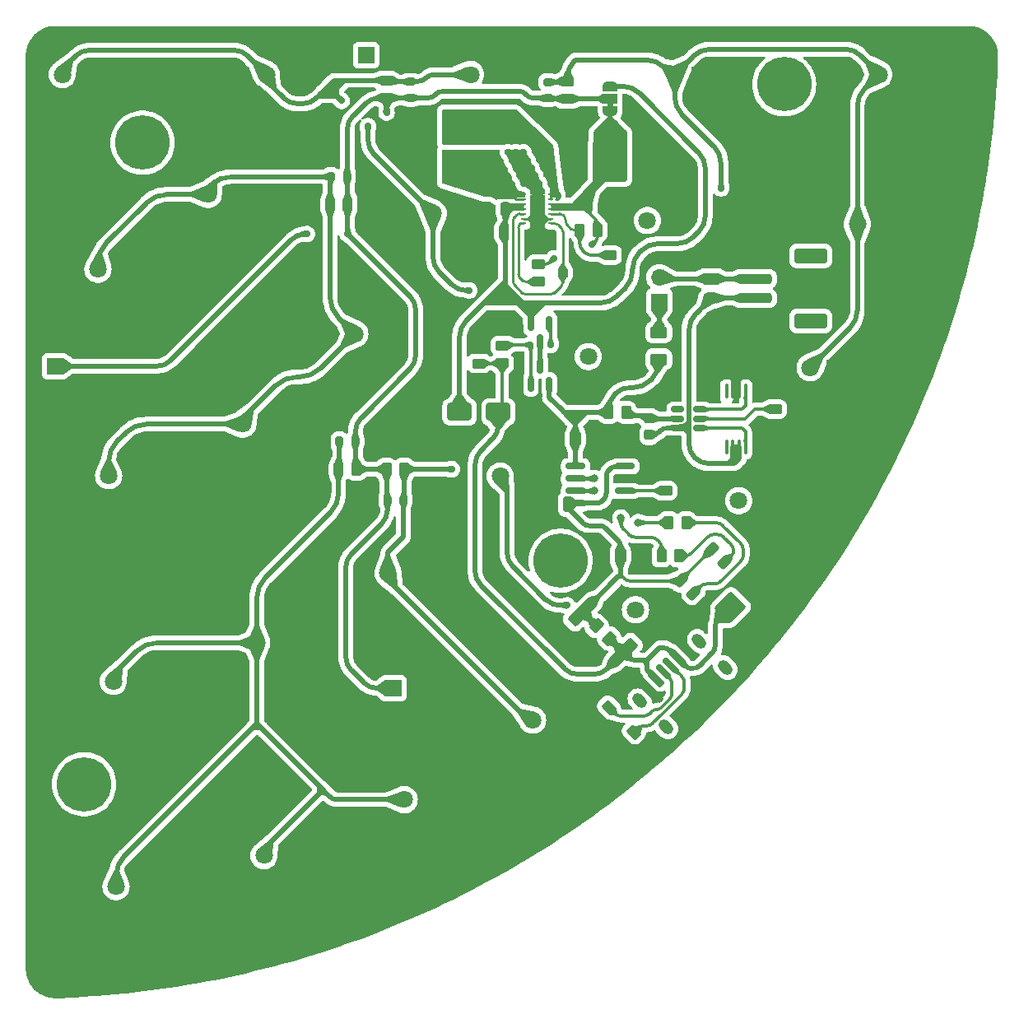
<source format=gbr>
%TF.GenerationSoftware,KiCad,Pcbnew,7.0.8*%
%TF.CreationDate,2025-01-10T21:38:43+01:00*%
%TF.ProjectId,UV_Disc_Charger,55565f44-6973-4635-9f43-686172676572,rev?*%
%TF.SameCoordinates,Original*%
%TF.FileFunction,Copper,L1,Top*%
%TF.FilePolarity,Positive*%
%FSLAX46Y46*%
G04 Gerber Fmt 4.6, Leading zero omitted, Abs format (unit mm)*
G04 Created by KiCad (PCBNEW 7.0.8) date 2025-01-10 21:38:43*
%MOMM*%
%LPD*%
G01*
G04 APERTURE LIST*
G04 Aperture macros list*
%AMRoundRect*
0 Rectangle with rounded corners*
0 $1 Rounding radius*
0 $2 $3 $4 $5 $6 $7 $8 $9 X,Y pos of 4 corners*
0 Add a 4 corners polygon primitive as box body*
4,1,4,$2,$3,$4,$5,$6,$7,$8,$9,$2,$3,0*
0 Add four circle primitives for the rounded corners*
1,1,$1+$1,$2,$3*
1,1,$1+$1,$4,$5*
1,1,$1+$1,$6,$7*
1,1,$1+$1,$8,$9*
0 Add four rect primitives between the rounded corners*
20,1,$1+$1,$2,$3,$4,$5,0*
20,1,$1+$1,$4,$5,$6,$7,0*
20,1,$1+$1,$6,$7,$8,$9,0*
20,1,$1+$1,$8,$9,$2,$3,0*%
%AMHorizOval*
0 Thick line with rounded ends*
0 $1 width*
0 $2 $3 position (X,Y) of the first rounded end (center of the circle)*
0 $4 $5 position (X,Y) of the second rounded end (center of the circle)*
0 Add line between two ends*
20,1,$1,$2,$3,$4,$5,0*
0 Add two circle primitives to create the rounded ends*
1,1,$1,$2,$3*
1,1,$1,$4,$5*%
%AMFreePoly0*
4,1,19,0.000000,0.744911,0.071157,0.744911,0.207708,0.704816,0.327430,0.627875,0.420627,0.520320,0.479746,0.390866,0.500000,0.250000,0.500000,-0.250000,0.479746,-0.390866,0.420627,-0.520320,0.327430,-0.627875,0.207708,-0.704816,0.071157,-0.744911,0.000000,-0.744911,0.000000,-0.750000,-0.550000,-0.750000,-0.550000,0.750000,0.000000,0.750000,0.000000,0.744911,0.000000,0.744911,
$1*%
%AMFreePoly1*
4,1,19,0.550000,-0.750000,0.000000,-0.750000,0.000000,-0.744911,-0.071157,-0.744911,-0.207708,-0.704816,-0.327430,-0.627875,-0.420627,-0.520320,-0.479746,-0.390866,-0.500000,-0.250000,-0.500000,0.250000,-0.479746,0.390866,-0.420627,0.520320,-0.327430,0.627875,-0.207708,0.704816,-0.071157,0.744911,0.000000,0.744911,0.000000,0.750000,0.550000,0.750000,0.550000,-0.750000,0.550000,-0.750000,
$1*%
G04 Aperture macros list end*
%TA.AperFunction,SMDPad,CuDef*%
%ADD10R,2.400000X1.100000*%
%TD*%
%TA.AperFunction,SMDPad,CuDef*%
%ADD11R,4.500000X1.800000*%
%TD*%
%TA.AperFunction,ComponentPad*%
%ADD12R,1.700000X1.700000*%
%TD*%
%TA.AperFunction,ComponentPad*%
%ADD13O,1.700000X1.700000*%
%TD*%
%TA.AperFunction,SMDPad,CuDef*%
%ADD14FreePoly0,90.000000*%
%TD*%
%TA.AperFunction,SMDPad,CuDef*%
%ADD15R,1.500000X1.000000*%
%TD*%
%TA.AperFunction,SMDPad,CuDef*%
%ADD16FreePoly1,90.000000*%
%TD*%
%TA.AperFunction,SMDPad,CuDef*%
%ADD17RoundRect,0.250000X1.500000X-0.250000X1.500000X0.250000X-1.500000X0.250000X-1.500000X-0.250000X0*%
%TD*%
%TA.AperFunction,SMDPad,CuDef*%
%ADD18RoundRect,0.250001X1.449999X-0.499999X1.449999X0.499999X-1.449999X0.499999X-1.449999X-0.499999X0*%
%TD*%
%TA.AperFunction,ComponentPad*%
%ADD19R,1.800000X1.800000*%
%TD*%
%TA.AperFunction,ComponentPad*%
%ADD20C,1.800000*%
%TD*%
%TA.AperFunction,SMDPad,CuDef*%
%ADD21RoundRect,0.200000X-0.200000X-0.275000X0.200000X-0.275000X0.200000X0.275000X-0.200000X0.275000X0*%
%TD*%
%TA.AperFunction,SMDPad,CuDef*%
%ADD22RoundRect,0.200000X0.200000X0.275000X-0.200000X0.275000X-0.200000X-0.275000X0.200000X-0.275000X0*%
%TD*%
%TA.AperFunction,SMDPad,CuDef*%
%ADD23RoundRect,0.250000X-0.262500X-0.450000X0.262500X-0.450000X0.262500X0.450000X-0.262500X0.450000X0*%
%TD*%
%TA.AperFunction,SMDPad,CuDef*%
%ADD24RoundRect,0.250000X0.262500X0.450000X-0.262500X0.450000X-0.262500X-0.450000X0.262500X-0.450000X0*%
%TD*%
%TA.AperFunction,SMDPad,CuDef*%
%ADD25RoundRect,0.200000X0.275000X-0.200000X0.275000X0.200000X-0.275000X0.200000X-0.275000X-0.200000X0*%
%TD*%
%TA.AperFunction,SMDPad,CuDef*%
%ADD26RoundRect,0.250000X0.450000X-0.262500X0.450000X0.262500X-0.450000X0.262500X-0.450000X-0.262500X0*%
%TD*%
%TA.AperFunction,ComponentPad*%
%ADD27C,5.600000*%
%TD*%
%TA.AperFunction,SMDPad,CuDef*%
%ADD28RoundRect,0.150000X-0.150000X0.587500X-0.150000X-0.587500X0.150000X-0.587500X0.150000X0.587500X0*%
%TD*%
%TA.AperFunction,SMDPad,CuDef*%
%ADD29RoundRect,0.250000X-0.625000X0.375000X-0.625000X-0.375000X0.625000X-0.375000X0.625000X0.375000X0*%
%TD*%
%TA.AperFunction,ComponentPad*%
%ADD30RoundRect,0.250000X-0.625000X0.350000X-0.625000X-0.350000X0.625000X-0.350000X0.625000X0.350000X0*%
%TD*%
%TA.AperFunction,ComponentPad*%
%ADD31O,1.750000X1.200000*%
%TD*%
%TA.AperFunction,SMDPad,CuDef*%
%ADD32RoundRect,0.175000X0.406586X-0.654074X0.654074X-0.406586X-0.406586X0.654074X-0.654074X0.406586X0*%
%TD*%
%TA.AperFunction,SMDPad,CuDef*%
%ADD33RoundRect,0.190000X-0.385373X0.654074X-0.654074X0.385373X0.385373X-0.654074X0.654074X-0.385373X0*%
%TD*%
%TA.AperFunction,SMDPad,CuDef*%
%ADD34RoundRect,0.200000X-0.371231X0.654074X-0.654074X0.371231X0.371231X-0.654074X0.654074X-0.371231X0*%
%TD*%
%TA.AperFunction,SMDPad,CuDef*%
%ADD35RoundRect,0.175000X-0.406586X0.654074X-0.654074X0.406586X0.406586X-0.654074X0.654074X-0.406586X0*%
%TD*%
%TA.AperFunction,SMDPad,CuDef*%
%ADD36RoundRect,0.190000X0.385373X-0.654074X0.654074X-0.385373X-0.385373X0.654074X-0.654074X0.385373X0*%
%TD*%
%TA.AperFunction,SMDPad,CuDef*%
%ADD37RoundRect,0.200000X0.371231X-0.654074X0.654074X-0.371231X-0.371231X0.654074X-0.654074X0.371231X0*%
%TD*%
%TA.AperFunction,ComponentPad*%
%ADD38HorizOval,1.100000X-0.212132X0.212132X0.212132X-0.212132X0*%
%TD*%
%TA.AperFunction,SMDPad,CuDef*%
%ADD39RoundRect,0.250000X-0.450000X0.262500X-0.450000X-0.262500X0.450000X-0.262500X0.450000X0.262500X0*%
%TD*%
%TA.AperFunction,SMDPad,CuDef*%
%ADD40RoundRect,0.150000X0.150000X-0.587500X0.150000X0.587500X-0.150000X0.587500X-0.150000X-0.587500X0*%
%TD*%
%TA.AperFunction,SMDPad,CuDef*%
%ADD41RoundRect,0.243750X0.494975X0.150260X0.150260X0.494975X-0.494975X-0.150260X-0.150260X-0.494975X0*%
%TD*%
%TA.AperFunction,SMDPad,CuDef*%
%ADD42RoundRect,0.250000X-0.325000X-0.650000X0.325000X-0.650000X0.325000X0.650000X-0.325000X0.650000X0*%
%TD*%
%TA.AperFunction,SMDPad,CuDef*%
%ADD43RoundRect,0.250000X0.325000X0.650000X-0.325000X0.650000X-0.325000X-0.650000X0.325000X-0.650000X0*%
%TD*%
%TA.AperFunction,SMDPad,CuDef*%
%ADD44RoundRect,0.237500X-0.237500X0.300000X-0.237500X-0.300000X0.237500X-0.300000X0.237500X0.300000X0*%
%TD*%
%TA.AperFunction,SMDPad,CuDef*%
%ADD45RoundRect,0.250000X-1.263953X-0.751301X-0.751301X-1.263953X1.263953X0.751301X0.751301X1.263953X0*%
%TD*%
%TA.AperFunction,SMDPad,CuDef*%
%ADD46RoundRect,0.162500X0.825000X0.162500X-0.825000X0.162500X-0.825000X-0.162500X0.825000X-0.162500X0*%
%TD*%
%TA.AperFunction,SMDPad,CuDef*%
%ADD47O,0.600000X0.240000*%
%TD*%
%TA.AperFunction,SMDPad,CuDef*%
%ADD48R,1.580000X2.850000*%
%TD*%
%TA.AperFunction,SMDPad,CuDef*%
%ADD49R,0.200000X0.575000*%
%TD*%
%TA.AperFunction,SMDPad,CuDef*%
%ADD50RoundRect,0.250000X-0.337500X-0.475000X0.337500X-0.475000X0.337500X0.475000X-0.337500X0.475000X0*%
%TD*%
%TA.AperFunction,SMDPad,CuDef*%
%ADD51RoundRect,0.250000X-0.132583X0.503814X-0.503814X0.132583X0.132583X-0.503814X0.503814X-0.132583X0*%
%TD*%
%TA.AperFunction,SMDPad,CuDef*%
%ADD52RoundRect,0.100000X0.100000X-0.637500X0.100000X0.637500X-0.100000X0.637500X-0.100000X-0.637500X0*%
%TD*%
%TA.AperFunction,SMDPad,CuDef*%
%ADD53RoundRect,0.250000X-0.503814X-0.132583X-0.132583X-0.503814X0.503814X0.132583X0.132583X0.503814X0*%
%TD*%
%TA.AperFunction,SMDPad,CuDef*%
%ADD54RoundRect,0.150000X0.512500X0.150000X-0.512500X0.150000X-0.512500X-0.150000X0.512500X-0.150000X0*%
%TD*%
%TA.AperFunction,SMDPad,CuDef*%
%ADD55RoundRect,0.250000X0.250000X0.475000X-0.250000X0.475000X-0.250000X-0.475000X0.250000X-0.475000X0*%
%TD*%
%TA.AperFunction,SMDPad,CuDef*%
%ADD56RoundRect,0.237500X-0.300000X-0.237500X0.300000X-0.237500X0.300000X0.237500X-0.300000X0.237500X0*%
%TD*%
%TA.AperFunction,SMDPad,CuDef*%
%ADD57RoundRect,0.250000X0.070711X1.343503X-1.343503X-0.070711X-0.070711X-1.343503X1.343503X0.070711X0*%
%TD*%
%TA.AperFunction,SMDPad,CuDef*%
%ADD58RoundRect,0.250000X-1.000000X-0.650000X1.000000X-0.650000X1.000000X0.650000X-1.000000X0.650000X0*%
%TD*%
%TA.AperFunction,ViaPad*%
%ADD59C,0.700000*%
%TD*%
%TA.AperFunction,ViaPad*%
%ADD60C,0.800000*%
%TD*%
%TA.AperFunction,Conductor*%
%ADD61C,0.500000*%
%TD*%
%TA.AperFunction,Conductor*%
%ADD62C,0.300000*%
%TD*%
%TA.AperFunction,Conductor*%
%ADD63C,0.250000*%
%TD*%
G04 APERTURE END LIST*
%TA.AperFunction,EtchedComponent*%
%TO.C,JP1*%
G36*
X170400000Y-28400000D02*
G01*
X169800000Y-28400000D01*
X169800000Y-27900000D01*
X170400000Y-27900000D01*
X170400000Y-28400000D01*
G37*
%TD.AperFunction*%
%TD*%
D10*
%TO.P,L1,2,2*%
%TO.N,Net-(L1-Pad2)*%
X155351148Y-29450000D03*
D11*
X155351148Y-30900000D03*
%TO.P,L1,1,1*%
%TO.N,Net-(L1-Pad1)*%
X155351148Y-33900000D03*
D10*
X155351148Y-35350000D03*
%TD*%
D12*
%TO.P,J6,1,Pin_1*%
%TO.N,+VSW*%
X147800000Y-88125000D03*
D13*
%TO.P,J6,2,Pin_2*%
%TO.N,GND*%
X147800000Y-90665000D03*
%TD*%
D12*
%TO.P,J5,1,Pin_1*%
%TO.N,+VSW*%
X113000000Y-55000000D03*
D13*
%TO.P,J5,2,Pin_2*%
%TO.N,GND*%
X113000000Y-57540000D03*
%TD*%
D12*
%TO.P,J3,1,Pin_1*%
%TO.N,+VSW*%
X145000000Y-23000000D03*
D13*
%TO.P,J3,2,Pin_2*%
%TO.N,GND*%
X147540000Y-23000000D03*
%TD*%
D14*
%TO.P,JP1,3,B*%
%TO.N,VCC*%
X170100000Y-26200000D03*
D15*
%TO.P,JP1,2,C*%
%TO.N,+VSW*%
X170100000Y-27500000D03*
D16*
%TO.P,JP1,1,A*%
%TO.N,+5V*%
X170100000Y-28800000D03*
%TD*%
D17*
%TO.P,J4,1,Pin_1*%
%TO.N,-BATT*%
X185000000Y-48000000D03*
%TO.P,J4,2,Pin_2*%
%TO.N,+BATT*%
X185000000Y-46000000D03*
D18*
%TO.P,J4,MP*%
%TO.N,N/C*%
X190750000Y-43650000D03*
X190750000Y-50350000D03*
%TD*%
D19*
%TO.P,D29,1,K*%
%TO.N,GND*%
X185867500Y-68829998D03*
D20*
%TO.P,D29,2,A*%
%TO.N,Net-(D21-A)*%
X183327500Y-68829998D03*
%TD*%
%TO.P,D28,2,A*%
%TO.N,Net-(D20-A)*%
X134487500Y-105339998D03*
D19*
%TO.P,D28,1,K*%
%TO.N,GND*%
X137027500Y-105339998D03*
%TD*%
%TO.P,D27,1,K*%
%TO.N,GND*%
X164667500Y-91389998D03*
D20*
%TO.P,D27,2,A*%
%TO.N,Net-(D21-A)*%
X162127500Y-91389998D03*
%TD*%
%TO.P,D26,2,A*%
%TO.N,Net-(D20-A)*%
X133747500Y-83439998D03*
D19*
%TO.P,D26,1,K*%
%TO.N,GND*%
X136287500Y-83439998D03*
%TD*%
%TO.P,D25,1,K*%
%TO.N,GND*%
X149777500Y-76279998D03*
D20*
%TO.P,D25,2,A*%
%TO.N,Net-(D21-A)*%
X147237500Y-76279998D03*
%TD*%
D19*
%TO.P,D24,1,K*%
%TO.N,GND*%
X151457500Y-99579998D03*
D20*
%TO.P,D24,2,A*%
%TO.N,Net-(D20-A)*%
X148917500Y-99579998D03*
%TD*%
D19*
%TO.P,D23,1,K*%
%TO.N,GND*%
X175247500Y-80039998D03*
D20*
%TO.P,D23,2,A*%
%TO.N,Net-(D21-A)*%
X172707500Y-80039998D03*
%TD*%
D19*
%TO.P,D22,1,K*%
%TO.N,GND*%
X121817500Y-108519998D03*
D20*
%TO.P,D22,2,A*%
%TO.N,Net-(D20-A)*%
X119277500Y-108519998D03*
%TD*%
D19*
%TO.P,D21,1,K*%
%TO.N,GND*%
X161337500Y-66309998D03*
D20*
%TO.P,D21,2,A*%
%TO.N,Net-(D21-A)*%
X158797500Y-66309998D03*
%TD*%
D21*
%TO.P,R24,2*%
%TO.N,Net-(D21-A)*%
X148837500Y-68800000D03*
%TO.P,R24,1*%
%TO.N,+VSW*%
X147187500Y-68800000D03*
%TD*%
D22*
%TO.P,R23,1*%
%TO.N,+VSW*%
X143912500Y-62700000D03*
%TO.P,R23,2*%
%TO.N,Net-(D20-A)*%
X142262500Y-62700000D03*
%TD*%
D23*
%TO.P,R22,1*%
%TO.N,+VSW*%
X147100000Y-65600000D03*
%TO.P,R22,2*%
%TO.N,Net-(D21-A)*%
X148925000Y-65600000D03*
%TD*%
D24*
%TO.P,R21,1*%
%TO.N,+VSW*%
X144000000Y-65600000D03*
%TO.P,R21,2*%
%TO.N,Net-(D20-A)*%
X142175000Y-65600000D03*
%TD*%
D22*
%TO.P,R20,1*%
%TO.N,+VSW*%
X143050000Y-35500000D03*
%TO.P,R20,2*%
%TO.N,Net-(D15-A)*%
X141400000Y-35500000D03*
%TD*%
D24*
%TO.P,R19,1*%
%TO.N,+VSW*%
X143112500Y-38400000D03*
%TO.P,R19,2*%
%TO.N,Net-(D15-A)*%
X141287500Y-38400000D03*
%TD*%
D25*
%TO.P,R18,1*%
%TO.N,+VSW*%
X163700000Y-27425000D03*
%TO.P,R18,2*%
%TO.N,Net-(D10-A)*%
X163700000Y-25775000D03*
%TD*%
D26*
%TO.P,R17,1*%
%TO.N,+VSW*%
X165700000Y-27512500D03*
%TO.P,R17,2*%
%TO.N,Net-(D10-A)*%
X165700000Y-25687500D03*
%TD*%
D25*
%TO.P,R2,1*%
%TO.N,+VSW*%
X149600000Y-27400000D03*
%TO.P,R2,2*%
%TO.N,Net-(D5-A)*%
X149600000Y-25750000D03*
%TD*%
D26*
%TO.P,R1,1*%
%TO.N,+VSW*%
X147100000Y-27412500D03*
%TO.P,R1,2*%
%TO.N,Net-(D5-A)*%
X147100000Y-25587500D03*
%TD*%
D20*
%TO.P,D20,2,A*%
%TO.N,Net-(D20-A)*%
X119007500Y-87409998D03*
D19*
%TO.P,D20,1,K*%
%TO.N,GND*%
X121547500Y-87409998D03*
%TD*%
%TO.P,D19,1,K*%
%TO.N,GND*%
X146367500Y-51669998D03*
D20*
%TO.P,D19,2,A*%
%TO.N,Net-(D15-A)*%
X143827500Y-51669998D03*
%TD*%
D19*
%TO.P,D18,1,K*%
%TO.N,GND*%
X134867500Y-60959998D03*
D20*
%TO.P,D18,2,A*%
%TO.N,Net-(D15-A)*%
X132327500Y-60959998D03*
%TD*%
D19*
%TO.P,D17,1,K*%
%TO.N,GND*%
X121057500Y-66239998D03*
D20*
%TO.P,D17,2,A*%
%TO.N,Net-(D15-A)*%
X118517500Y-66239998D03*
%TD*%
D19*
%TO.P,D16,1,K*%
%TO.N,GND*%
X131307500Y-37329998D03*
D20*
%TO.P,D16,2,A*%
%TO.N,Net-(D15-A)*%
X128767500Y-37329998D03*
%TD*%
D19*
%TO.P,D15,1,K*%
%TO.N,GND*%
X119957500Y-45019998D03*
D20*
%TO.P,D15,2,A*%
%TO.N,Net-(D15-A)*%
X117417500Y-45019998D03*
%TD*%
D19*
%TO.P,D14,1,K*%
%TO.N,GND*%
X193207500Y-55139998D03*
D20*
%TO.P,D14,2,A*%
%TO.N,Net-(D10-A)*%
X190667500Y-55139998D03*
%TD*%
D19*
%TO.P,D13,1,K*%
%TO.N,GND*%
X198067500Y-40379998D03*
D20*
%TO.P,D13,2,A*%
%TO.N,Net-(D10-A)*%
X195527500Y-40379998D03*
%TD*%
D19*
%TO.P,D12,1,K*%
%TO.N,GND*%
X176467500Y-40009998D03*
D20*
%TO.P,D12,2,A*%
%TO.N,Net-(D10-A)*%
X173927500Y-40009998D03*
%TD*%
D19*
%TO.P,D11,1,K*%
%TO.N,GND*%
X200287500Y-24999998D03*
D20*
%TO.P,D11,2,A*%
%TO.N,Net-(D10-A)*%
X197747500Y-24999998D03*
%TD*%
D19*
%TO.P,D10,1,K*%
%TO.N,GND*%
X179287500Y-24999998D03*
D20*
%TO.P,D10,2,A*%
%TO.N,Net-(D10-A)*%
X176747500Y-24999998D03*
%TD*%
D19*
%TO.P,D9,1,K*%
%TO.N,GND*%
X170387500Y-54009998D03*
D20*
%TO.P,D9,2,A*%
%TO.N,Net-(D5-A)*%
X167847500Y-54009998D03*
%TD*%
D19*
%TO.P,D8,1,K*%
%TO.N,GND*%
X154437500Y-39279998D03*
D20*
%TO.P,D8,2,A*%
%TO.N,Net-(D5-A)*%
X151897500Y-39279998D03*
%TD*%
D19*
%TO.P,D7,1,K*%
%TO.N,GND*%
X158287500Y-24999998D03*
D20*
%TO.P,D7,2,A*%
%TO.N,Net-(D5-A)*%
X155747500Y-24999998D03*
%TD*%
D19*
%TO.P,D6,1,K*%
%TO.N,GND*%
X137287500Y-24999998D03*
D20*
%TO.P,D6,2,A*%
%TO.N,Net-(D5-A)*%
X134747500Y-24999998D03*
%TD*%
D19*
%TO.P,D5,1,K*%
%TO.N,GND*%
X116287500Y-24999998D03*
D20*
%TO.P,D5,2,A*%
%TO.N,Net-(D5-A)*%
X113747500Y-24999998D03*
%TD*%
D12*
%TO.P,SW1,1,A*%
%TO.N,Net-(SW1-A)*%
X175150000Y-48375000D03*
D13*
%TO.P,SW1,2,B*%
%TO.N,+BATT*%
X175150000Y-45835000D03*
%TD*%
D27*
%TO.P,H4,1*%
%TO.N,N/C*%
X165000000Y-75000000D03*
%TD*%
%TO.P,H3,1*%
%TO.N,N/C*%
X116000000Y-98000000D03*
%TD*%
D28*
%TO.P,Q2,1,G*%
%TO.N,Net-(Q1-G)*%
X163850000Y-50625000D03*
%TO.P,Q2,2,S*%
%TO.N,VCC*%
X161950000Y-50625000D03*
%TO.P,Q2,3,D*%
%TO.N,Net-(Q1-D)*%
X162900000Y-52500000D03*
%TD*%
D29*
%TO.P,F1,1*%
%TO.N,Net-(SW1-A)*%
X175100000Y-51500000D03*
%TO.P,F1,2*%
%TO.N,Net-(Q1-S)*%
X175100000Y-54300000D03*
%TD*%
D27*
%TO.P,H2,1*%
%TO.N,N/C*%
X188000000Y-26000000D03*
%TD*%
D30*
%TO.P,J2,1,Pin_1*%
%TO.N,+BATT*%
X180500000Y-46000000D03*
D31*
%TO.P,J2,2,Pin_2*%
%TO.N,-BATT*%
X180500000Y-48000000D03*
%TD*%
D32*
%TO.P,J1,A5,CC1*%
%TO.N,Net-(J1-CC1)*%
X175571644Y-86428355D03*
D33*
%TO.P,J1,A9,VBUS*%
%TO.N,VBUS*%
X177000000Y-85000000D03*
D34*
%TO.P,J1,A12,GND*%
%TO.N,GND*%
X177869741Y-84130258D03*
D35*
%TO.P,J1,B5,CC2*%
%TO.N,Net-(J1-CC2)*%
X176278751Y-85721248D03*
D36*
%TO.P,J1,B9,VBUS*%
%TO.N,VBUS*%
X174850396Y-87149604D03*
D37*
%TO.P,J1,B12,GND*%
%TO.N,GND*%
X173980654Y-88019345D03*
D38*
%TO.P,J1,S1,SHIELD*%
%TO.N,unconnected-(J1-SHIELD-PadS1)*%
X173156875Y-89415881D03*
X175843881Y-92102887D03*
X179266277Y-83306479D03*
X181953283Y-85993485D03*
%TD*%
D39*
%TO.P,R12,1*%
%TO.N,Net-(U4-FB)*%
X170100000Y-43587500D03*
%TO.P,R12,2*%
%TO.N,GND*%
X170100000Y-45412500D03*
%TD*%
D40*
%TO.P,Q1,1,G*%
%TO.N,Net-(Q1-G)*%
X161950000Y-56875000D03*
%TO.P,Q1,2,S*%
%TO.N,Net-(Q1-S)*%
X163850000Y-56875000D03*
%TO.P,Q1,3,D*%
%TO.N,Net-(Q1-D)*%
X162900000Y-55000000D03*
%TD*%
D24*
%TO.P,R10,1*%
%TO.N,+5V*%
X168812500Y-41000000D03*
%TO.P,R10,2*%
%TO.N,Net-(U4-FB)*%
X166987500Y-41000000D03*
%TD*%
D41*
%TO.P,D3,1,K*%
%TO.N,Net-(D3-K)*%
X178662913Y-78362913D03*
%TO.P,D3,2,A*%
%TO.N,Net-(D2-A)*%
X177337087Y-77037087D03*
%TD*%
D24*
%TO.P,R8,2*%
%TO.N,Net-(U1-STDBY)*%
X176100000Y-71100000D03*
%TO.P,R8,1*%
%TO.N,Net-(D3-K)*%
X177925000Y-71100000D03*
%TD*%
D42*
%TO.P,C9,2*%
%TO.N,GND*%
X174075000Y-31800000D03*
%TO.P,C9,1*%
%TO.N,+5V*%
X171125000Y-31800000D03*
%TD*%
D43*
%TO.P,C8,1*%
%TO.N,+5V*%
X168900000Y-34900000D03*
%TO.P,C8,2*%
%TO.N,GND*%
X165950000Y-34900000D03*
%TD*%
D24*
%TO.P,R3,1*%
%TO.N,Net-(U2-VCC)*%
X171735000Y-59757500D03*
%TO.P,R3,2*%
%TO.N,Net-(Q1-S)*%
X169910000Y-59757500D03*
%TD*%
D39*
%TO.P,R13,1*%
%TO.N,Net-(Q1-G)*%
X159000000Y-52875000D03*
%TO.P,R13,2*%
%TO.N,VBUS*%
X159000000Y-54700000D03*
%TD*%
D41*
%TO.P,D2,2,A*%
%TO.N,Net-(D2-A)*%
X180537087Y-73837087D03*
%TO.P,D2,1,K*%
%TO.N,Net-(D2-K)*%
X181862913Y-75162913D03*
%TD*%
D44*
%TO.P,C3,1*%
%TO.N,Net-(U2-VCC)*%
X174100000Y-60337500D03*
%TO.P,C3,2*%
%TO.N,-BATT*%
X174100000Y-62062500D03*
%TD*%
D45*
%TO.P,R16,2*%
%TO.N,VBUS*%
X171449569Y-84449569D03*
%TO.P,R16,1*%
%TO.N,Net-(D2-A)*%
X167259961Y-80259961D03*
%TD*%
D46*
%TO.P,U1,1,TEMP*%
%TO.N,GND*%
X171605000Y-69105000D03*
%TO.P,U1,2,PROG*%
%TO.N,Net-(U1-PROG)*%
X171605000Y-67835000D03*
%TO.P,U1,3,GND*%
%TO.N,GND*%
X171605000Y-66565000D03*
%TO.P,U1,4,VCC*%
%TO.N,Net-(D2-A)*%
X171605000Y-65295000D03*
%TO.P,U1,5,BAT*%
%TO.N,Net-(Q1-S)*%
X166530000Y-65295000D03*
%TO.P,U1,6,STDBY*%
%TO.N,Net-(U1-STDBY)*%
X166530000Y-66565000D03*
%TO.P,U1,7,CHRG*%
%TO.N,Net-(U1-CHRG)*%
X166530000Y-67835000D03*
%TO.P,U1,8,CE*%
%TO.N,Net-(D2-A)*%
X166530000Y-69105000D03*
%TD*%
D47*
%TO.P,U4,1,VINA*%
%TO.N,Net-(U4-EN)*%
X164010000Y-40312500D03*
%TO.P,U4,2,GND*%
%TO.N,GND*%
X164010000Y-39812500D03*
%TO.P,U4,3,FB*%
%TO.N,Net-(U4-FB)*%
X164010000Y-39312500D03*
%TO.P,U4,4,VOUT*%
%TO.N,+5V*%
X164010000Y-38812500D03*
%TO.P,U4,5,VOUT*%
X164010000Y-38312500D03*
%TO.P,U4,6,L2*%
%TO.N,Net-(L1-Pad2)*%
X164010000Y-37812500D03*
%TO.P,U4,7,L2*%
X164010000Y-37312500D03*
%TO.P,U4,8,L1*%
%TO.N,Net-(L1-Pad1)*%
X161210000Y-37312500D03*
%TO.P,U4,9,L1*%
X161210000Y-37812500D03*
%TO.P,U4,10,VIN*%
%TO.N,VCC*%
X161210000Y-38312500D03*
%TO.P,U4,11,VIN*%
X161210000Y-38812500D03*
%TO.P,U4,12,EN*%
%TO.N,Net-(U4-EN)*%
X161210000Y-39312500D03*
%TO.P,U4,13,PS/SYNC*%
%TO.N,GND*%
X161210000Y-39812500D03*
%TO.P,U4,14,PG*%
%TO.N,Net-(U4-PG)*%
X161210000Y-40312500D03*
D48*
%TO.P,U4,15,PGND*%
%TO.N,GND*%
X162610000Y-38812500D03*
D49*
%TO.P,U4,16,PGND*%
X163300000Y-40525000D03*
%TO.P,U4,17,PGND*%
X162840000Y-40525000D03*
%TO.P,U4,18,PGND*%
X162380000Y-40525000D03*
%TO.P,U4,19,PGND*%
X161920000Y-40525000D03*
%TO.P,U4,20,PGND*%
X161920000Y-37100000D03*
%TO.P,U4,21,PGND*%
X162380000Y-37100000D03*
%TO.P,U4,22,PGND*%
X162840000Y-37100000D03*
%TO.P,U4,23,PGND*%
X163300000Y-37100000D03*
%TD*%
D26*
%TO.P,R9,2*%
%TO.N,GND*%
X175800000Y-65987500D03*
%TO.P,R9,1*%
%TO.N,Net-(U1-PROG)*%
X175800000Y-67812500D03*
%TD*%
D50*
%TO.P,C1,1*%
%TO.N,Net-(Q1-S)*%
X166497500Y-62457500D03*
%TO.P,C1,2*%
%TO.N,GND*%
X168572500Y-62457500D03*
%TD*%
D26*
%TO.P,R14,1*%
%TO.N,VBUS*%
X156600000Y-54712500D03*
%TO.P,R14,2*%
%TO.N,GND*%
X156600000Y-52887500D03*
%TD*%
D51*
%TO.P,R7,2*%
%TO.N,GND*%
X168700000Y-91400000D03*
%TO.P,R7,1*%
%TO.N,Net-(J1-CC1)*%
X169990470Y-90109530D03*
%TD*%
D52*
%TO.P,U3,8,D12*%
%TO.N,unconnected-(U3-D12-Pad1)*%
X182087500Y-57587500D03*
%TO.P,U3,7,S2*%
%TO.N,GND*%
X182737500Y-57587500D03*
%TO.P,U3,6,S2*%
X183387500Y-57587500D03*
%TO.P,U3,5,G2*%
%TO.N,Net-(U2-OC)*%
X184037500Y-57587500D03*
%TO.P,U3,4,G1*%
%TO.N,Net-(U2-OD)*%
X184037500Y-63312500D03*
%TO.P,U3,3,S1*%
%TO.N,-BATT*%
X183387500Y-63312500D03*
%TO.P,U3,2,S1*%
X182737500Y-63312500D03*
%TO.P,U3,1,D12*%
%TO.N,unconnected-(U3-D12-Pad1)*%
X182087500Y-63312500D03*
%TD*%
D53*
%TO.P,R15,2*%
%TO.N,VBUS*%
X170000000Y-83000000D03*
%TO.P,R15,1*%
%TO.N,Net-(D2-A)*%
X168709530Y-81709530D03*
%TD*%
D54*
%TO.P,U2,1,OD*%
%TO.N,Net-(U2-OD)*%
X179337500Y-61350000D03*
%TO.P,U2,2,VM*%
%TO.N,Net-(U2-VM)*%
X179337500Y-60400000D03*
%TO.P,U2,3,OC*%
%TO.N,Net-(U2-OC)*%
X179337500Y-59450000D03*
%TO.P,U2,4,TD*%
%TO.N,unconnected-(U2-TD-Pad4)*%
X177062500Y-59450000D03*
%TO.P,U2,5,VCC*%
%TO.N,Net-(U2-VCC)*%
X177062500Y-60400000D03*
%TO.P,U2,6,GND*%
%TO.N,-BATT*%
X177062500Y-61350000D03*
%TD*%
D55*
%TO.P,C5,1*%
%TO.N,VCC*%
X159350000Y-38800000D03*
%TO.P,C5,2*%
%TO.N,GND*%
X157450000Y-38800000D03*
%TD*%
D43*
%TO.P,C10,2*%
%TO.N,GND*%
X166025000Y-31800000D03*
%TO.P,C10,1*%
%TO.N,+5V*%
X168975000Y-31800000D03*
%TD*%
D27*
%TO.P,H1,1*%
%TO.N,N/C*%
X122000000Y-32000000D03*
%TD*%
D26*
%TO.P,R5,1*%
%TO.N,Net-(U2-VM)*%
X187062500Y-59412500D03*
%TO.P,R5,2*%
%TO.N,GND*%
X187062500Y-57587500D03*
%TD*%
D51*
%TO.P,R6,2*%
%TO.N,GND*%
X171240000Y-93940000D03*
%TO.P,R6,1*%
%TO.N,Net-(J1-CC2)*%
X172530470Y-92649530D03*
%TD*%
D56*
%TO.P,C11,2*%
%TO.N,GND*%
X166962500Y-45400000D03*
%TO.P,C11,1*%
%TO.N,Net-(U4-EN)*%
X165237500Y-45400000D03*
%TD*%
D55*
%TO.P,C4,1*%
%TO.N,VCC*%
X159150000Y-41200000D03*
%TO.P,C4,2*%
%TO.N,GND*%
X157250000Y-41200000D03*
%TD*%
D42*
%TO.P,C6,2*%
%TO.N,GND*%
X170675000Y-38100000D03*
%TO.P,C6,1*%
%TO.N,+5V*%
X167725000Y-38100000D03*
%TD*%
D50*
%TO.P,C2,1*%
%TO.N,Net-(D2-A)*%
X171152500Y-74492500D03*
%TO.P,C2,2*%
%TO.N,GND*%
X173227500Y-74492500D03*
%TD*%
D39*
%TO.P,R11,1*%
%TO.N,+5V*%
X162700000Y-44487500D03*
%TO.P,R11,2*%
%TO.N,Net-(U4-PG)*%
X162700000Y-46312500D03*
%TD*%
D42*
%TO.P,C7,2*%
%TO.N,GND*%
X174000000Y-34900000D03*
%TO.P,C7,1*%
%TO.N,+5V*%
X171050000Y-34900000D03*
%TD*%
D57*
%TO.P,D1,1,A1*%
%TO.N,GND*%
X185520280Y-76779720D03*
%TO.P,D1,2,A2*%
%TO.N,VBUS*%
X182479720Y-79820280D03*
%TD*%
D24*
%TO.P,R4,2*%
%TO.N,Net-(U1-CHRG)*%
X175375000Y-74500000D03*
%TO.P,R4,1*%
%TO.N,Net-(D2-K)*%
X177200000Y-74500000D03*
%TD*%
D58*
%TO.P,D4,1,K*%
%TO.N,VCC*%
X154600000Y-59700000D03*
%TO.P,D4,2,A*%
%TO.N,VBUS*%
X158600000Y-59700000D03*
%TD*%
D59*
%TO.N,Net-(D5-A)*%
X155600000Y-47200000D03*
%TO.N,+VSW*%
X138900000Y-41401768D03*
X143112500Y-41412500D03*
X147100000Y-28900000D03*
%TO.N,GND*%
X176700000Y-83000000D03*
X172800000Y-86900000D03*
X170200000Y-94900000D03*
X167800000Y-92300000D03*
X182600000Y-55900000D03*
X183600000Y-55900000D03*
X187500000Y-56300000D03*
X186600000Y-56300000D03*
X186300000Y-74500000D03*
X187700000Y-75900000D03*
X187000000Y-75200000D03*
X173200000Y-76000000D03*
X173300000Y-69100000D03*
X177200000Y-65800000D03*
X175800000Y-64700000D03*
X174406654Y-65748929D03*
X173300000Y-66600000D03*
X169900000Y-62400000D03*
X156600000Y-51600000D03*
X155900000Y-41800000D03*
X156900000Y-42800000D03*
X167000000Y-46600000D03*
X168200000Y-45400000D03*
X170100000Y-46600000D03*
X172000000Y-36800000D03*
X170700000Y-39600000D03*
X165700000Y-30000000D03*
X164400000Y-31000000D03*
X165900000Y-33300000D03*
X165900000Y-36600000D03*
X175300000Y-33700000D03*
X175300000Y-36100000D03*
%TO.N,Net-(D21-A)*%
X165700000Y-79600000D03*
X153800000Y-65600000D03*
%TO.N,Net-(D5-A)*%
X142500000Y-27700000D03*
X145200000Y-30300000D03*
%TO.N,GND*%
X159600000Y-33000000D03*
X160400000Y-33000000D03*
X161200000Y-33000000D03*
X160000000Y-33800000D03*
X160400000Y-34600000D03*
X160800000Y-33800000D03*
X161600000Y-33800000D03*
X161800000Y-43000000D03*
X162600000Y-43000000D03*
X163400000Y-43000000D03*
X162200000Y-42200000D03*
X163000000Y-42200000D03*
X163800000Y-42200000D03*
X164200000Y-41400000D03*
X163400000Y-41400000D03*
X161800000Y-41400000D03*
X162600000Y-41400000D03*
X162600000Y-39600000D03*
X162610000Y-38812500D03*
X162600000Y-38000000D03*
X160800000Y-35400000D03*
X161200000Y-36200000D03*
X161200000Y-34600000D03*
X162000000Y-34600000D03*
X161600000Y-35400000D03*
X162400000Y-35400000D03*
X162000000Y-36200000D03*
X162800000Y-36200000D03*
X175400000Y-31800000D03*
%TO.N,Net-(D10-A)*%
X181500000Y-36700000D03*
%TO.N,+5V*%
X168250000Y-42500000D03*
X164300000Y-43900000D03*
%TO.N,Net-(Q1-G)*%
X161900000Y-52800000D03*
X164000000Y-52800000D03*
D60*
%TO.N,GND*%
X175193881Y-89232572D03*
%TO.N,Net-(U1-CHRG)*%
X171200000Y-70600000D03*
X168430000Y-67835000D03*
%TO.N,Net-(U1-STDBY)*%
X168430000Y-66565000D03*
X173000000Y-71100000D03*
%TD*%
D61*
%TO.N,+VSW*%
X123471573Y-55000000D02*
X113000000Y-55000000D01*
X123471573Y-54999980D02*
G75*
G03*
X124885785Y-54414213I27J1999980D01*
G01*
X138597453Y-41401741D02*
G75*
G03*
X137314213Y-41985787I142547J-2014959D01*
G01*
X138900000Y-41401768D02*
X138597455Y-41401768D01*
X137314213Y-41985787D02*
X124885786Y-54414214D01*
D62*
%TO.N,GND*%
X182737500Y-56037500D02*
X182600000Y-55900000D01*
X182737500Y-57587500D02*
X182737500Y-56037500D01*
X183387500Y-56112500D02*
X183600000Y-55900000D01*
X183387500Y-57587500D02*
X183387500Y-56112500D01*
D61*
%TO.N,Net-(D2-A)*%
X168650786Y-69104990D02*
G75*
G03*
X169357893Y-68812107I14J999990D01*
G01*
X170749214Y-65295010D02*
G75*
G03*
X170042107Y-65587893I-14J-999990D01*
G01*
X169992886Y-65637100D02*
G75*
G03*
X169700000Y-66344214I707114J-707100D01*
G01*
X169407114Y-68762900D02*
G75*
G03*
X169700000Y-68055786I-707114J707100D01*
G01*
D63*
%TO.N,Net-(U4-EN)*%
X164758950Y-40458944D02*
G75*
G03*
X164405393Y-40312500I-353550J-353556D01*
G01*
X165237495Y-41144607D02*
G75*
G03*
X165091054Y-40791054I-499995J7D01*
G01*
%TO.N,Net-(U4-PG)*%
X161066051Y-46166057D02*
G75*
G03*
X161419607Y-46312500I353549J353557D01*
G01*
X160650005Y-45542893D02*
G75*
G03*
X160796447Y-45896447I499995J-7D01*
G01*
X160796443Y-40403551D02*
G75*
G03*
X160650000Y-40757107I353557J-353549D01*
G01*
%TO.N,Net-(U4-EN)*%
X165091057Y-46708949D02*
G75*
G03*
X165237500Y-46355393I-353557J353549D01*
G01*
X160100005Y-46292893D02*
G75*
G03*
X160246447Y-46646447I499995J-7D01*
G01*
X160246443Y-39653551D02*
G75*
G03*
X160100000Y-40007107I353557J-353549D01*
G01*
X160794607Y-39312505D02*
G75*
G03*
X160441053Y-39458947I-7J-499995D01*
G01*
X163992893Y-47599995D02*
G75*
G03*
X164346447Y-47453553I7J499995D01*
G01*
X161053551Y-47453557D02*
G75*
G03*
X161407107Y-47600000I353549J353557D01*
G01*
D62*
%TO.N,+5V*%
X163505393Y-44487495D02*
G75*
G03*
X163858946Y-44341054I7J499995D01*
G01*
X168666057Y-42083949D02*
G75*
G03*
X168812500Y-41730393I-353557J353549D01*
G01*
D61*
%TO.N,Net-(D5-A)*%
X143019607Y-25587505D02*
G75*
G03*
X142666053Y-25733947I-7J-499995D01*
G01*
X134747505Y-25440393D02*
G75*
G03*
X134893946Y-25793946I499995J-7D01*
G01*
X151807109Y-25000005D02*
G75*
G03*
X151453556Y-25146444I-9J-499995D01*
G01*
X141946449Y-27146443D02*
G75*
G03*
X141592893Y-27000000I-353549J-353557D01*
G01*
X113893944Y-24306050D02*
G75*
G03*
X113747500Y-24659607I353556J-353550D01*
G01*
X147116050Y-25603556D02*
G75*
G03*
X147469607Y-25750000I353550J353556D01*
G01*
X153814200Y-46614228D02*
G75*
G03*
X155228427Y-47200000I1414200J1414228D01*
G01*
X151897520Y-43869073D02*
G75*
G03*
X152483288Y-45283286I1999980J-27D01*
G01*
X145200021Y-31754071D02*
G75*
G03*
X145785786Y-33168284I1999979J-29D01*
G01*
X136514199Y-27414227D02*
G75*
G03*
X137928427Y-28000000I1414201J1414227D01*
G01*
X150021573Y-25749980D02*
G75*
G03*
X151435786Y-25164212I27J1999980D01*
G01*
X138471573Y-27999980D02*
G75*
G03*
X139885785Y-27414213I27J1999980D01*
G01*
X132833302Y-23085774D02*
G75*
G03*
X131419075Y-22500000I-1414202J-1414226D01*
G01*
X116528427Y-22500020D02*
G75*
G03*
X115114215Y-23085787I-27J-1999980D01*
G01*
%TO.N,Net-(D10-A)*%
X176253550Y-24853554D02*
G75*
G03*
X176607105Y-24999998I353550J353554D01*
G01*
X195785801Y-22985773D02*
G75*
G03*
X194371573Y-22400000I-1414201J-1414227D01*
G01*
X195785787Y-22985787D02*
X197747500Y-24947500D01*
X180383032Y-22400000D02*
X194371573Y-22400000D01*
X176747500Y-24999998D02*
X178615265Y-23132233D01*
X197747500Y-24947500D02*
X197747500Y-24999998D01*
X180383032Y-22400023D02*
G75*
G03*
X178615265Y-23132233I-32J-2499977D01*
G01*
D62*
%TO.N,Net-(D2-A)*%
X171430000Y-76725000D02*
X170875000Y-76725000D01*
X171512107Y-76807107D02*
X171430000Y-76725000D01*
D61*
X170875000Y-76725000D02*
X171152500Y-76447500D01*
X167340039Y-80259961D02*
X170875000Y-76725000D01*
D62*
%TO.N,VBUS*%
X158707114Y-59592900D02*
G75*
G03*
X159000000Y-58885786I-707114J707100D01*
G01*
D61*
X171939996Y-84939992D02*
G75*
G03*
X172647101Y-85232887I707104J707092D01*
G01*
X176255796Y-84255764D02*
G75*
G03*
X175548673Y-83962887I-707096J-707136D01*
G01*
X173923880Y-86026709D02*
G75*
G03*
X173630988Y-85319602I-999980J9D01*
G01*
D62*
%TO.N,Net-(J1-CC1)*%
X170588070Y-90707084D02*
G75*
G03*
X171295154Y-91000000I707130J707084D01*
G01*
X173485786Y-90999990D02*
G75*
G03*
X174192893Y-90707107I14J999990D01*
G01*
X176170974Y-89316112D02*
G75*
G03*
X176463881Y-88609019I-707074J707112D01*
G01*
X176463882Y-87734806D02*
G75*
G03*
X176170988Y-87027699I-999982J6D01*
G01*
X174967120Y-90312905D02*
G75*
G03*
X175320673Y-90166441I-20J500005D01*
G01*
X174794220Y-90312905D02*
G75*
G03*
X174440666Y-90459334I-20J-499995D01*
G01*
%TO.N,Net-(J1-CC2)*%
X177440971Y-88753215D02*
G75*
G03*
X177733881Y-88046125I-707071J707115D01*
G01*
X177733892Y-87590592D02*
G75*
G03*
X177440988Y-86883485I-999992J-8D01*
G01*
X173594214Y-92000010D02*
G75*
G03*
X172887107Y-92292893I-14J-999990D01*
G01*
X173785786Y-91999990D02*
G75*
G03*
X174492893Y-91707107I14J999990D01*
G01*
D61*
%TO.N,VBUS*%
X181192886Y-81107100D02*
G75*
G03*
X180900000Y-81814214I707114J-707100D01*
G01*
X177807100Y-85807114D02*
G75*
G03*
X178514214Y-86100000I707100J707114D01*
G01*
X180607114Y-84492900D02*
G75*
G03*
X180900000Y-83785786I-707114J707100D01*
G01*
X178585786Y-86099990D02*
G75*
G03*
X179292893Y-85807107I14J999990D01*
G01*
D62*
%TO.N,Net-(D2-K)*%
X180814214Y-72300010D02*
G75*
G03*
X180107107Y-72592893I-14J-999990D01*
G01*
X181792900Y-72592886D02*
G75*
G03*
X181085786Y-72300000I-707100J-707114D01*
G01*
X182799990Y-74014214D02*
G75*
G03*
X182507107Y-73307107I-999990J14D01*
G01*
X177785786Y-74499990D02*
G75*
G03*
X178492893Y-74207107I14J999990D01*
G01*
%TO.N,Net-(D3-K)*%
X183799990Y-73914214D02*
G75*
G03*
X183507107Y-73207107I-999990J14D01*
G01*
X180040040Y-77400028D02*
G75*
G03*
X179332933Y-77692893I-40J-999972D01*
G01*
X183507114Y-75092900D02*
G75*
G03*
X183800000Y-74385786I-707114J707100D01*
G01*
X180785786Y-77399990D02*
G75*
G03*
X181492893Y-77107107I14J999990D01*
G01*
X181692900Y-71392886D02*
G75*
G03*
X180985786Y-71100000I-707100J-707114D01*
G01*
%TO.N,Net-(U1-CHRG)*%
X171200010Y-71085786D02*
G75*
G03*
X171492893Y-71792893I999990J-14D01*
G01*
X175374990Y-73689214D02*
G75*
G03*
X175082107Y-72982107I-999990J14D01*
G01*
X172007100Y-72307114D02*
G75*
G03*
X172714214Y-72600000I707100J707114D01*
G01*
X174992900Y-72892886D02*
G75*
G03*
X174285786Y-72600000I-707100J-707114D01*
G01*
D61*
%TO.N,Net-(D2-A)*%
X167257100Y-71107114D02*
G75*
G03*
X167964214Y-71400000I707100J707114D01*
G01*
X169692900Y-71692886D02*
G75*
G03*
X168985786Y-71400000I-707100J-707114D01*
G01*
X171152490Y-73566714D02*
G75*
G03*
X170859607Y-72859607I-999990J14D01*
G01*
D62*
X171512100Y-76807114D02*
G75*
G03*
X172219214Y-77100000I707100J707114D01*
G01*
D61*
%TO.N,Net-(D21-A)*%
X159499982Y-67840925D02*
G75*
G03*
X158914213Y-66426711I-1999982J25D01*
G01*
X159500020Y-74171573D02*
G75*
G03*
X160085787Y-75585785I1999980J-27D01*
G01*
X163514199Y-79014227D02*
G75*
G03*
X164928427Y-79600000I1414201J1414227D01*
G01*
%TO.N,VBUS*%
X156795773Y-63704199D02*
G75*
G03*
X156210000Y-65118427I1414227J-1414201D01*
G01*
X156210020Y-76081573D02*
G75*
G03*
X156795787Y-77495785I1999980J-27D01*
G01*
X165414199Y-86114227D02*
G75*
G03*
X166828427Y-86700000I1414201J1414227D01*
G01*
X168370711Y-86700007D02*
G75*
G03*
X169784924Y-86114214I-11J2000007D01*
G01*
X158014228Y-62485800D02*
G75*
G03*
X158600000Y-61071573I-1414228J1414200D01*
G01*
%TO.N,Net-(D20-A)*%
X141282100Y-99287110D02*
G75*
G03*
X141989212Y-99579998I707100J707110D01*
G01*
X134626159Y-76773801D02*
G75*
G03*
X133747500Y-78895141I2121341J-2121299D01*
G01*
X141296340Y-70103700D02*
G75*
G03*
X142175000Y-67982359I-2121340J2121300D01*
G01*
X123502643Y-83440029D02*
G75*
G03*
X121381322Y-84318678I-43J-2999971D01*
G01*
X120156159Y-105343801D02*
G75*
G03*
X119277500Y-107465141I2121341J-2121299D01*
G01*
%TO.N,Net-(D15-A)*%
X124512643Y-37330029D02*
G75*
G03*
X122391323Y-38208677I-43J-2999971D01*
G01*
X118296160Y-42303800D02*
G75*
G03*
X117417500Y-44425141I2121340J-2121300D01*
G01*
X131142641Y-35500029D02*
G75*
G03*
X129021320Y-36378680I-41J-2999971D01*
G01*
X122382643Y-60960029D02*
G75*
G03*
X120261323Y-61838677I-43J-2999971D01*
G01*
X119396160Y-62703800D02*
G75*
G03*
X118517500Y-64825141I2121340J-2121300D01*
G01*
X138154857Y-56099969D02*
G75*
G03*
X140276176Y-55221320I43J2999969D01*
G01*
X137842641Y-56100029D02*
G75*
G03*
X135721320Y-56978680I-41J-2999971D01*
G01*
X141287531Y-47887357D02*
G75*
G03*
X142166181Y-50008677I2999969J-43D01*
G01*
%TO.N,+VSW*%
X142900020Y-84871573D02*
G75*
G03*
X143485788Y-86285786I1999980J-27D01*
G01*
X144739200Y-87539228D02*
G75*
G03*
X146153427Y-88125000I1414200J1414228D01*
G01*
X143485772Y-74314200D02*
G75*
G03*
X142900000Y-75728427I1414228J-1414200D01*
G01*
X146601727Y-71198301D02*
G75*
G03*
X147187500Y-69784073I-1414227J1414201D01*
G01*
X144498272Y-60301700D02*
G75*
G03*
X143912500Y-61715927I1414228J-1414200D01*
G01*
X149514227Y-55285801D02*
G75*
G03*
X150100000Y-53871573I-1414227J1414201D01*
G01*
X150099980Y-49228427D02*
G75*
G03*
X149514213Y-47814215I-1999980J27D01*
G01*
X143635772Y-29264200D02*
G75*
G03*
X143050000Y-30678427I1414228J-1414200D01*
G01*
X146315927Y-27412520D02*
G75*
G03*
X144901714Y-27998288I-27J-1999980D01*
G01*
X151385786Y-27399990D02*
G75*
G03*
X152092893Y-27107107I14J999990D01*
G01*
X161532100Y-27132114D02*
G75*
G03*
X162239214Y-27425000I707100J707114D01*
G01*
X152914214Y-26700010D02*
G75*
G03*
X152207107Y-26992893I-14J-999990D01*
G01*
X161392900Y-26992886D02*
G75*
G03*
X160685786Y-26700000I-707100J-707114D01*
G01*
D62*
%TO.N,+5V*%
X167725005Y-38817893D02*
G75*
G03*
X167871446Y-39171446I499995J-7D01*
G01*
X168812495Y-40319607D02*
G75*
G03*
X168666053Y-39966053I-499995J7D01*
G01*
D63*
%TO.N,Net-(U4-FB)*%
X165500005Y-40092893D02*
G75*
G03*
X165646447Y-40446447I499995J-7D01*
G01*
X166053551Y-40853557D02*
G75*
G03*
X166407107Y-41000000I353549J353557D01*
G01*
X165499995Y-39907107D02*
G75*
G03*
X165353554Y-39553554I-499995J7D01*
G01*
X165258950Y-39458944D02*
G75*
G03*
X164905393Y-39312500I-353550J-353556D01*
G01*
D62*
X166987510Y-42373286D02*
G75*
G03*
X167280393Y-43080393I999990J-14D01*
G01*
X167494600Y-43294614D02*
G75*
G03*
X168201714Y-43587500I707100J707114D01*
G01*
D61*
%TO.N,Net-(Q1-S)*%
X172078427Y-57200020D02*
G75*
G03*
X170664215Y-57785787I-27J-1999980D01*
G01*
X172464466Y-57199976D02*
G75*
G03*
X174232233Y-56467767I34J2499976D01*
G01*
X174367784Y-56332250D02*
G75*
G03*
X175100000Y-54564466I-1767784J1767750D01*
G01*
X170642216Y-57807750D02*
G75*
G03*
X169910000Y-59575534I1767784J-1767750D01*
G01*
%TO.N,-BATT*%
X175964214Y-61350010D02*
G75*
G03*
X175257107Y-61642893I-14J-999990D01*
G01*
X174423286Y-62062490D02*
G75*
G03*
X175130393Y-61769607I14J999990D01*
G01*
X178814199Y-64414227D02*
G75*
G03*
X180228427Y-65000000I1414201J1414227D01*
G01*
X178200020Y-62971573D02*
G75*
G03*
X178785787Y-64385785I1999980J-27D01*
G01*
X178932216Y-49567750D02*
G75*
G03*
X178200000Y-51335534I1767784J-1767750D01*
G01*
%TO.N,Net-(D10-A)*%
X194795285Y-51012249D02*
G75*
G03*
X195527500Y-49244464I-1767785J1767749D01*
G01*
X194795267Y-51012231D02*
X190667500Y-55139998D01*
X195527500Y-40379998D02*
X195527500Y-49244464D01*
X196259717Y-26487749D02*
G75*
G03*
X195527500Y-28255532I1767783J-1767751D01*
G01*
X175632250Y-24232216D02*
G75*
G03*
X173864466Y-23500000I-1767750J-1767784D01*
G01*
X166432216Y-23567750D02*
G75*
G03*
X165700000Y-25335534I1767784J-1767750D01*
G01*
X176747524Y-27311966D02*
G75*
G03*
X177479733Y-29079733I2499976J-34D01*
G01*
X177479733Y-29079733D02*
X180767767Y-32367767D01*
X181499976Y-34135534D02*
G75*
G03*
X180767767Y-32367767I-2499976J34D01*
G01*
%TO.N,VCC*%
X171667784Y-46932250D02*
G75*
G03*
X172400000Y-45164466I-1767784J1767750D01*
G01*
X175035534Y-42400024D02*
G75*
G03*
X173267767Y-43132233I-34J-2499976D01*
G01*
X173132216Y-43267750D02*
G75*
G03*
X172400000Y-45035534I1767784J-1767750D01*
G01*
X179167784Y-41232250D02*
G75*
G03*
X179900000Y-39464466I-1767784J1767750D01*
G01*
X176964466Y-42399976D02*
G75*
G03*
X178732233Y-41667767I34J2499976D01*
G01*
X169064466Y-48499976D02*
G75*
G03*
X170832233Y-47767767I34J2499976D01*
G01*
X173132250Y-26932216D02*
G75*
G03*
X171364466Y-26200000I-1767750J-1767784D01*
G01*
X179899976Y-34735534D02*
G75*
G03*
X179167767Y-32967767I-2499976J34D01*
G01*
X155332216Y-50267750D02*
G75*
G03*
X154600000Y-52035534I1767784J-1767750D01*
G01*
%TO.N,Net-(D20-A)*%
X133297500Y-92202500D02*
X133275000Y-92225000D01*
X134197500Y-92202500D02*
X133297500Y-92202500D01*
X133275000Y-92225000D02*
X120156179Y-105343821D01*
X134197500Y-92202500D02*
X140197500Y-98202500D01*
X133747500Y-91752500D02*
X133275000Y-92225000D01*
X133747500Y-91752500D02*
X134197500Y-92202500D01*
%TO.N,Net-(D21-A)*%
X153800000Y-65600000D02*
X148925000Y-65600000D01*
%TO.N,Net-(D5-A)*%
X155228427Y-47200000D02*
X155600000Y-47200000D01*
X152483287Y-45283287D02*
X153814214Y-46614214D01*
X151897500Y-39279998D02*
X151897500Y-43869073D01*
%TO.N,+VSW*%
X143485787Y-86285787D02*
X144739214Y-87539214D01*
X146153427Y-88125000D02*
X147800000Y-88125000D01*
X142900000Y-75728427D02*
X142900000Y-84871573D01*
X146601713Y-71198287D02*
X143485786Y-74314214D01*
X147187500Y-68800000D02*
X147187500Y-69784073D01*
%TO.N,Net-(D20-A)*%
X133747500Y-78895141D02*
X133747500Y-83439998D01*
X141296320Y-70103680D02*
X134626179Y-76773821D01*
X142175000Y-65600000D02*
X142175000Y-67982359D01*
%TO.N,+VSW*%
X147100000Y-27412500D02*
X147100000Y-28900000D01*
%TO.N,VBUS*%
X156210000Y-76081573D02*
X156210000Y-65118427D01*
X168370711Y-86700000D02*
X166828427Y-86700000D01*
X156795787Y-63704213D02*
X158014214Y-62485786D01*
X171449569Y-84449569D02*
X169784924Y-86114214D01*
X165414213Y-86114213D02*
X156795786Y-77495786D01*
X158600000Y-61071573D02*
X158600000Y-59700000D01*
%TO.N,Net-(D21-A)*%
X158914213Y-66426711D02*
X158797500Y-66309998D01*
X159500000Y-74171573D02*
X159500000Y-67840925D01*
X163514213Y-79014213D02*
X160085786Y-75585786D01*
X165700000Y-79600000D02*
X164928427Y-79600000D01*
D62*
%TO.N,Net-(J1-CC1)*%
X173485786Y-91000000D02*
X171295154Y-91000000D01*
X174967120Y-90312887D02*
X174794220Y-90312887D01*
X170588047Y-90707107D02*
X169990470Y-90109530D01*
X176170988Y-89316126D02*
X175320673Y-90166441D01*
X174440666Y-90459334D02*
X174192893Y-90707107D01*
X175571644Y-86428355D02*
X176170988Y-87027699D01*
X176463881Y-87734806D02*
X176463881Y-88609019D01*
%TO.N,Net-(J1-CC2)*%
X173785786Y-92000000D02*
X173594214Y-92000000D01*
X175400000Y-90800000D02*
X174492893Y-91707107D01*
X172887107Y-92292893D02*
X172530470Y-92649530D01*
X175400000Y-90794220D02*
X175400000Y-90800000D01*
X177440988Y-88753232D02*
X175400000Y-90794220D01*
X177733881Y-87590592D02*
X177733881Y-88046125D01*
X176278751Y-85721248D02*
X177440988Y-86883485D01*
D61*
%TO.N,Net-(D21-A)*%
X147237500Y-76937500D02*
X147237500Y-76279998D01*
X162127500Y-91389998D02*
X161689998Y-91389998D01*
X161689998Y-91389998D02*
X147237500Y-76937500D01*
X147237500Y-74162500D02*
X147237500Y-76279998D01*
X148837500Y-68800000D02*
X148837500Y-72562500D01*
X148837500Y-72562500D02*
X147237500Y-74162500D01*
X148925000Y-65600000D02*
X148925000Y-68712500D01*
X148925000Y-68712500D02*
X148837500Y-68800000D01*
%TO.N,+VSW*%
X147100000Y-68712500D02*
X147187500Y-68800000D01*
X147100000Y-65600000D02*
X147100000Y-68712500D01*
X144000000Y-65600000D02*
X147100000Y-65600000D01*
%TO.N,Net-(D20-A)*%
X140845000Y-98850000D02*
X140911249Y-98916249D01*
X140250000Y-98850000D02*
X140845000Y-98850000D01*
X140250000Y-98850000D02*
X140197500Y-98797500D01*
X140197500Y-98797500D02*
X140197500Y-98202500D01*
X140197500Y-98202500D02*
X140597500Y-98602500D01*
X140250000Y-98850000D02*
X140497500Y-98602500D01*
X134487500Y-104612500D02*
X140250000Y-98850000D01*
X140597500Y-98602500D02*
X140911249Y-98916249D01*
X134487500Y-105339998D02*
X134487500Y-104612500D01*
X140497500Y-98602500D02*
X140597500Y-98602500D01*
X141989212Y-99579998D02*
X148917500Y-99579998D01*
X140911249Y-98916249D02*
X141282105Y-99287105D01*
X148837502Y-99500000D02*
X148917500Y-99579998D01*
X119277500Y-107465141D02*
X119277500Y-108519998D01*
X133747500Y-83439998D02*
X133747500Y-91752500D01*
X121381322Y-84318678D02*
X119007500Y-86692500D01*
X119007500Y-86692500D02*
X119007500Y-87409998D01*
X133747500Y-83439998D02*
X123502643Y-83439998D01*
X142262500Y-65512500D02*
X142175000Y-65600000D01*
X142262500Y-62700000D02*
X142262500Y-65512500D01*
%TO.N,+VSW*%
X143912500Y-65512500D02*
X144000000Y-65600000D01*
X143912500Y-62700000D02*
X143912500Y-65512500D01*
X143912500Y-61715927D02*
X143912500Y-62700000D01*
X149514213Y-55285787D02*
X144498286Y-60301714D01*
X143112500Y-41412500D02*
X149514214Y-47814214D01*
X143112500Y-38400000D02*
X143112500Y-41412500D01*
X150100000Y-49228427D02*
X150100000Y-53871573D01*
%TO.N,Net-(D15-A)*%
X132327500Y-60372500D02*
X132327500Y-60959998D01*
X138154857Y-56100000D02*
X137842641Y-56100000D01*
X143827500Y-51669998D02*
X140276177Y-55221321D01*
X135721320Y-56978680D02*
X132327500Y-60372500D01*
X122382643Y-60959998D02*
X132327500Y-60959998D01*
X119396180Y-62703820D02*
X120261323Y-61838677D01*
X118517500Y-66239998D02*
X118517500Y-64825141D01*
X118296180Y-42303820D02*
X122391323Y-38208677D01*
X124512643Y-37329998D02*
X128767500Y-37329998D01*
X117417500Y-45019998D02*
X117417500Y-44425141D01*
X128767500Y-36632500D02*
X128767500Y-37329998D01*
X129021320Y-36378680D02*
X128767500Y-36632500D01*
X141400000Y-35500000D02*
X131142641Y-35500000D01*
X142166180Y-50008678D02*
X143827500Y-51669998D01*
X141287500Y-38400000D02*
X141287500Y-47887357D01*
X141287500Y-35612500D02*
X141400000Y-35500000D01*
X141287500Y-38400000D02*
X141287500Y-35612500D01*
%TO.N,+VSW*%
X143050000Y-38337500D02*
X143112500Y-38400000D01*
X143050000Y-35500000D02*
X143050000Y-38337500D01*
X143050000Y-30678427D02*
X143050000Y-35500000D01*
X144901713Y-27998287D02*
X143635786Y-29264214D01*
X147100000Y-27412500D02*
X146315927Y-27412500D01*
%TO.N,Net-(D5-A)*%
X142000000Y-27200000D02*
X140100000Y-27200000D01*
X140100000Y-27200000D02*
X139885786Y-27414214D01*
X140300000Y-27000000D02*
X140100000Y-27200000D01*
X141592893Y-27000000D02*
X140300000Y-27000000D01*
X142000000Y-27200000D02*
X141946446Y-27146446D01*
X142000000Y-27200000D02*
X142000000Y-26400000D01*
X142100000Y-27300000D02*
X141700000Y-26900000D01*
X142500000Y-27700000D02*
X142100000Y-27300000D01*
X142666053Y-25733947D02*
X142000000Y-26400000D01*
X142000000Y-26400000D02*
X141700000Y-26700000D01*
X142100000Y-27300000D02*
X142000000Y-27200000D01*
X140400000Y-26900000D02*
X141700000Y-26900000D01*
X140300000Y-27000000D02*
X140400000Y-26900000D01*
X140500000Y-26800000D02*
X140300000Y-27000000D01*
X140600000Y-26700000D02*
X140500000Y-26800000D01*
X141700000Y-26700000D02*
X140600000Y-26700000D01*
X141000000Y-26300000D02*
X140500000Y-26800000D01*
X141700000Y-26700000D02*
X141700000Y-26400000D01*
X143300000Y-25587500D02*
X143019607Y-25587500D01*
X141700000Y-26900000D02*
X141700000Y-26700000D01*
X143300000Y-25587500D02*
X142600000Y-25587500D01*
X147100000Y-25587500D02*
X143300000Y-25587500D01*
X142512500Y-25587500D02*
X141700000Y-26400000D01*
X142600000Y-25587500D02*
X142512500Y-25587500D01*
X141700000Y-26000000D02*
X141887500Y-26000000D01*
X141887500Y-26000000D02*
X142300000Y-25587500D01*
X142300000Y-25587500D02*
X141712500Y-25587500D01*
X141700000Y-26000000D02*
X141700000Y-25600000D01*
X142600000Y-25587500D02*
X142300000Y-25587500D01*
X141700000Y-26400000D02*
X141700000Y-26000000D01*
X141100000Y-26400000D02*
X141700000Y-26400000D01*
X141000000Y-26300000D02*
X141100000Y-26400000D01*
X141712500Y-25587500D02*
X141000000Y-26300000D01*
X141700000Y-25600000D02*
X141712500Y-25587500D01*
X145200000Y-31754071D02*
X145200000Y-30300000D01*
X151897500Y-39279998D02*
X145785786Y-33168284D01*
X136514213Y-27414213D02*
X134893946Y-25793946D01*
X138471573Y-28000000D02*
X137928427Y-28000000D01*
X134747500Y-25440393D02*
X134747500Y-24999998D01*
X132833289Y-23085787D02*
X134747500Y-24999998D01*
X116528427Y-22500000D02*
X131419075Y-22500000D01*
X113893947Y-24306053D02*
X115114214Y-23085786D01*
X113747500Y-24999998D02*
X113747500Y-24659607D01*
X147116053Y-25603553D02*
X147100000Y-25587500D01*
X149600000Y-25750000D02*
X147469607Y-25750000D01*
%TO.N,+VSW*%
X147112500Y-27400000D02*
X147100000Y-27412500D01*
X149600000Y-27400000D02*
X147112500Y-27400000D01*
%TO.N,Net-(D5-A)*%
X151807109Y-24999998D02*
X155747500Y-24999998D01*
X149600000Y-25750000D02*
X150021573Y-25750000D01*
X151435787Y-25164213D02*
X151453556Y-25146444D01*
%TO.N,+VSW*%
X161532107Y-27132107D02*
X161392893Y-26992893D01*
X163700000Y-27425000D02*
X162239214Y-27425000D01*
X160685786Y-26700000D02*
X152914214Y-26700000D01*
X152207107Y-26992893D02*
X152092893Y-27107107D01*
X151385786Y-27400000D02*
X149600000Y-27400000D01*
D63*
%TO.N,Net-(L1-Pad1)*%
X160300000Y-37692500D02*
X158607500Y-37692500D01*
X160420000Y-37812500D02*
X160300000Y-37692500D01*
X161210000Y-37812500D02*
X160420000Y-37812500D01*
%TO.N,Net-(L1-Pad2)*%
X164900000Y-37300000D02*
X164010000Y-36410000D01*
X164010000Y-36410000D02*
X164010000Y-37812500D01*
X164900000Y-37600000D02*
X164900000Y-37300000D01*
X164687500Y-37812500D02*
X164900000Y-37600000D01*
X164487500Y-37812500D02*
X164687500Y-37812500D01*
X164600000Y-37700000D02*
X164487500Y-37812500D01*
%TO.N,Net-(U4-EN)*%
X165237500Y-46355393D02*
X165237500Y-45400000D01*
X164346447Y-47453553D02*
X165091054Y-46708946D01*
X160100000Y-40007107D02*
X160100000Y-46292893D01*
X160246447Y-46646447D02*
X161053554Y-47453554D01*
X161210000Y-39312500D02*
X160794607Y-39312500D01*
X160441053Y-39458947D02*
X160246446Y-39653554D01*
X161407107Y-47600000D02*
X163992893Y-47600000D01*
D61*
%TO.N,Net-(D10-A)*%
X181500000Y-34135534D02*
X181500000Y-36700000D01*
X176747500Y-24999998D02*
X176747500Y-27311966D01*
X195527500Y-28255532D02*
X195527500Y-40379998D01*
X197747500Y-24999998D02*
X196259733Y-26487765D01*
X176607105Y-24999998D02*
X176747500Y-24999998D01*
X175632233Y-24232233D02*
X176253552Y-24853552D01*
X166500000Y-23500000D02*
X173864466Y-23500000D01*
X166432233Y-23567767D02*
X166500000Y-23500000D01*
X165700000Y-25687500D02*
X165700000Y-25335534D01*
X165612500Y-25775000D02*
X165700000Y-25687500D01*
X163700000Y-25775000D02*
X165612500Y-25775000D01*
%TO.N,+VSW*%
X163787500Y-27512500D02*
X163700000Y-27425000D01*
X165700000Y-27512500D02*
X163787500Y-27512500D01*
X165712500Y-27500000D02*
X165700000Y-27512500D01*
X170100000Y-27500000D02*
X165712500Y-27500000D01*
%TO.N,VCC*%
X171364466Y-26200000D02*
X170100000Y-26200000D01*
X179900000Y-39464466D02*
X179900000Y-34735534D01*
X175035534Y-42400000D02*
X176964466Y-42400000D01*
X173132233Y-43267767D02*
X173267767Y-43132233D01*
X172400000Y-45164466D02*
X172400000Y-45035534D01*
X178732233Y-41667767D02*
X179167767Y-41232233D01*
X170832233Y-47767767D02*
X171667767Y-46932233D01*
X179167767Y-32967767D02*
X173132233Y-26932233D01*
X163300000Y-48500000D02*
X169064466Y-48500000D01*
%TO.N,+5V*%
X170650000Y-30050000D02*
X171100000Y-30500000D01*
X171100000Y-30500000D02*
X171100000Y-30700000D01*
X170800000Y-31000000D02*
X171600000Y-31000000D01*
X170600000Y-31000000D02*
X170800000Y-31000000D01*
X171100000Y-30500000D02*
X171600000Y-31000000D01*
X171100000Y-30700000D02*
X170800000Y-31000000D01*
X169150000Y-30450000D02*
X169300000Y-30600000D01*
X169775000Y-30600000D02*
X169775000Y-31000000D01*
X169775000Y-30275000D02*
X169775000Y-30600000D01*
X169300000Y-30600000D02*
X169775000Y-30600000D01*
X169150000Y-30450000D02*
X169150000Y-30650000D01*
X168600000Y-31000000D02*
X169500000Y-31000000D01*
X169150000Y-30450000D02*
X168600000Y-31000000D01*
X169500000Y-31000000D02*
X170325000Y-31000000D01*
X169150000Y-30650000D02*
X169500000Y-31000000D01*
X169550000Y-30050000D02*
X169150000Y-30450000D01*
X169550000Y-30050000D02*
X169775000Y-30275000D01*
X170100000Y-29500000D02*
X169550000Y-30050000D01*
X170600000Y-30100000D02*
X170600000Y-31000000D01*
X170650000Y-30050000D02*
X170600000Y-30100000D01*
X169775000Y-31000000D02*
X170600000Y-31000000D01*
X170100000Y-29500000D02*
X170650000Y-30050000D01*
X170100000Y-29500000D02*
X170100000Y-31800000D01*
X170100000Y-28800000D02*
X170100000Y-29500000D01*
%TO.N,VCC*%
X160600000Y-48500000D02*
X161950000Y-49850000D01*
X160500000Y-48500000D02*
X160600000Y-48500000D01*
X163300000Y-48500000D02*
X161950000Y-49850000D01*
X161950000Y-49850000D02*
X161950000Y-50625000D01*
X163000000Y-48500000D02*
X163300000Y-48500000D01*
X161950000Y-49600000D02*
X161950000Y-50625000D01*
X161950000Y-49350000D02*
X161950000Y-49600000D01*
X158200000Y-48500000D02*
X158800000Y-48500000D01*
X158800000Y-48500000D02*
X159400000Y-48500000D01*
X157950000Y-47650000D02*
X157700000Y-47900000D01*
X157950000Y-47650000D02*
X158800000Y-48500000D01*
X158250000Y-47350000D02*
X157950000Y-47650000D01*
X158550000Y-47050000D02*
X158250000Y-47350000D01*
X159400000Y-48500000D02*
X159700000Y-48500000D01*
X159400000Y-48500000D02*
X158250000Y-47350000D01*
X159700000Y-48200000D02*
X159700000Y-48500000D01*
X158550000Y-47050000D02*
X159700000Y-48200000D01*
X159700000Y-48500000D02*
X160700000Y-48500000D01*
X158800000Y-46800000D02*
X158550000Y-47050000D01*
X160700000Y-48500000D02*
X160500000Y-48500000D01*
X159350000Y-46250000D02*
X158800000Y-46800000D01*
X160700000Y-48500000D02*
X161100000Y-48500000D01*
X160500000Y-48500000D02*
X158800000Y-46800000D01*
X159350000Y-46750000D02*
X161100000Y-48500000D01*
X159350000Y-46250000D02*
X159350000Y-46750000D01*
X157700000Y-48000000D02*
X158200000Y-48500000D01*
X157700000Y-47900000D02*
X157100000Y-48500000D01*
X157700000Y-47900000D02*
X157700000Y-48000000D01*
X157100000Y-48500000D02*
X158200000Y-48500000D01*
X159350000Y-41200000D02*
X159350000Y-46250000D01*
X162350000Y-48950000D02*
X161550000Y-48950000D01*
X162500000Y-48800000D02*
X162350000Y-48950000D01*
X161550000Y-48950000D02*
X161950000Y-49350000D01*
X161100000Y-48500000D02*
X161550000Y-48950000D01*
X162500000Y-48800000D02*
X162800000Y-48500000D01*
X161950000Y-49350000D02*
X162500000Y-48800000D01*
X162800000Y-48500000D02*
X163000000Y-48500000D01*
X161100000Y-48500000D02*
X163000000Y-48500000D01*
%TO.N,+5V*%
X170100000Y-31800000D02*
X169850000Y-32050000D01*
X169850000Y-32050000D02*
X169700000Y-31900000D01*
X170200000Y-32400000D02*
X169850000Y-32050000D01*
X169450000Y-35800000D02*
X168050000Y-37200000D01*
X169500000Y-35800000D02*
X169450000Y-35800000D01*
X168050000Y-37200000D02*
X168050000Y-38150000D01*
X168050000Y-36650000D02*
X168050000Y-37200000D01*
X168300000Y-36400000D02*
X168600000Y-36100000D01*
X168600000Y-36100000D02*
X168600000Y-31000000D01*
X168300000Y-36400000D02*
X168050000Y-36650000D01*
X168550000Y-36150000D02*
X168300000Y-36400000D01*
X170325000Y-31000000D02*
X171125000Y-31800000D01*
X168600000Y-31425000D02*
X168600000Y-31000000D01*
X168975000Y-31800000D02*
X168600000Y-31425000D01*
X168725000Y-32050000D02*
X168550000Y-32050000D01*
X168975000Y-31800000D02*
X168725000Y-32050000D01*
X168975000Y-31800000D02*
X169775000Y-31000000D01*
X168550000Y-36150000D02*
X168550000Y-32050000D01*
X168900000Y-35800000D02*
X168550000Y-36150000D01*
X171600000Y-33600000D02*
X171600000Y-31000000D01*
X169700000Y-31325000D02*
X169700000Y-31800000D01*
X169575000Y-31200000D02*
X169700000Y-31325000D01*
X170400000Y-31325000D02*
X170400000Y-31800000D01*
X170525000Y-31200000D02*
X170400000Y-31325000D01*
X169900000Y-31600000D02*
X169700000Y-31800000D01*
X169900000Y-31200000D02*
X169900000Y-31600000D01*
X169900000Y-31200000D02*
X169575000Y-31200000D01*
X170525000Y-31200000D02*
X169900000Y-31200000D01*
X169575000Y-31200000D02*
X168975000Y-31800000D01*
X171125000Y-31800000D02*
X170525000Y-31200000D01*
X171350000Y-33600000D02*
X171125000Y-33375000D01*
X171600000Y-33600000D02*
X171350000Y-33600000D01*
X171600000Y-33900000D02*
X171600000Y-33600000D01*
X171600000Y-33900000D02*
X171075000Y-33900000D01*
X171075000Y-33900000D02*
X171050000Y-33875000D01*
X171600000Y-35800000D02*
X171600000Y-33900000D01*
X170150000Y-35800000D02*
X171600000Y-35800000D01*
X169500000Y-35800000D02*
X169500000Y-35000000D01*
X169500000Y-35800000D02*
X169900000Y-35800000D01*
X168900000Y-34900000D02*
X169600000Y-34900000D01*
X169600000Y-34900000D02*
X170000000Y-34900000D01*
X169500000Y-35000000D02*
X169600000Y-34900000D01*
X168900000Y-35800000D02*
X169500000Y-35800000D01*
X170400000Y-35550000D02*
X170375000Y-35575000D01*
X170400000Y-34900000D02*
X170000000Y-34900000D01*
X171050000Y-34900000D02*
X170400000Y-34900000D01*
X170400000Y-34900000D02*
X170400000Y-35550000D01*
X170000000Y-35200000D02*
X170000000Y-34900000D01*
X170375000Y-35575000D02*
X170000000Y-35200000D01*
X170375000Y-35575000D02*
X171050000Y-34900000D01*
X170150000Y-35800000D02*
X170375000Y-35575000D01*
X169900000Y-35800000D02*
X169900000Y-35000000D01*
X169900000Y-35800000D02*
X170150000Y-35800000D01*
X169900000Y-35000000D02*
X170000000Y-34900000D01*
X168900000Y-34900000D02*
X168900000Y-35800000D01*
X169475000Y-32825000D02*
X169737500Y-32562500D01*
X169737500Y-32562500D02*
X168975000Y-31800000D01*
X169937500Y-32762500D02*
X169737500Y-32562500D01*
X168975000Y-32825000D02*
X169475000Y-32825000D01*
X169575000Y-33125000D02*
X169275000Y-33125000D01*
X169937500Y-32762500D02*
X169575000Y-33125000D01*
X169275000Y-33125000D02*
X169625000Y-33475000D01*
X168975000Y-32825000D02*
X169275000Y-33125000D01*
X170400000Y-32200000D02*
X170200000Y-32400000D01*
X170400000Y-31800000D02*
X170400000Y-32200000D01*
X170800000Y-33000000D02*
X170200000Y-32400000D01*
X170400000Y-31800000D02*
X169700000Y-31800000D01*
X171125000Y-31800000D02*
X170400000Y-31800000D01*
X169700000Y-31800000D02*
X168975000Y-31800000D01*
X169700000Y-31900000D02*
X169700000Y-31800000D01*
X170800000Y-33000000D02*
X169650000Y-34150000D01*
X171125000Y-32675000D02*
X170800000Y-33000000D01*
X170187500Y-32737500D02*
X171125000Y-31800000D01*
X170187500Y-33012500D02*
X170187500Y-32737500D01*
X169937500Y-32762500D02*
X170000000Y-32825000D01*
X170187500Y-33012500D02*
X169937500Y-32762500D01*
X170000000Y-32825000D02*
X170000000Y-34900000D01*
X169725000Y-33475000D02*
X169625000Y-33475000D01*
X170187500Y-33012500D02*
X169725000Y-33475000D01*
X169625000Y-33475000D02*
X170325000Y-34175000D01*
X171050000Y-33875000D02*
X170187500Y-33012500D01*
X171050000Y-34900000D02*
X171050000Y-33875000D01*
X170000000Y-34900000D02*
X170525000Y-34375000D01*
X170525000Y-34375000D02*
X171050000Y-34900000D01*
X170325000Y-34175000D02*
X170525000Y-34375000D01*
X169450000Y-34350000D02*
X169625000Y-34175000D01*
X168900000Y-34900000D02*
X169450000Y-34350000D01*
X170000000Y-34900000D02*
X169450000Y-34350000D01*
X169625000Y-34175000D02*
X170325000Y-34175000D01*
X171125000Y-33375000D02*
X170325000Y-34175000D01*
X171125000Y-31800000D02*
X171125000Y-33375000D01*
X168975000Y-33475000D02*
X169650000Y-34150000D01*
X168975000Y-31800000D02*
X168975000Y-33475000D01*
X169650000Y-34150000D02*
X168900000Y-34900000D01*
X171125000Y-31800000D02*
X171125000Y-32675000D01*
X168975000Y-31800000D02*
X168975000Y-32825000D01*
D62*
X167725000Y-38817893D02*
X167725000Y-38100000D01*
X168666053Y-39966053D02*
X167871446Y-39171446D01*
X168812500Y-41000000D02*
X168812500Y-40319607D01*
X168812500Y-41730393D02*
X168812500Y-41000000D01*
X168250000Y-42500000D02*
X168666054Y-42083946D01*
X164300000Y-43900000D02*
X163858946Y-44341054D01*
X163505393Y-44487500D02*
X162700000Y-44487500D01*
D61*
X168050000Y-36650000D02*
X167725000Y-36975000D01*
X166756250Y-37956250D02*
X166900000Y-38100000D01*
X166900000Y-38100000D02*
X167725000Y-38100000D01*
X166756250Y-37956250D02*
X166400000Y-38312500D01*
X167725000Y-36987500D02*
X166756250Y-37956250D01*
X167725000Y-36975000D02*
X167725000Y-36987500D01*
X168900000Y-34900000D02*
X171050000Y-34900000D01*
X171050000Y-31875000D02*
X171125000Y-31800000D01*
X171050000Y-34900000D02*
X171050000Y-31875000D01*
X168900000Y-34900000D02*
X168900000Y-31875000D01*
X168900000Y-31875000D02*
X168975000Y-31800000D01*
X167725000Y-36975000D02*
X167725000Y-38100000D01*
D63*
%TO.N,Net-(U4-EN)*%
X165237500Y-41144607D02*
X165237500Y-45400000D01*
X164758947Y-40458947D02*
X165091054Y-40791054D01*
X164010000Y-40312500D02*
X164405393Y-40312500D01*
%TO.N,Net-(U4-FB)*%
X165646447Y-40446447D02*
X166053554Y-40853554D01*
X165500000Y-39907107D02*
X165500000Y-40092893D01*
X166407107Y-41000000D02*
X166987500Y-41000000D01*
X164010000Y-39312500D02*
X164905393Y-39312500D01*
X165258947Y-39458947D02*
X165353554Y-39553554D01*
D62*
X167494607Y-43294607D02*
X167280393Y-43080393D01*
X170100000Y-43587500D02*
X168201714Y-43587500D01*
X166987500Y-42373286D02*
X166987500Y-41000000D01*
D63*
%TO.N,+5V*%
X166600000Y-38812500D02*
X167612500Y-38812500D01*
X167000000Y-38400000D02*
X167212500Y-38612500D01*
X167000000Y-38312500D02*
X167000000Y-38400000D01*
X167212500Y-38612500D02*
X167725000Y-38100000D01*
X167012500Y-38812500D02*
X167212500Y-38612500D01*
X167000000Y-38800000D02*
X167012500Y-38812500D01*
X167000000Y-38312500D02*
X167000000Y-38800000D01*
X167000000Y-38312500D02*
X167512500Y-38312500D01*
X166800000Y-38312500D02*
X167000000Y-38312500D01*
X166800000Y-38312500D02*
X166800000Y-38812500D01*
X166600000Y-38812500D02*
X166800000Y-38812500D01*
X166800000Y-38812500D02*
X167012500Y-38812500D01*
X166600000Y-38312500D02*
X166800000Y-38312500D01*
X166600000Y-38312500D02*
X166600000Y-38812500D01*
X166400000Y-38812500D02*
X166600000Y-38812500D01*
X166400000Y-38312500D02*
X166600000Y-38312500D01*
X166400000Y-38312500D02*
X166400000Y-38812500D01*
X166200000Y-38812500D02*
X166400000Y-38812500D01*
X166200000Y-38312500D02*
X166400000Y-38312500D01*
X166200000Y-38312500D02*
X166200000Y-38812500D01*
X166000000Y-38812500D02*
X166200000Y-38812500D01*
X166000000Y-38312500D02*
X166200000Y-38312500D01*
X165800000Y-38812500D02*
X166000000Y-38812500D01*
X165800000Y-38312500D02*
X166000000Y-38312500D01*
X166000000Y-38312500D02*
X166000000Y-38812500D01*
X165800000Y-38312500D02*
X165800000Y-38812500D01*
X165600000Y-38812500D02*
X165800000Y-38812500D01*
X165600000Y-38312500D02*
X165800000Y-38312500D01*
X165600000Y-38312500D02*
X165600000Y-38812500D01*
X165400000Y-38812500D02*
X165600000Y-38812500D01*
X165400000Y-38312500D02*
X165600000Y-38312500D01*
X165400000Y-38312500D02*
X165400000Y-38812500D01*
X165200000Y-38812500D02*
X165400000Y-38812500D01*
X165200000Y-38312500D02*
X165400000Y-38312500D01*
X165200000Y-38312500D02*
X165200000Y-38812500D01*
X165000000Y-38812500D02*
X165200000Y-38812500D01*
X165000000Y-38312500D02*
X165200000Y-38312500D01*
X165000000Y-38312500D02*
X165000000Y-38812500D01*
X164800000Y-38812500D02*
X165000000Y-38812500D01*
X164500000Y-38312500D02*
X165000000Y-38312500D01*
X164500000Y-38687500D02*
X164787500Y-38400000D01*
X164500000Y-38802500D02*
X164500000Y-38687500D01*
X164787500Y-38400000D02*
X164787500Y-38800000D01*
X164787500Y-38312500D02*
X164787500Y-38400000D01*
X164787500Y-38800000D02*
X164800000Y-38812500D01*
X164010000Y-38812500D02*
X164800000Y-38812500D01*
X164500000Y-38802500D02*
X164500000Y-38322500D01*
X167512500Y-38312500D02*
X167725000Y-38100000D01*
%TO.N,Net-(U4-PG)*%
X160796447Y-45896447D02*
X161066054Y-46166054D01*
X160650000Y-40757107D02*
X160650000Y-45542893D01*
X161419607Y-46312500D02*
X162700000Y-46312500D01*
X160887500Y-40312500D02*
X160796446Y-40403554D01*
X161210000Y-40312500D02*
X160887500Y-40312500D01*
%TO.N,GND*%
X164010000Y-39812500D02*
X163092500Y-39812500D01*
X163644087Y-39812500D02*
X163300000Y-40156587D01*
X164010000Y-39812500D02*
X163644087Y-39812500D01*
X164010000Y-39812500D02*
X163610000Y-39812500D01*
X163610000Y-39812500D02*
X162610000Y-38812500D01*
%TO.N,+5V*%
X164500000Y-38802500D02*
X164500000Y-38812500D01*
X164010000Y-38312500D02*
X164500000Y-38802500D01*
X164010000Y-38812500D02*
X164500000Y-38812500D01*
X164500000Y-38312500D02*
X164500000Y-38322500D01*
X164500000Y-38312500D02*
X164787500Y-38312500D01*
X164500000Y-38322500D02*
X164010000Y-38812500D01*
X164010000Y-38312500D02*
X164500000Y-38312500D01*
%TO.N,GND*%
X161210000Y-39812500D02*
X162127500Y-39812500D01*
X161612500Y-39812500D02*
X161920000Y-40120000D01*
X161210000Y-39812500D02*
X161612500Y-39812500D01*
X161610000Y-39812500D02*
X162610000Y-38812500D01*
X161210000Y-39812500D02*
X161610000Y-39812500D01*
D61*
%TO.N,VCC*%
X159350000Y-41200000D02*
X159350000Y-38800000D01*
D63*
X159650000Y-38500000D02*
X160100000Y-38500000D01*
X159350000Y-38800000D02*
X159650000Y-38500000D01*
X159837500Y-38750000D02*
X159837500Y-38312500D01*
X159900000Y-38812500D02*
X159837500Y-38750000D01*
X160100000Y-38612500D02*
X159900000Y-38812500D01*
X160100000Y-38312500D02*
X160100000Y-38612500D01*
X159900000Y-38812500D02*
X159362500Y-38812500D01*
X160200000Y-38812500D02*
X159900000Y-38812500D01*
X160412500Y-38812500D02*
X160100000Y-38500000D01*
X160100000Y-38500000D02*
X160100000Y-38712500D01*
X160100000Y-38312500D02*
X160100000Y-38500000D01*
X160500000Y-38812500D02*
X160412500Y-38812500D01*
X160100000Y-38712500D02*
X160200000Y-38812500D01*
X160500000Y-38812500D02*
X160200000Y-38812500D01*
X160100000Y-38312500D02*
X159837500Y-38312500D01*
X160300000Y-38312500D02*
X160100000Y-38312500D01*
X160300000Y-38412500D02*
X160600000Y-38712500D01*
X160300000Y-38312500D02*
X160300000Y-38412500D01*
X160600000Y-38312500D02*
X160300000Y-38312500D01*
X160600000Y-38712500D02*
X160500000Y-38812500D01*
X160600000Y-38312500D02*
X160600000Y-38712500D01*
X160800000Y-38312500D02*
X160600000Y-38312500D01*
X160800000Y-38512500D02*
X160500000Y-38812500D01*
X160800000Y-38312500D02*
X160800000Y-38512500D01*
X160900000Y-38812500D02*
X160500000Y-38812500D01*
X160900000Y-38412500D02*
X160800000Y-38312500D01*
X160900000Y-38812500D02*
X160900000Y-38412500D01*
X161210000Y-38312500D02*
X160800000Y-38312500D01*
X161210000Y-38812500D02*
X161061250Y-38663750D01*
X161061250Y-38461250D02*
X160900000Y-38622500D01*
X161061250Y-38663750D02*
X161061250Y-38461250D01*
X161210000Y-38312500D02*
X161061250Y-38461250D01*
X161210000Y-38812500D02*
X160900000Y-38812500D01*
X160900000Y-38622500D02*
X160900000Y-38812500D01*
X159837500Y-38312500D02*
X159350000Y-38800000D01*
X159362500Y-38812500D02*
X159350000Y-38800000D01*
D61*
X155332233Y-50267767D02*
X157100000Y-48500000D01*
X154600000Y-59700000D02*
X154600000Y-52035534D01*
D62*
%TO.N,Net-(Q1-G)*%
X164000000Y-50775000D02*
X164000000Y-52800000D01*
X163850000Y-50625000D02*
X164000000Y-50775000D01*
X161950000Y-52850000D02*
X161900000Y-52800000D01*
X161950000Y-56875000D02*
X161950000Y-52850000D01*
X159075000Y-52800000D02*
X159000000Y-52875000D01*
X161900000Y-52800000D02*
X159075000Y-52800000D01*
%TO.N,VBUS*%
X158707107Y-59592893D02*
X158600000Y-59700000D01*
X159000000Y-54700000D02*
X159000000Y-58885786D01*
X158987500Y-54712500D02*
X159000000Y-54700000D01*
X156600000Y-54712500D02*
X158987500Y-54712500D01*
D61*
%TO.N,Net-(Q1-D)*%
X162900000Y-55000000D02*
X162900000Y-52500000D01*
%TO.N,Net-(Q1-S)*%
X163850000Y-58250000D02*
X163850000Y-56875000D01*
X165050000Y-59450000D02*
X163850000Y-58250000D01*
X165357500Y-59757500D02*
X165050000Y-59450000D01*
X165650000Y-60050000D02*
X165050000Y-59450000D01*
X169910000Y-59757500D02*
X165357500Y-59757500D01*
X167300000Y-60100000D02*
X167250000Y-60050000D01*
X167250000Y-60050000D02*
X165650000Y-60050000D01*
X165850000Y-60250000D02*
X165650000Y-60050000D01*
X167300000Y-60100000D02*
X167642500Y-59757500D01*
X167050000Y-60350000D02*
X167300000Y-60100000D01*
X166200000Y-60600000D02*
X165850000Y-60250000D01*
X166800000Y-60600000D02*
X167050000Y-60350000D01*
X167050000Y-60350000D02*
X165950000Y-60350000D01*
X165950000Y-60350000D02*
X165850000Y-60250000D01*
X166497500Y-60897500D02*
X166200000Y-60600000D01*
X166800000Y-60600000D02*
X166200000Y-60600000D01*
X166497500Y-60902500D02*
X166800000Y-60600000D01*
X166497500Y-60902500D02*
X166497500Y-60897500D01*
%TO.N,Net-(SW1-A)*%
X175150000Y-51450000D02*
X175100000Y-51500000D01*
X175150000Y-48375000D02*
X175150000Y-51450000D01*
%TO.N,Net-(Q1-S)*%
X174232233Y-56467767D02*
X174367767Y-56332233D01*
X175100000Y-54564466D02*
X175100000Y-54300000D01*
X172078427Y-57200000D02*
X172464466Y-57200000D01*
X170642233Y-57807767D02*
X170664214Y-57785786D01*
X169910000Y-59757500D02*
X169910000Y-59575534D01*
%TO.N,-BATT*%
X178932233Y-49567767D02*
X180500000Y-48000000D01*
X178200000Y-60800000D02*
X178200000Y-51335534D01*
X185000000Y-48000000D02*
X180500000Y-48000000D01*
X178200000Y-61500000D02*
X178200000Y-60800000D01*
X177650000Y-61350000D02*
X178200000Y-60800000D01*
X177062500Y-61350000D02*
X177650000Y-61350000D01*
X183387500Y-63312500D02*
X183387500Y-64512500D01*
X182900000Y-65000000D02*
X182300000Y-65000000D01*
X183200000Y-64700000D02*
X182900000Y-65000000D01*
X183200000Y-64700000D02*
X183200000Y-64200000D01*
X182850000Y-63850000D02*
X182737500Y-63962500D01*
X183387500Y-63312500D02*
X182850000Y-63850000D01*
X183387500Y-64512500D02*
X183200000Y-64700000D01*
X183200000Y-64200000D02*
X182850000Y-63850000D01*
X178200000Y-61500000D02*
X178050000Y-61350000D01*
X178050000Y-61350000D02*
X177062500Y-61350000D01*
X178200000Y-62971573D02*
X178200000Y-62000000D01*
X178200000Y-62000000D02*
X178200000Y-61500000D01*
X182737500Y-63962500D02*
X182737500Y-64562500D01*
X178200000Y-62000000D02*
X178200000Y-61900000D01*
X178200000Y-61900000D02*
X177650000Y-61350000D01*
X178814213Y-64414213D02*
X178785786Y-64385786D01*
X182737500Y-63312500D02*
X182737500Y-64562500D01*
X182300000Y-65000000D02*
X180228427Y-65000000D01*
X182737500Y-64562500D02*
X182300000Y-65000000D01*
D62*
%TO.N,Net-(U2-OD)*%
X179337500Y-61350000D02*
X183650000Y-61350000D01*
X184037500Y-61737500D02*
X184037500Y-63312500D01*
X183650000Y-61350000D02*
X184037500Y-61737500D01*
%TO.N,Net-(U2-OC)*%
X179337500Y-59450000D02*
X183650000Y-59450000D01*
X183650000Y-59450000D02*
X184037500Y-59062500D01*
X184037500Y-59062500D02*
X184037500Y-57587500D01*
%TO.N,Net-(U2-VM)*%
X184000000Y-60400000D02*
X184987500Y-59412500D01*
X179337500Y-60400000D02*
X184000000Y-60400000D01*
D61*
%TO.N,-BATT*%
X183387500Y-63312500D02*
X182737500Y-63312500D01*
%TO.N,+BATT*%
X175315000Y-46000000D02*
X175150000Y-45835000D01*
X180500000Y-46000000D02*
X175315000Y-46000000D01*
X185000000Y-46000000D02*
X180500000Y-46000000D01*
D62*
%TO.N,Net-(U1-CHRG)*%
X172007107Y-72307107D02*
X171492893Y-71792893D01*
X175082107Y-72982107D02*
X174992893Y-72892893D01*
X171200000Y-71085786D02*
X171200000Y-70600000D01*
X175375000Y-74500000D02*
X175375000Y-73689214D01*
X174285786Y-72600000D02*
X172714214Y-72600000D01*
%TO.N,Net-(U1-STDBY)*%
X173000000Y-71100000D02*
X176100000Y-71100000D01*
%TO.N,Net-(U1-PROG)*%
X175777500Y-67835000D02*
X175800000Y-67812500D01*
X171605000Y-67835000D02*
X175777500Y-67835000D01*
%TO.N,Net-(U2-VM)*%
X184987500Y-59412500D02*
X187062500Y-59412500D01*
D61*
%TO.N,-BATT*%
X175130393Y-61769607D02*
X175257107Y-61642893D01*
X175964214Y-61350000D02*
X177062500Y-61350000D01*
X174100000Y-62062500D02*
X174423286Y-62062500D01*
%TO.N,Net-(U2-VCC)*%
X174162500Y-60400000D02*
X174100000Y-60337500D01*
X177062500Y-60400000D02*
X174162500Y-60400000D01*
X172077500Y-60100000D02*
X171735000Y-59757500D01*
X173862500Y-60100000D02*
X172077500Y-60100000D01*
X174100000Y-60337500D02*
X173862500Y-60100000D01*
%TO.N,Net-(Q1-S)*%
X166497500Y-62457500D02*
X166497500Y-60902500D01*
X167642500Y-59757500D02*
X169910000Y-59757500D01*
%TO.N,VBUS*%
X181192893Y-81107107D02*
X182479720Y-79820280D01*
X178514214Y-86100000D02*
X178585786Y-86100000D01*
X177000000Y-85000000D02*
X177807107Y-85807107D01*
X179292893Y-85807107D02*
X180607107Y-84492893D01*
X180900000Y-83785786D02*
X180900000Y-81814214D01*
D62*
%TO.N,Net-(D2-K)*%
X180107107Y-72592893D02*
X178492893Y-74207107D01*
X177785786Y-74500000D02*
X177200000Y-74500000D01*
X181085786Y-72300000D02*
X180814214Y-72300000D01*
X182507107Y-73307107D02*
X181792893Y-72592893D01*
X182800000Y-74225826D02*
X182800000Y-74014214D01*
X181862913Y-75162913D02*
X182800000Y-74225826D01*
%TO.N,Net-(D3-K)*%
X183800000Y-74385786D02*
X183800000Y-73914214D01*
X180040040Y-77400000D02*
X180785786Y-77400000D01*
X181492893Y-77107107D02*
X183507107Y-75092893D01*
X183507107Y-73207107D02*
X181692893Y-71392893D01*
X178662913Y-78362913D02*
X179332933Y-77692893D01*
%TO.N,Net-(D2-A)*%
X177337087Y-77037087D02*
X180537087Y-73837087D01*
X172219214Y-77100000D02*
X177274174Y-77100000D01*
X177274174Y-77100000D02*
X177337087Y-77037087D01*
X171152500Y-76447500D02*
X171512107Y-76807107D01*
%TO.N,Net-(D3-K)*%
X180985786Y-71100000D02*
X177925000Y-71100000D01*
D61*
%TO.N,Net-(D2-A)*%
X167257107Y-71107107D02*
X165890000Y-69740000D01*
X168985786Y-71400000D02*
X167964214Y-71400000D01*
X170859607Y-72859607D02*
X169692893Y-71692893D01*
X171152500Y-74492500D02*
X171152500Y-73566714D01*
%TO.N,Net-(Q1-S)*%
X166497500Y-65262500D02*
X166530000Y-65295000D01*
X166497500Y-62457500D02*
X166497500Y-65262500D01*
%TO.N,VBUS*%
X171939994Y-84939994D02*
X171449569Y-84449569D01*
X173544273Y-85232887D02*
X172647101Y-85232887D01*
X170000000Y-83000000D02*
X171449569Y-84449569D01*
%TO.N,Net-(D2-A)*%
X168709530Y-81709530D02*
X167259961Y-80259961D01*
X171152500Y-76447500D02*
X171152500Y-74492500D01*
X167259961Y-80259961D02*
X167340039Y-80259961D01*
%TO.N,GND*%
X173980654Y-88019345D02*
X175193881Y-89232572D01*
%TO.N,Net-(D2-A)*%
X165890000Y-69507500D02*
X165487500Y-69105000D01*
X169700000Y-68055786D02*
X169700000Y-66344214D01*
X170920000Y-74725000D02*
X171152500Y-74492500D01*
X166530000Y-69105000D02*
X166035000Y-68610000D01*
X166530000Y-69105000D02*
X167795000Y-69105000D01*
X165890000Y-69740000D02*
X165487500Y-69740000D01*
X165487500Y-69105000D02*
X165487500Y-68610000D01*
X170749214Y-65295000D02*
X171605000Y-65295000D01*
X165487500Y-69740000D02*
X165487500Y-69105000D01*
X165890000Y-69740000D02*
X165890000Y-69507500D01*
X166035000Y-68610000D02*
X165487500Y-68610000D01*
X169357893Y-68812107D02*
X169407107Y-68762893D01*
X167795000Y-69105000D02*
X166525000Y-69105000D01*
X166525000Y-69105000D02*
X165890000Y-69740000D01*
X167795000Y-69105000D02*
X168650786Y-69105000D01*
X169992893Y-65637107D02*
X170042107Y-65587893D01*
%TO.N,VBUS*%
X175193881Y-83962887D02*
X173923881Y-85232887D01*
X175548673Y-83962887D02*
X175193881Y-83962887D01*
X173923881Y-86026709D02*
X173923881Y-86223089D01*
X173544273Y-85232887D02*
X173630988Y-85319602D01*
X177000000Y-85000000D02*
X176255780Y-84255780D01*
X173923881Y-86223089D02*
X173923881Y-85232887D01*
X173923881Y-85232887D02*
X173544273Y-85232887D01*
X174850396Y-87149604D02*
X173923881Y-86223089D01*
D62*
%TO.N,Net-(U1-CHRG)*%
X168430000Y-67835000D02*
X166530000Y-67835000D01*
%TO.N,Net-(U1-STDBY)*%
X168430000Y-66565000D02*
X166530000Y-66565000D01*
%TD*%
%TA.AperFunction,Conductor*%
%TO.N,Net-(L1-Pad1)*%
G36*
X158705092Y-32725185D02*
G01*
X158750847Y-32777989D01*
X158761373Y-32842458D01*
X158744815Y-33000000D01*
X158763503Y-33177805D01*
X158763504Y-33177807D01*
X158818747Y-33347829D01*
X158818750Y-33347835D01*
X158908141Y-33502665D01*
X158949812Y-33548946D01*
X159027764Y-33635521D01*
X159027767Y-33635523D01*
X159027770Y-33635526D01*
X159094654Y-33684120D01*
X159137318Y-33739449D01*
X159144568Y-33793502D01*
X159144815Y-33793502D01*
X159144815Y-33795345D01*
X159145089Y-33797388D01*
X159144815Y-33799997D01*
X159163503Y-33977805D01*
X159163504Y-33977807D01*
X159218747Y-34147829D01*
X159218750Y-34147835D01*
X159308141Y-34302665D01*
X159349812Y-34348946D01*
X159427764Y-34435521D01*
X159427767Y-34435523D01*
X159427770Y-34435526D01*
X159494654Y-34484120D01*
X159537318Y-34539449D01*
X159544568Y-34593502D01*
X159544815Y-34593502D01*
X159544815Y-34595345D01*
X159545089Y-34597388D01*
X159544815Y-34599997D01*
X159563503Y-34777805D01*
X159563504Y-34777807D01*
X159618747Y-34947829D01*
X159618750Y-34947835D01*
X159708141Y-35102665D01*
X159749812Y-35148946D01*
X159827764Y-35235521D01*
X159827767Y-35235523D01*
X159827770Y-35235526D01*
X159894654Y-35284120D01*
X159937318Y-35339449D01*
X159944568Y-35393502D01*
X159944815Y-35393502D01*
X159944815Y-35395345D01*
X159945089Y-35397388D01*
X159944815Y-35399997D01*
X159963503Y-35577805D01*
X159963504Y-35577807D01*
X160018747Y-35747829D01*
X160018750Y-35747835D01*
X160108141Y-35902665D01*
X160149812Y-35948946D01*
X160227764Y-36035521D01*
X160227767Y-36035523D01*
X160227770Y-36035526D01*
X160294654Y-36084120D01*
X160337318Y-36139449D01*
X160344568Y-36193502D01*
X160344815Y-36193502D01*
X160344815Y-36195345D01*
X160345089Y-36197388D01*
X160344815Y-36199997D01*
X160363503Y-36377805D01*
X160363504Y-36377807D01*
X160418747Y-36547829D01*
X160418750Y-36547835D01*
X160508141Y-36702665D01*
X160515151Y-36710450D01*
X160627764Y-36835521D01*
X160627767Y-36835523D01*
X160627770Y-36835526D01*
X160772407Y-36940612D01*
X160935733Y-37013329D01*
X161110609Y-37050500D01*
X161110610Y-37050500D01*
X161195500Y-37050500D01*
X161262539Y-37070185D01*
X161308294Y-37122989D01*
X161319500Y-37174500D01*
X161319500Y-37563000D01*
X161299815Y-37630039D01*
X161247011Y-37675794D01*
X161195500Y-37687000D01*
X160870848Y-37687000D01*
X160847615Y-37684804D01*
X160839588Y-37683273D01*
X160831804Y-37682783D01*
X160831821Y-37682500D01*
X160827605Y-37682301D01*
X160827597Y-37682585D01*
X160819804Y-37682340D01*
X160819803Y-37682340D01*
X160773415Y-37686725D01*
X160767577Y-37687000D01*
X160670847Y-37687000D01*
X160647615Y-37684804D01*
X160639588Y-37683273D01*
X160639586Y-37683273D01*
X160630633Y-37683836D01*
X160582275Y-37686878D01*
X160578403Y-37687000D01*
X160370847Y-37687000D01*
X160347615Y-37684804D01*
X160339588Y-37683273D01*
X160339586Y-37683273D01*
X160330633Y-37683836D01*
X160282275Y-37686878D01*
X160278403Y-37687000D01*
X160170847Y-37687000D01*
X160147615Y-37684804D01*
X160139588Y-37683273D01*
X160139586Y-37683273D01*
X160130633Y-37683836D01*
X160082275Y-37686878D01*
X160078403Y-37687000D01*
X160030399Y-37687000D01*
X159965303Y-37668539D01*
X159919340Y-37640190D01*
X159919334Y-37640186D01*
X159752797Y-37585001D01*
X159752795Y-37585000D01*
X159650010Y-37574500D01*
X159049998Y-37574500D01*
X159049980Y-37574501D01*
X158947203Y-37585000D01*
X158947200Y-37585001D01*
X158780668Y-37640185D01*
X158780663Y-37640187D01*
X158631342Y-37732289D01*
X158507288Y-37856343D01*
X158507282Y-37856351D01*
X158505531Y-37859190D01*
X158503823Y-37860725D01*
X158502807Y-37862011D01*
X158502587Y-37861837D01*
X158453579Y-37905910D01*
X158384615Y-37917125D01*
X158320536Y-37889275D01*
X158294462Y-37859181D01*
X158292712Y-37856344D01*
X158168656Y-37732288D01*
X158065302Y-37668539D01*
X158019336Y-37640187D01*
X158019331Y-37640185D01*
X157984937Y-37628788D01*
X157852797Y-37585001D01*
X157852795Y-37585000D01*
X157750016Y-37574500D01*
X157247746Y-37574500D01*
X157210993Y-37568928D01*
X152887247Y-36227076D01*
X152829054Y-36188405D01*
X152801006Y-36124413D01*
X152800000Y-36108648D01*
X152800000Y-32829500D01*
X152819685Y-32762461D01*
X152872489Y-32716706D01*
X152924000Y-32705500D01*
X158638053Y-32705500D01*
X158705092Y-32725185D01*
G37*
%TD.AperFunction*%
%TD*%
%TA.AperFunction,Conductor*%
%TO.N,Net-(L1-Pad2)*%
G36*
X160417629Y-28619685D02*
G01*
X160435869Y-28633981D01*
X164168392Y-32170056D01*
X164203522Y-32230451D01*
X164205948Y-32243129D01*
X164786890Y-36454956D01*
X164936952Y-37542901D01*
X164926612Y-37612001D01*
X164880555Y-37664542D01*
X164821902Y-37683599D01*
X164807309Y-37684517D01*
X164769775Y-37686878D01*
X164765903Y-37687000D01*
X164570847Y-37687000D01*
X164547615Y-37684804D01*
X164539588Y-37683273D01*
X164539586Y-37683273D01*
X164530633Y-37683836D01*
X164482275Y-37686878D01*
X164478403Y-37687000D01*
X164068984Y-37687000D01*
X164049586Y-37685473D01*
X164042162Y-37684297D01*
X164029805Y-37682340D01*
X164022007Y-37682095D01*
X164022103Y-37679020D01*
X163967533Y-37668428D01*
X163917030Y-37620146D01*
X163900499Y-37558288D01*
X163900499Y-37435381D01*
X163900500Y-37435373D01*
X163900499Y-36764628D01*
X163894091Y-36705017D01*
X163877667Y-36660983D01*
X163843797Y-36570171D01*
X163843793Y-36570164D01*
X163757547Y-36454956D01*
X163757548Y-36454956D01*
X163757546Y-36454954D01*
X163694178Y-36407516D01*
X163652308Y-36351584D01*
X163645169Y-36295289D01*
X163649136Y-36257546D01*
X163655185Y-36200000D01*
X163636497Y-36022197D01*
X163581250Y-35852165D01*
X163491859Y-35697335D01*
X163445003Y-35645296D01*
X163372235Y-35564478D01*
X163372230Y-35564474D01*
X163305345Y-35515878D01*
X163262680Y-35460548D01*
X163255436Y-35406499D01*
X163255185Y-35406499D01*
X163255185Y-35404628D01*
X163254912Y-35402594D01*
X163255185Y-35400000D01*
X163236497Y-35222197D01*
X163181250Y-35052165D01*
X163091859Y-34897335D01*
X163045003Y-34845296D01*
X162972235Y-34764478D01*
X162972230Y-34764474D01*
X162905345Y-34715878D01*
X162862680Y-34660548D01*
X162855436Y-34606499D01*
X162855185Y-34606499D01*
X162855185Y-34604628D01*
X162854912Y-34602594D01*
X162855185Y-34600000D01*
X162836497Y-34422197D01*
X162781250Y-34252165D01*
X162691859Y-34097335D01*
X162645003Y-34045296D01*
X162572235Y-33964478D01*
X162572230Y-33964474D01*
X162505345Y-33915878D01*
X162462680Y-33860548D01*
X162455436Y-33806499D01*
X162455185Y-33806499D01*
X162455185Y-33804628D01*
X162454912Y-33802594D01*
X162455185Y-33800000D01*
X162436497Y-33622197D01*
X162397659Y-33502665D01*
X162381252Y-33452170D01*
X162381249Y-33452164D01*
X162321015Y-33347835D01*
X162291859Y-33297335D01*
X162245003Y-33245296D01*
X162172235Y-33164478D01*
X162172230Y-33164474D01*
X162105345Y-33115878D01*
X162062680Y-33060548D01*
X162055436Y-33006499D01*
X162055185Y-33006499D01*
X162055185Y-33004628D01*
X162054912Y-33002594D01*
X162055185Y-33000000D01*
X162036497Y-32822197D01*
X161981250Y-32652165D01*
X161891859Y-32497335D01*
X161845003Y-32445296D01*
X161772235Y-32364478D01*
X161772232Y-32364476D01*
X161772231Y-32364475D01*
X161772230Y-32364474D01*
X161653162Y-32277965D01*
X161613163Y-32228959D01*
X161600000Y-32200000D01*
X161520562Y-32200000D01*
X161470130Y-32189281D01*
X161464270Y-32186672D01*
X161464265Y-32186670D01*
X161336594Y-32159533D01*
X161289391Y-32149500D01*
X161110609Y-32149500D01*
X161073439Y-32157400D01*
X160935734Y-32186670D01*
X160935729Y-32186672D01*
X160929870Y-32189281D01*
X160879438Y-32200000D01*
X160720562Y-32200000D01*
X160670130Y-32189281D01*
X160664270Y-32186672D01*
X160664265Y-32186670D01*
X160536594Y-32159533D01*
X160489391Y-32149500D01*
X160310609Y-32149500D01*
X160273439Y-32157400D01*
X160135734Y-32186670D01*
X160135729Y-32186672D01*
X160129870Y-32189281D01*
X160079438Y-32200000D01*
X159920562Y-32200000D01*
X159870130Y-32189281D01*
X159864270Y-32186672D01*
X159864265Y-32186670D01*
X159736594Y-32159533D01*
X159689391Y-32149500D01*
X159510609Y-32149500D01*
X159479954Y-32156015D01*
X159335733Y-32186670D01*
X159335728Y-32186672D01*
X159329874Y-32189279D01*
X159279438Y-32200000D01*
X152924000Y-32200000D01*
X152856961Y-32180315D01*
X152811206Y-32127511D01*
X152800000Y-32076000D01*
X152800000Y-28724000D01*
X152819685Y-28656961D01*
X152872489Y-28611206D01*
X152924000Y-28600000D01*
X160350590Y-28600000D01*
X160417629Y-28619685D01*
G37*
%TD.AperFunction*%
%TD*%
%TA.AperFunction,Conductor*%
%TO.N,GND*%
G36*
X161125750Y-53455934D02*
G01*
X161201123Y-53479017D01*
X161259456Y-53517468D01*
X161279874Y-53551361D01*
X161290565Y-53577977D01*
X161299500Y-53624196D01*
X161299500Y-55715493D01*
X161292429Y-55756767D01*
X161186298Y-56057433D01*
X161172584Y-56103016D01*
X161172581Y-56103030D01*
X161171750Y-56111123D01*
X161167477Y-56133040D01*
X161152403Y-56184927D01*
X161152401Y-56184937D01*
X161149500Y-56221804D01*
X161149500Y-57528196D01*
X161152401Y-57565067D01*
X161152402Y-57565073D01*
X161198254Y-57722893D01*
X161198255Y-57722896D01*
X161281917Y-57864362D01*
X161281923Y-57864370D01*
X161398129Y-57980576D01*
X161398133Y-57980579D01*
X161398135Y-57980581D01*
X161539602Y-58064244D01*
X161581224Y-58076336D01*
X161697426Y-58110097D01*
X161697429Y-58110097D01*
X161697431Y-58110098D01*
X161709722Y-58111065D01*
X161734304Y-58113000D01*
X161734306Y-58113000D01*
X162165696Y-58113000D01*
X162184131Y-58111549D01*
X162202569Y-58110098D01*
X162202571Y-58110097D01*
X162202573Y-58110097D01*
X162295967Y-58082963D01*
X162360398Y-58064244D01*
X162501865Y-57980581D01*
X162618081Y-57864365D01*
X162701744Y-57722898D01*
X162747598Y-57565069D01*
X162750500Y-57528194D01*
X162750500Y-56362000D01*
X162770185Y-56294961D01*
X162822989Y-56249206D01*
X162874500Y-56238000D01*
X162925500Y-56238000D01*
X162992539Y-56257685D01*
X163038294Y-56310489D01*
X163049500Y-56362000D01*
X163049500Y-57474505D01*
X163047979Y-57521808D01*
X163051470Y-57553227D01*
X163052402Y-57565067D01*
X163052403Y-57565076D01*
X163052993Y-57568311D01*
X163053620Y-57572590D01*
X163096435Y-57957913D01*
X163098922Y-57976012D01*
X163099500Y-57984462D01*
X163099500Y-58186294D01*
X163098191Y-58204263D01*
X163094710Y-58228025D01*
X163099264Y-58280064D01*
X163099500Y-58285470D01*
X163099500Y-58293709D01*
X163101975Y-58314890D01*
X163103306Y-58326274D01*
X163110000Y-58402791D01*
X163111461Y-58409867D01*
X163111403Y-58409878D01*
X163113034Y-58417237D01*
X163113092Y-58417224D01*
X163114757Y-58424250D01*
X163141025Y-58496424D01*
X163165185Y-58569331D01*
X163168236Y-58575874D01*
X163168182Y-58575899D01*
X163171469Y-58582689D01*
X163171521Y-58582664D01*
X163174758Y-58589110D01*
X163216965Y-58653282D01*
X163257285Y-58718652D01*
X163261766Y-58724319D01*
X163261719Y-58724356D01*
X163266482Y-58730202D01*
X163266528Y-58730164D01*
X163271173Y-58735700D01*
X163321963Y-58783617D01*
X163327018Y-58788386D01*
X164454945Y-59916312D01*
X164454966Y-59916335D01*
X164781767Y-60243135D01*
X164793547Y-60256766D01*
X164807883Y-60276021D01*
X164807890Y-60276030D01*
X164847916Y-60309615D01*
X164851887Y-60313254D01*
X165054945Y-60516312D01*
X165054966Y-60516335D01*
X165074270Y-60535639D01*
X165086050Y-60549269D01*
X165100390Y-60568530D01*
X165140411Y-60602112D01*
X165144400Y-60605768D01*
X165374270Y-60835638D01*
X165386051Y-60849270D01*
X165400389Y-60868529D01*
X165400390Y-60868530D01*
X165440411Y-60902112D01*
X165444400Y-60905768D01*
X165624270Y-61085638D01*
X165636054Y-61099274D01*
X165644740Y-61110942D01*
X165668982Y-61176471D01*
X165659219Y-61233903D01*
X165467642Y-61680155D01*
X165437140Y-61777096D01*
X165436584Y-61779234D01*
X165435439Y-61783109D01*
X165420001Y-61829699D01*
X165420001Y-61829701D01*
X165409500Y-61932483D01*
X165409500Y-62982501D01*
X165409501Y-62982519D01*
X165420000Y-63085296D01*
X165420001Y-63085300D01*
X165458838Y-63202501D01*
X165459858Y-63205902D01*
X165467640Y-63234840D01*
X165467641Y-63234844D01*
X165467642Y-63234845D01*
X165467654Y-63234872D01*
X165736944Y-63862142D01*
X165747000Y-63911059D01*
X165747000Y-64347570D01*
X165727315Y-64414609D01*
X165674511Y-64460364D01*
X165634222Y-64471061D01*
X165584616Y-64475568D01*
X165584606Y-64475571D01*
X165430901Y-64523467D01*
X165293108Y-64606766D01*
X165179266Y-64720608D01*
X165095969Y-64858397D01*
X165048069Y-65012116D01*
X165042000Y-65078911D01*
X165042000Y-65511098D01*
X165048068Y-65577882D01*
X165048071Y-65577893D01*
X165095967Y-65731599D01*
X165177125Y-65865850D01*
X165194961Y-65933405D01*
X165177125Y-65994150D01*
X165095969Y-66128397D01*
X165048069Y-66282116D01*
X165042000Y-66348911D01*
X165042000Y-66781098D01*
X165048068Y-66847882D01*
X165048071Y-66847893D01*
X165095967Y-67001599D01*
X165177125Y-67135850D01*
X165194961Y-67203405D01*
X165177125Y-67264150D01*
X165095969Y-67398397D01*
X165048069Y-67552116D01*
X165042000Y-67618911D01*
X165042000Y-67939619D01*
X165022315Y-68006658D01*
X165005994Y-68025198D01*
X165006758Y-68025919D01*
X164994106Y-68039328D01*
X164977969Y-68053689D01*
X164968970Y-68060388D01*
X164927774Y-68109483D01*
X164925378Y-68112176D01*
X164881405Y-68158784D01*
X164875800Y-68168493D01*
X164863409Y-68186191D01*
X164856199Y-68194783D01*
X164827440Y-68252047D01*
X164825729Y-68255220D01*
X164793688Y-68310717D01*
X164793687Y-68310719D01*
X164790468Y-68321470D01*
X164782496Y-68341537D01*
X164777460Y-68351565D01*
X164777459Y-68351569D01*
X164762682Y-68413912D01*
X164761749Y-68417393D01*
X164743369Y-68478792D01*
X164742717Y-68489990D01*
X164739587Y-68511361D01*
X164737000Y-68522279D01*
X164737000Y-68586358D01*
X164736895Y-68589960D01*
X164735930Y-68606528D01*
X164733169Y-68653934D01*
X164733169Y-68653935D01*
X164735116Y-68664977D01*
X164737000Y-68686509D01*
X164737000Y-69041294D01*
X164735691Y-69059263D01*
X164732210Y-69083025D01*
X164736764Y-69135064D01*
X164737000Y-69140470D01*
X164737000Y-69716358D01*
X164736895Y-69719960D01*
X164735539Y-69743238D01*
X164733169Y-69783934D01*
X164733169Y-69783935D01*
X164744295Y-69847038D01*
X164744818Y-69850605D01*
X164752258Y-69914249D01*
X164752261Y-69914264D01*
X164756094Y-69924795D01*
X164761686Y-69945664D01*
X164763633Y-69956708D01*
X164763634Y-69956710D01*
X164767291Y-69965187D01*
X164785097Y-70006468D01*
X164789010Y-70015538D01*
X164790342Y-70018890D01*
X164812262Y-70079116D01*
X164818424Y-70088484D01*
X164828679Y-70107504D01*
X164833120Y-70117799D01*
X164833124Y-70117806D01*
X164871391Y-70169207D01*
X164873460Y-70172162D01*
X164908670Y-70225696D01*
X164916830Y-70233395D01*
X164931190Y-70249531D01*
X164937890Y-70258530D01*
X164986984Y-70299725D01*
X164989679Y-70302124D01*
X165036279Y-70346090D01*
X165036280Y-70346090D01*
X165036282Y-70346092D01*
X165045388Y-70351349D01*
X165045989Y-70351696D01*
X165063695Y-70364094D01*
X165072286Y-70371302D01*
X165072287Y-70371302D01*
X165072289Y-70371304D01*
X165091959Y-70381182D01*
X165129576Y-70400073D01*
X165132712Y-70401765D01*
X165188219Y-70433812D01*
X165198963Y-70437028D01*
X165219044Y-70445006D01*
X165229067Y-70450040D01*
X165242358Y-70453190D01*
X165291429Y-70464821D01*
X165294887Y-70465746D01*
X165356290Y-70484130D01*
X165367478Y-70484781D01*
X165388872Y-70487914D01*
X165399779Y-70490500D01*
X165463859Y-70490500D01*
X165467459Y-70490604D01*
X165514282Y-70493331D01*
X165538645Y-70494751D01*
X165538458Y-70497960D01*
X165592552Y-70510428D01*
X165619471Y-70530839D01*
X166668314Y-71579681D01*
X166668324Y-71579692D01*
X166670650Y-71582018D01*
X166670651Y-71582019D01*
X166690101Y-71601469D01*
X166690120Y-71601503D01*
X166807547Y-71718927D01*
X166807551Y-71718931D01*
X166934756Y-71816536D01*
X166989604Y-71858621D01*
X167188331Y-71973353D01*
X167188342Y-71973357D01*
X167188343Y-71973358D01*
X167400332Y-72061165D01*
X167400336Y-72061166D01*
X167469443Y-72079682D01*
X167621984Y-72120553D01*
X167621985Y-72120553D01*
X167621987Y-72120554D01*
X167740955Y-72136214D01*
X167849490Y-72150502D01*
X167964225Y-72150500D01*
X168906911Y-72150500D01*
X168906916Y-72150501D01*
X168981731Y-72150500D01*
X168989829Y-72151030D01*
X169034187Y-72156870D01*
X169065449Y-72165245D01*
X169095465Y-72177678D01*
X169123495Y-72193859D01*
X169158939Y-72221056D01*
X169165029Y-72226397D01*
X169708912Y-72770280D01*
X170242638Y-73304006D01*
X170276123Y-73365329D01*
X170271139Y-73435021D01*
X170264052Y-73450630D01*
X170143421Y-73673898D01*
X170141813Y-73677370D01*
X170141470Y-73677211D01*
X170134548Y-73691094D01*
X170130186Y-73698166D01*
X170109482Y-73760640D01*
X170108389Y-73763672D01*
X170098219Y-73789736D01*
X170098217Y-73789745D01*
X170096812Y-73795277D01*
X170095835Y-73799750D01*
X170095203Y-73802648D01*
X170093482Y-73808931D01*
X170075001Y-73864701D01*
X170064500Y-73967483D01*
X170064500Y-75017501D01*
X170064501Y-75017519D01*
X170075000Y-75120296D01*
X170075001Y-75120300D01*
X170113838Y-75237501D01*
X170114858Y-75240902D01*
X170122640Y-75269840D01*
X170122641Y-75269844D01*
X170122642Y-75269845D01*
X170372375Y-75851560D01*
X170391944Y-75897142D01*
X170402000Y-75946059D01*
X170402000Y-76085270D01*
X170382315Y-76152309D01*
X170365681Y-76172951D01*
X170313405Y-76225227D01*
X168501758Y-78036872D01*
X168451784Y-78067319D01*
X167809343Y-78272387D01*
X167804789Y-78273651D01*
X167752829Y-78285967D01*
X167752825Y-78285969D01*
X167596046Y-78364706D01*
X167596040Y-78364710D01*
X167515951Y-78429952D01*
X167515933Y-78429968D01*
X166673293Y-79272608D01*
X166611970Y-79306093D01*
X166542278Y-79301109D01*
X166486345Y-79259237D01*
X166478234Y-79246941D01*
X166391859Y-79097335D01*
X166383904Y-79088501D01*
X166272235Y-78964478D01*
X166272232Y-78964476D01*
X166272231Y-78964475D01*
X166272230Y-78964474D01*
X166127593Y-78859388D01*
X165964267Y-78786671D01*
X165964265Y-78786670D01*
X165827240Y-78757545D01*
X165789391Y-78749500D01*
X165610609Y-78749500D01*
X165610605Y-78749500D01*
X165574800Y-78757109D01*
X165570679Y-78757841D01*
X164942426Y-78847593D01*
X164915161Y-78848456D01*
X164865872Y-78844578D01*
X164742676Y-78834884D01*
X164723458Y-78831840D01*
X164551792Y-78790629D01*
X164533287Y-78784617D01*
X164370165Y-78717052D01*
X164352827Y-78708218D01*
X164202293Y-78615973D01*
X164186552Y-78604536D01*
X164094976Y-78526325D01*
X164046916Y-78485279D01*
X164043346Y-78481978D01*
X163932611Y-78371243D01*
X163899126Y-78309920D01*
X163904110Y-78240228D01*
X163945982Y-78184295D01*
X164011446Y-78159878D01*
X164059884Y-78166052D01*
X164115726Y-78184868D01*
X164465254Y-78261805D01*
X164821052Y-78300500D01*
X164821058Y-78300500D01*
X165178942Y-78300500D01*
X165178948Y-78300500D01*
X165534746Y-78261805D01*
X165884274Y-78184868D01*
X166223435Y-78070591D01*
X166548253Y-77920315D01*
X166854919Y-77735800D01*
X167139837Y-77519211D01*
X167399668Y-77273086D01*
X167631365Y-77000311D01*
X167832211Y-76704085D01*
X167999853Y-76387880D01*
X168132324Y-76055403D01*
X168228071Y-75710552D01*
X168258743Y-75523459D01*
X168285970Y-75357385D01*
X168285970Y-75357382D01*
X168285972Y-75357371D01*
X168305348Y-75000000D01*
X168285972Y-74642629D01*
X168274988Y-74575631D01*
X168228073Y-74289460D01*
X168228072Y-74289459D01*
X168228071Y-74289448D01*
X168194597Y-74168886D01*
X168132327Y-73944607D01*
X168132325Y-73944600D01*
X168132009Y-73943808D01*
X168072831Y-73795281D01*
X167999857Y-73612129D01*
X167999848Y-73612111D01*
X167990199Y-73593912D01*
X167878141Y-73382548D01*
X167832215Y-73295922D01*
X167832213Y-73295919D01*
X167832211Y-73295915D01*
X167631365Y-72999689D01*
X167631361Y-72999684D01*
X167631358Y-72999680D01*
X167399668Y-72726914D01*
X167311138Y-72643054D01*
X167139837Y-72480789D01*
X167139830Y-72480783D01*
X167139827Y-72480781D01*
X167050540Y-72412907D01*
X166854919Y-72264200D01*
X166548253Y-72079685D01*
X166548252Y-72079684D01*
X166548248Y-72079682D01*
X166548244Y-72079680D01*
X166223447Y-71929414D01*
X166223441Y-71929411D01*
X166223435Y-71929409D01*
X166053854Y-71872270D01*
X165884273Y-71815131D01*
X165534744Y-71738194D01*
X165178949Y-71699500D01*
X165178948Y-71699500D01*
X164821052Y-71699500D01*
X164821050Y-71699500D01*
X164465255Y-71738194D01*
X164115726Y-71815131D01*
X163890748Y-71890936D01*
X163776565Y-71929409D01*
X163776563Y-71929410D01*
X163776552Y-71929414D01*
X163451755Y-72079680D01*
X163451751Y-72079682D01*
X163288885Y-72177676D01*
X163145081Y-72264200D01*
X163097329Y-72300500D01*
X162860172Y-72480781D01*
X162860163Y-72480789D01*
X162600331Y-72726914D01*
X162368641Y-72999680D01*
X162368634Y-72999690D01*
X162167790Y-73295913D01*
X162167784Y-73295922D01*
X162000151Y-73612111D01*
X162000142Y-73612129D01*
X161867674Y-73944600D01*
X161867672Y-73944607D01*
X161771932Y-74289434D01*
X161771926Y-74289460D01*
X161714029Y-74642614D01*
X161714028Y-74642627D01*
X161714028Y-74642629D01*
X161710458Y-74708466D01*
X161694652Y-74999997D01*
X161694652Y-75000002D01*
X161702402Y-75142948D01*
X161713725Y-75351789D01*
X161714028Y-75357368D01*
X161714029Y-75357385D01*
X161771926Y-75710539D01*
X161771932Y-75710565D01*
X161838036Y-75948653D01*
X161837004Y-76018515D01*
X161798365Y-76076729D01*
X161734388Y-76104811D01*
X161665384Y-76093847D01*
X161630875Y-76069507D01*
X160618197Y-75056829D01*
X160614899Y-75053262D01*
X160495477Y-74913432D01*
X160484045Y-74897697D01*
X160391796Y-74747157D01*
X160382963Y-74729820D01*
X160346849Y-74642631D01*
X160315401Y-74566706D01*
X160309392Y-74548211D01*
X160268178Y-74376531D01*
X160265136Y-74357326D01*
X160255830Y-74239066D01*
X160250691Y-74173752D01*
X160250500Y-74168886D01*
X160250501Y-74092702D01*
X160250500Y-74092697D01*
X160250500Y-67959426D01*
X160250880Y-67952572D01*
X160251656Y-67945587D01*
X160254852Y-67916838D01*
X160250482Y-67780759D01*
X160250484Y-67705811D01*
X160247110Y-67671561D01*
X160246845Y-67667483D01*
X160245979Y-67640498D01*
X160203103Y-66305088D01*
X160203102Y-66305075D01*
X160203103Y-66305076D01*
X160199960Y-66264549D01*
X160199568Y-66259487D01*
X160199566Y-66259480D01*
X160198209Y-66251638D01*
X160197512Y-66246179D01*
X160188164Y-66133365D01*
X160183634Y-66078693D01*
X160165909Y-66008700D01*
X160126657Y-65853697D01*
X160033424Y-65641149D01*
X159906483Y-65446850D01*
X159906480Y-65446847D01*
X159906479Y-65446845D01*
X159749284Y-65276085D01*
X159749279Y-65276081D01*
X159749277Y-65276079D01*
X159566134Y-65133533D01*
X159566128Y-65133529D01*
X159362004Y-65023062D01*
X159361995Y-65023059D01*
X159142484Y-64947700D01*
X158948462Y-64915324D01*
X158913549Y-64909498D01*
X158681451Y-64909498D01*
X158646538Y-64915324D01*
X158452515Y-64947700D01*
X158233004Y-65023059D01*
X158232995Y-65023062D01*
X158028871Y-65133529D01*
X158028865Y-65133533D01*
X157845722Y-65276079D01*
X157845719Y-65276082D01*
X157688516Y-65446850D01*
X157561575Y-65641149D01*
X157468342Y-65853697D01*
X157411366Y-66078689D01*
X157411364Y-66078700D01*
X157392200Y-66309991D01*
X157392200Y-66310004D01*
X157411364Y-66541295D01*
X157411366Y-66541306D01*
X157468342Y-66766298D01*
X157561575Y-66978846D01*
X157688518Y-67173148D01*
X157812010Y-67307296D01*
X157814381Y-67310027D01*
X157828407Y-67327171D01*
X157828408Y-67327172D01*
X157828411Y-67327175D01*
X157838671Y-67336585D01*
X157842378Y-67340285D01*
X157845716Y-67343911D01*
X157849959Y-67347213D01*
X157853779Y-67350443D01*
X158128366Y-67602295D01*
X158709318Y-68135147D01*
X158745416Y-68194967D01*
X158749500Y-68226528D01*
X158749500Y-74216817D01*
X158749518Y-74217478D01*
X158749518Y-74281408D01*
X158749518Y-74306686D01*
X158756397Y-74376537D01*
X158776002Y-74575617D01*
X158776003Y-74575624D01*
X158828723Y-74840686D01*
X158828724Y-74840692D01*
X158907168Y-75099296D01*
X158907171Y-75099304D01*
X158977983Y-75270264D01*
X159004085Y-75333284D01*
X159010581Y-75348966D01*
X159010582Y-75348970D01*
X159137971Y-75587304D01*
X159137980Y-75587319D01*
X159288102Y-75811998D01*
X159288113Y-75812014D01*
X159459552Y-76020916D01*
X159490717Y-76052082D01*
X159490758Y-76052127D01*
X162927757Y-79489125D01*
X162947202Y-79508570D01*
X162947235Y-79508631D01*
X163079063Y-79640456D01*
X163287972Y-79811901D01*
X163287979Y-79811906D01*
X163512678Y-79962042D01*
X163512680Y-79962043D01*
X163751019Y-80089434D01*
X164000697Y-80192851D01*
X164259310Y-80271297D01*
X164524366Y-80324016D01*
X164793313Y-80350502D01*
X164920262Y-80350500D01*
X164937799Y-80351746D01*
X164938552Y-80351853D01*
X164938557Y-80351855D01*
X165281432Y-80400836D01*
X165345014Y-80429804D01*
X165382842Y-80488548D01*
X165382905Y-80558417D01*
X165367993Y-80590968D01*
X165364710Y-80596039D01*
X165285966Y-80752831D01*
X165245508Y-80923533D01*
X165245507Y-80923544D01*
X165245507Y-81098979D01*
X165245508Y-81098990D01*
X165285967Y-81269694D01*
X165285967Y-81269695D01*
X165364704Y-81426474D01*
X165364705Y-81426475D01*
X165429954Y-81506575D01*
X165429959Y-81506580D01*
X165429962Y-81506584D01*
X166013338Y-82089958D01*
X166049130Y-82119115D01*
X166093443Y-82155214D01*
X166093451Y-82155219D01*
X166250227Y-82233954D01*
X166420939Y-82274415D01*
X166420942Y-82274415D01*
X166596378Y-82274415D01*
X166596381Y-82274415D01*
X166767093Y-82233954D01*
X166923875Y-82155216D01*
X167003982Y-82089960D01*
X167243647Y-81850293D01*
X167304964Y-81816812D01*
X167374656Y-81821796D01*
X167430590Y-81863667D01*
X167454484Y-81923575D01*
X167455216Y-81929836D01*
X167495675Y-82100543D01*
X167505003Y-82119116D01*
X167574414Y-82257327D01*
X167639671Y-82337434D01*
X168081626Y-82779388D01*
X168081634Y-82779394D01*
X168081639Y-82779399D01*
X168161725Y-82844640D01*
X168161728Y-82844642D01*
X168161733Y-82844646D01*
X168299715Y-82913942D01*
X168318516Y-82923384D01*
X168452495Y-82955138D01*
X168489227Y-82963844D01*
X168489230Y-82963844D01*
X168621686Y-82963844D01*
X168688725Y-82983529D01*
X168734480Y-83036333D01*
X168745686Y-83087844D01*
X168745686Y-83220299D01*
X168745687Y-83220310D01*
X168786145Y-83391013D01*
X168786147Y-83391016D01*
X168864884Y-83547797D01*
X168930141Y-83627904D01*
X169372096Y-84069858D01*
X169372104Y-84069864D01*
X169372109Y-84069869D01*
X169452195Y-84135110D01*
X169452198Y-84135112D01*
X169452203Y-84135116D01*
X169580100Y-84199347D01*
X169608986Y-84213854D01*
X169746036Y-84246336D01*
X169779697Y-84254314D01*
X169779706Y-84254314D01*
X169785946Y-84255044D01*
X169850247Y-84282378D01*
X169889563Y-84340137D01*
X169891410Y-84409982D01*
X169859232Y-84465887D01*
X169619579Y-84705540D01*
X169619560Y-84705561D01*
X169554319Y-84785647D01*
X169554312Y-84785657D01*
X169495293Y-84903174D01*
X169480573Y-84929672D01*
X169480570Y-84929678D01*
X169477228Y-84938441D01*
X169476083Y-84941042D01*
X169472868Y-84949876D01*
X169231427Y-85583077D01*
X169196096Y-85633188D01*
X169112561Y-85704535D01*
X169096819Y-85715972D01*
X168946291Y-85808216D01*
X168928954Y-85817050D01*
X168765841Y-85884614D01*
X168747336Y-85890627D01*
X168575661Y-85931843D01*
X168556443Y-85934887D01*
X168373222Y-85949309D01*
X168368354Y-85949500D01*
X166910341Y-85949500D01*
X166910321Y-85949499D01*
X166830853Y-85949499D01*
X166825988Y-85949308D01*
X166642677Y-85934884D01*
X166623458Y-85931840D01*
X166451792Y-85890629D01*
X166433287Y-85884617D01*
X166270165Y-85817052D01*
X166252827Y-85808218D01*
X166102293Y-85715973D01*
X166086551Y-85704536D01*
X165946917Y-85585279D01*
X165943341Y-85581973D01*
X157328197Y-76966829D01*
X157324899Y-76963262D01*
X157205477Y-76823432D01*
X157194045Y-76807697D01*
X157133514Y-76708917D01*
X157101795Y-76657155D01*
X157092963Y-76639820D01*
X157025401Y-76476706D01*
X157019392Y-76458211D01*
X156978178Y-76286531D01*
X156975136Y-76267326D01*
X156964544Y-76132722D01*
X156960691Y-76083752D01*
X156960500Y-76078886D01*
X156960500Y-76048680D01*
X156960501Y-76002702D01*
X156960500Y-76002697D01*
X156960500Y-65197302D01*
X156960501Y-65197298D01*
X156960500Y-65120854D01*
X156960691Y-65115988D01*
X156961950Y-65099991D01*
X156975116Y-64932668D01*
X156978157Y-64913469D01*
X157019372Y-64741784D01*
X157025382Y-64723287D01*
X157040407Y-64687013D01*
X157092949Y-64560160D01*
X157101776Y-64542835D01*
X157194031Y-64392284D01*
X157205462Y-64376552D01*
X157324733Y-64236900D01*
X157328007Y-64233359D01*
X158507618Y-63053748D01*
X158507677Y-63053716D01*
X158544915Y-63016477D01*
X158544916Y-63016478D01*
X158640463Y-62920930D01*
X158811904Y-62712023D01*
X158962043Y-62487319D01*
X159089435Y-62248980D01*
X159192851Y-61999302D01*
X159262324Y-61770265D01*
X159280816Y-61733171D01*
X159725883Y-61123261D01*
X159781300Y-61080712D01*
X159787020Y-61078658D01*
X159919334Y-61034814D01*
X160068656Y-60942712D01*
X160192712Y-60818656D01*
X160284814Y-60669334D01*
X160339999Y-60502797D01*
X160350500Y-60400009D01*
X160350499Y-58999992D01*
X160339999Y-58897203D01*
X160284814Y-58730666D01*
X160192712Y-58581344D01*
X160068656Y-58457288D01*
X159919334Y-58365186D01*
X159839420Y-58338705D01*
X159752795Y-58310000D01*
X159748533Y-58309088D01*
X159687102Y-58275801D01*
X159653419Y-58214586D01*
X159650500Y-58187837D01*
X159650500Y-55928472D01*
X159670185Y-55861433D01*
X159672456Y-55858024D01*
X159839260Y-55616474D01*
X159876196Y-55581399D01*
X159918656Y-55555212D01*
X160042712Y-55431156D01*
X160134814Y-55281834D01*
X160189999Y-55115297D01*
X160200500Y-55012509D01*
X160200499Y-54387492D01*
X160189999Y-54284703D01*
X160134814Y-54118166D01*
X160042712Y-53968844D01*
X159958434Y-53884566D01*
X159924949Y-53823243D01*
X159929933Y-53753551D01*
X159971805Y-53697618D01*
X159980311Y-53691786D01*
X159993303Y-53683652D01*
X160335493Y-53469400D01*
X160401297Y-53450500D01*
X161089446Y-53450500D01*
X161125750Y-53455934D01*
G37*
%TD.AperFunction*%
%TA.AperFunction,Conductor*%
G36*
X172139540Y-73148455D02*
G01*
X172182545Y-73166268D01*
X172243717Y-73182658D01*
X172391534Y-73222263D01*
X172391539Y-73222264D01*
X172468968Y-73232456D01*
X172606043Y-73250501D01*
X172714223Y-73250500D01*
X174212497Y-73250500D01*
X174212501Y-73250501D01*
X174281729Y-73250500D01*
X174289827Y-73251030D01*
X174360066Y-73260277D01*
X174391333Y-73268654D01*
X174445464Y-73291075D01*
X174473498Y-73307260D01*
X174529648Y-73350345D01*
X174535744Y-73355690D01*
X174542793Y-73362739D01*
X174576278Y-73424062D01*
X174571294Y-73493754D01*
X174559991Y-73516574D01*
X174458718Y-73677127D01*
X174458708Y-73677147D01*
X174454197Y-73686862D01*
X174450731Y-73693302D01*
X174427685Y-73730666D01*
X174413405Y-73773761D01*
X174410787Y-73780366D01*
X174404326Y-73794283D01*
X174404325Y-73794287D01*
X174404323Y-73794292D01*
X174404323Y-73794293D01*
X174402536Y-73799939D01*
X174400861Y-73806044D01*
X174392396Y-73836889D01*
X174391460Y-73839983D01*
X174372501Y-73897202D01*
X174362000Y-73999983D01*
X174362000Y-75000001D01*
X174362001Y-75000019D01*
X174372500Y-75102796D01*
X174372501Y-75102799D01*
X174427685Y-75269331D01*
X174427687Y-75269336D01*
X174449513Y-75304721D01*
X174519788Y-75418656D01*
X174643844Y-75542712D01*
X174793166Y-75634814D01*
X174959703Y-75689999D01*
X175062491Y-75700500D01*
X175687508Y-75700499D01*
X175687516Y-75700498D01*
X175687519Y-75700498D01*
X175743802Y-75694748D01*
X175790297Y-75689999D01*
X175956834Y-75634814D01*
X176106156Y-75542712D01*
X176199819Y-75449049D01*
X176261142Y-75415564D01*
X176330834Y-75420548D01*
X176375181Y-75449049D01*
X176468844Y-75542712D01*
X176618166Y-75634814D01*
X176784703Y-75689999D01*
X176887491Y-75700500D01*
X176991663Y-75700499D01*
X177058700Y-75720183D01*
X177104456Y-75772986D01*
X177114400Y-75842145D01*
X177085376Y-75905701D01*
X177069979Y-75920637D01*
X176996151Y-75980779D01*
X176871997Y-76104932D01*
X176829506Y-76132722D01*
X176041856Y-76440972D01*
X175996666Y-76449500D01*
X172296254Y-76449500D01*
X172296238Y-76449499D01*
X172223269Y-76449499D01*
X172215169Y-76448968D01*
X172144933Y-76439722D01*
X172113666Y-76431345D01*
X172059535Y-76408924D01*
X172031500Y-76392738D01*
X171975350Y-76349653D01*
X171969253Y-76344307D01*
X171950434Y-76325488D01*
X171940364Y-76312918D01*
X171940177Y-76313074D01*
X171931458Y-76302535D01*
X171903891Y-76238333D01*
X171903000Y-76223492D01*
X171903000Y-75946059D01*
X171913056Y-75897143D01*
X171938453Y-75837985D01*
X172182357Y-75269846D01*
X172212851Y-75172932D01*
X172212855Y-75172909D01*
X172213407Y-75170791D01*
X172214553Y-75166907D01*
X172229999Y-75120297D01*
X172240500Y-75017509D01*
X172240499Y-73967492D01*
X172239938Y-73962004D01*
X172229999Y-73864703D01*
X172229998Y-73864700D01*
X172224398Y-73847801D01*
X172174814Y-73698166D01*
X172174718Y-73698011D01*
X172169997Y-73688869D01*
X172169690Y-73689026D01*
X171981574Y-73319243D01*
X171968722Y-73250566D01*
X171995040Y-73185842D01*
X172052172Y-73145622D01*
X172121979Y-73142674D01*
X172139540Y-73148455D01*
G37*
%TD.AperFunction*%
%TA.AperFunction,Conductor*%
G36*
X158126944Y-49252164D02*
G01*
X158126950Y-49252105D01*
X158134139Y-49252734D01*
X158134143Y-49252733D01*
X158134144Y-49252734D01*
X158210917Y-49250500D01*
X158710656Y-49250500D01*
X158726945Y-49252164D01*
X158726951Y-49252105D01*
X158734140Y-49252734D01*
X158734144Y-49252733D01*
X158734145Y-49252734D01*
X158810918Y-49250500D01*
X159310656Y-49250500D01*
X159326945Y-49252164D01*
X159326951Y-49252105D01*
X159334140Y-49252734D01*
X159334144Y-49252733D01*
X159334145Y-49252734D01*
X159410918Y-49250500D01*
X159612279Y-49250500D01*
X159676359Y-49250500D01*
X159679959Y-49250604D01*
X159743935Y-49254331D01*
X159754977Y-49252384D01*
X159776509Y-49250500D01*
X160237770Y-49250500D01*
X160304809Y-49270185D01*
X160325451Y-49286819D01*
X161064945Y-50026313D01*
X161098430Y-50087636D01*
X161100897Y-50104467D01*
X161145160Y-50678882D01*
X161149114Y-50714176D01*
X161149500Y-50721084D01*
X161149500Y-51278196D01*
X161152401Y-51315067D01*
X161152402Y-51315073D01*
X161198254Y-51472893D01*
X161198255Y-51472896D01*
X161281917Y-51614362D01*
X161281923Y-51614370D01*
X161398129Y-51730576D01*
X161398133Y-51730579D01*
X161398135Y-51730581D01*
X161398138Y-51730582D01*
X161398141Y-51730585D01*
X161523995Y-51805014D01*
X161571679Y-51856082D01*
X161584183Y-51924824D01*
X161557538Y-51989414D01*
X161500203Y-52029344D01*
X161497186Y-52030310D01*
X161125754Y-52144064D01*
X161089443Y-52149500D01*
X160346882Y-52149500D01*
X160300571Y-52140527D01*
X159741241Y-51915337D01*
X159661294Y-51890616D01*
X159661293Y-51890616D01*
X159661290Y-51890615D01*
X159657521Y-51889784D01*
X159657519Y-51889783D01*
X159652969Y-51888780D01*
X159646824Y-51887089D01*
X159602797Y-51872501D01*
X159602787Y-51872500D01*
X159500010Y-51862000D01*
X158499998Y-51862000D01*
X158499980Y-51862001D01*
X158397203Y-51872500D01*
X158397200Y-51872501D01*
X158230668Y-51927685D01*
X158230663Y-51927687D01*
X158081342Y-52019789D01*
X157957289Y-52143842D01*
X157865187Y-52293163D01*
X157865186Y-52293166D01*
X157810001Y-52459703D01*
X157810001Y-52459704D01*
X157810000Y-52459704D01*
X157799500Y-52562483D01*
X157799500Y-53187501D01*
X157799501Y-53187519D01*
X157810000Y-53290296D01*
X157810001Y-53290299D01*
X157858124Y-53435523D01*
X157865186Y-53456834D01*
X157950248Y-53594743D01*
X157957289Y-53606157D01*
X158029820Y-53678688D01*
X158063305Y-53740011D01*
X158058321Y-53809703D01*
X158016449Y-53865636D01*
X158000534Y-53875758D01*
X157852946Y-53954544D01*
X157784535Y-53968750D01*
X157737771Y-53955391D01*
X157384328Y-53773340D01*
X157381455Y-53772048D01*
X157374339Y-53768273D01*
X157373356Y-53767667D01*
X157369334Y-53765186D01*
X157369331Y-53765185D01*
X157369327Y-53765183D01*
X157328804Y-53751755D01*
X157325916Y-53750717D01*
X157284471Y-53734666D01*
X157284472Y-53734666D01*
X157279709Y-53733382D01*
X157258373Y-53728013D01*
X157258454Y-53727689D01*
X157249316Y-53725415D01*
X157202800Y-53710001D01*
X157100010Y-53699500D01*
X156099998Y-53699500D01*
X156099980Y-53699501D01*
X155997203Y-53710000D01*
X155997200Y-53710001D01*
X155830668Y-53765185D01*
X155830663Y-53765187D01*
X155681342Y-53857289D01*
X155562181Y-53976451D01*
X155500858Y-54009936D01*
X155431166Y-54004952D01*
X155375233Y-53963080D01*
X155350816Y-53897616D01*
X155350500Y-53888770D01*
X155350500Y-52114409D01*
X155350501Y-52114405D01*
X155350500Y-52037559D01*
X155350633Y-52033504D01*
X155365198Y-51811226D01*
X155366255Y-51803186D01*
X155409316Y-51586693D01*
X155411409Y-51578879D01*
X155482357Y-51369865D01*
X155485464Y-51362366D01*
X155507021Y-51318651D01*
X155583088Y-51164398D01*
X155587134Y-51157391D01*
X155709769Y-50973850D01*
X155714690Y-50967436D01*
X155861344Y-50800206D01*
X155864087Y-50797279D01*
X157374549Y-49286819D01*
X157435872Y-49253334D01*
X157462230Y-49250500D01*
X158110655Y-49250500D01*
X158126944Y-49252164D01*
G37*
%TD.AperFunction*%
%TA.AperFunction,Conductor*%
G36*
X171588772Y-26965198D02*
G01*
X171596815Y-26966256D01*
X171813302Y-27009315D01*
X171821123Y-27011410D01*
X171950726Y-27055403D01*
X172030132Y-27082357D01*
X172037633Y-27085464D01*
X172137873Y-27134895D01*
X172235594Y-27183084D01*
X172242614Y-27187138D01*
X172426141Y-27309763D01*
X172432569Y-27314696D01*
X172597119Y-27459001D01*
X172599772Y-27461327D01*
X172602734Y-27464102D01*
X178635637Y-33497005D01*
X178638409Y-33499964D01*
X178660224Y-33524839D01*
X178785283Y-33667444D01*
X178790218Y-33673875D01*
X178911948Y-33856062D01*
X178912837Y-33857392D01*
X178916896Y-33864423D01*
X179014513Y-34062375D01*
X179017620Y-34069876D01*
X179088562Y-34278870D01*
X179090663Y-34286712D01*
X179133718Y-34503179D01*
X179134777Y-34511228D01*
X179149366Y-34733859D01*
X179149499Y-34737914D01*
X179149499Y-34818143D01*
X179149500Y-34818160D01*
X179149500Y-39382272D01*
X179149499Y-39382294D01*
X179149499Y-39462441D01*
X179149366Y-39466496D01*
X179134801Y-39688773D01*
X179133742Y-39696822D01*
X179090686Y-39913294D01*
X179088585Y-39921136D01*
X179017642Y-40130132D01*
X179014535Y-40137633D01*
X178916918Y-40335588D01*
X178912858Y-40342619D01*
X178790244Y-40526129D01*
X178785301Y-40532570D01*
X178638673Y-40699771D01*
X178635898Y-40702733D01*
X178214502Y-41124130D01*
X178202991Y-41135640D01*
X178200031Y-41138413D01*
X178032555Y-41285283D01*
X178026114Y-41290226D01*
X177842607Y-41412837D01*
X177835576Y-41416896D01*
X177637624Y-41514513D01*
X177630123Y-41517620D01*
X177421129Y-41588562D01*
X177413287Y-41590663D01*
X177196820Y-41633718D01*
X177188771Y-41634777D01*
X176966140Y-41649366D01*
X176962085Y-41649499D01*
X176882572Y-41649499D01*
X176882552Y-41649500D01*
X174990381Y-41649500D01*
X174989575Y-41649522D01*
X174875861Y-41649522D01*
X174875860Y-41649522D01*
X174875858Y-41649522D01*
X174758931Y-41661036D01*
X174558027Y-41680821D01*
X174558022Y-41680821D01*
X174244779Y-41743125D01*
X174244777Y-41743125D01*
X173939166Y-41835829D01*
X173939163Y-41835830D01*
X173923485Y-41842324D01*
X173644104Y-41958043D01*
X173644100Y-41958044D01*
X173362440Y-42108590D01*
X173362435Y-42108593D01*
X173096890Y-42286021D01*
X173096883Y-42286027D01*
X172850009Y-42488626D01*
X172802228Y-42536403D01*
X172637103Y-42701528D01*
X172637030Y-42701567D01*
X172488616Y-42849984D01*
X172488608Y-42849993D01*
X172286006Y-43096868D01*
X172285995Y-43096884D01*
X172108571Y-43362425D01*
X171958022Y-43644090D01*
X171958021Y-43644094D01*
X171928125Y-43716272D01*
X171846663Y-43912947D01*
X171835806Y-43939158D01*
X171743102Y-44244771D01*
X171743102Y-44244773D01*
X171680797Y-44558019D01*
X171680797Y-44558024D01*
X171662610Y-44742710D01*
X171650092Y-44869831D01*
X171649498Y-44875859D01*
X171649500Y-44996280D01*
X171649500Y-45082272D01*
X171649499Y-45082294D01*
X171649499Y-45162441D01*
X171649366Y-45166496D01*
X171634801Y-45388773D01*
X171633742Y-45396822D01*
X171590686Y-45613294D01*
X171588585Y-45621136D01*
X171517642Y-45830132D01*
X171514535Y-45837633D01*
X171416918Y-46035588D01*
X171412858Y-46042619D01*
X171290244Y-46226129D01*
X171285301Y-46232570D01*
X171138665Y-46399779D01*
X171135891Y-46402740D01*
X171118135Y-46420498D01*
X170310874Y-47227758D01*
X170306930Y-47231702D01*
X170302989Y-47235642D01*
X170300030Y-47238413D01*
X170132555Y-47385283D01*
X170126116Y-47390223D01*
X170119877Y-47394393D01*
X169942607Y-47512837D01*
X169935576Y-47516896D01*
X169737624Y-47614513D01*
X169730123Y-47617620D01*
X169521129Y-47688562D01*
X169513287Y-47690663D01*
X169296820Y-47733718D01*
X169288771Y-47734777D01*
X169066140Y-47749366D01*
X169062085Y-47749499D01*
X168982572Y-47749499D01*
X168982552Y-47749500D01*
X165234452Y-47749500D01*
X165167413Y-47729815D01*
X165121658Y-47677011D01*
X165111714Y-47607853D01*
X165140739Y-47544297D01*
X165146771Y-47537819D01*
X165497031Y-47187559D01*
X165497050Y-47187548D01*
X165533357Y-47151239D01*
X165533358Y-47151240D01*
X165595992Y-47088604D01*
X165700121Y-46945279D01*
X165780547Y-46787429D01*
X165833316Y-46625016D01*
X165835289Y-46618945D01*
X165835289Y-46618944D01*
X165835290Y-46618941D01*
X165846320Y-46549287D01*
X165863901Y-46502550D01*
X166110699Y-46111104D01*
X166114512Y-46105719D01*
X166120336Y-46098354D01*
X166120336Y-46098353D01*
X166120340Y-46098350D01*
X166210908Y-45951516D01*
X166265174Y-45787753D01*
X166275500Y-45686677D01*
X166275499Y-45113324D01*
X166272666Y-45085595D01*
X166265174Y-45012247D01*
X166251671Y-44971499D01*
X166210908Y-44848484D01*
X166120340Y-44701650D01*
X166120334Y-44701644D01*
X166114515Y-44694285D01*
X166110703Y-44688899D01*
X165904831Y-44362366D01*
X165882107Y-44326324D01*
X165863000Y-44260191D01*
X165863000Y-41936037D01*
X165882685Y-41868998D01*
X165935489Y-41823243D01*
X166004647Y-41813299D01*
X166068203Y-41842324D01*
X166097235Y-41879255D01*
X166323236Y-42318024D01*
X166337000Y-42374802D01*
X166337000Y-42415878D01*
X166337009Y-42416184D01*
X166337009Y-42481458D01*
X166365245Y-42695960D01*
X166365246Y-42695962D01*
X166421239Y-42904946D01*
X166504036Y-43104842D01*
X166504038Y-43104846D01*
X166530410Y-43150524D01*
X166612213Y-43292215D01*
X166685066Y-43387162D01*
X166743926Y-43463871D01*
X166743927Y-43463872D01*
X166759767Y-43479711D01*
X166759788Y-43479735D01*
X166982812Y-43702758D01*
X166996326Y-43716272D01*
X166996342Y-43716302D01*
X167111119Y-43831077D01*
X167111124Y-43831081D01*
X167111128Y-43831085D01*
X167282779Y-43962795D01*
X167426676Y-44045871D01*
X167470148Y-44070970D01*
X167470150Y-44070971D01*
X167470154Y-44070973D01*
X167670045Y-44153768D01*
X167842603Y-44200002D01*
X167879034Y-44209763D01*
X167879039Y-44209764D01*
X167956468Y-44219956D01*
X168093543Y-44238001D01*
X168201723Y-44238000D01*
X168725198Y-44238000D01*
X168781978Y-44251764D01*
X169315664Y-44526655D01*
X169315677Y-44526660D01*
X169318526Y-44527942D01*
X169325651Y-44531721D01*
X169330666Y-44534814D01*
X169340843Y-44538186D01*
X169371152Y-44548229D01*
X169374045Y-44549268D01*
X169415484Y-44565320D01*
X169420244Y-44566604D01*
X169436849Y-44570783D01*
X169436853Y-44570783D01*
X169441652Y-44571991D01*
X169441567Y-44572328D01*
X169450682Y-44574583D01*
X169497203Y-44589999D01*
X169599991Y-44600500D01*
X170600008Y-44600499D01*
X170600016Y-44600498D01*
X170600019Y-44600498D01*
X170656302Y-44594748D01*
X170702797Y-44589999D01*
X170869334Y-44534814D01*
X171018656Y-44442712D01*
X171142712Y-44318656D01*
X171234814Y-44169334D01*
X171289999Y-44002797D01*
X171300500Y-43900009D01*
X171300499Y-43274992D01*
X171289999Y-43172203D01*
X171234814Y-43005666D01*
X171142712Y-42856344D01*
X171018656Y-42732288D01*
X170869334Y-42640186D01*
X170702797Y-42585001D01*
X170702795Y-42585000D01*
X170600010Y-42574500D01*
X169599998Y-42574500D01*
X169599980Y-42574501D01*
X169497203Y-42585000D01*
X169497200Y-42585001D01*
X169386732Y-42621607D01*
X169316903Y-42624009D01*
X169256862Y-42588277D01*
X169225669Y-42525756D01*
X169233230Y-42456297D01*
X169237416Y-42447268D01*
X169253375Y-42416184D01*
X169286116Y-42352409D01*
X169287022Y-42350447D01*
X169294456Y-42337841D01*
X169293958Y-42337536D01*
X169296493Y-42333396D01*
X169296504Y-42333382D01*
X169378716Y-42172025D01*
X169380928Y-42167684D01*
X169381842Y-42168150D01*
X169422543Y-42117629D01*
X169428168Y-42113944D01*
X169543656Y-42042712D01*
X169667712Y-41918656D01*
X169759814Y-41769334D01*
X169814999Y-41602797D01*
X169825500Y-41500009D01*
X169825499Y-40499992D01*
X169814999Y-40397203D01*
X169759814Y-40230666D01*
X169667712Y-40081344D01*
X169596372Y-40010004D01*
X172522200Y-40010004D01*
X172541364Y-40241295D01*
X172541366Y-40241306D01*
X172598342Y-40466298D01*
X172691575Y-40678846D01*
X172818516Y-40873145D01*
X172818519Y-40873149D01*
X172818521Y-40873151D01*
X172975716Y-41043911D01*
X172975719Y-41043913D01*
X172975722Y-41043916D01*
X173158865Y-41186462D01*
X173158871Y-41186466D01*
X173158874Y-41186468D01*
X173362997Y-41296934D01*
X173476987Y-41336066D01*
X173582515Y-41372295D01*
X173582517Y-41372295D01*
X173582519Y-41372296D01*
X173811451Y-41410498D01*
X173811452Y-41410498D01*
X174043548Y-41410498D01*
X174043549Y-41410498D01*
X174272481Y-41372296D01*
X174492003Y-41296934D01*
X174696126Y-41186468D01*
X174724021Y-41164757D01*
X174805491Y-41101346D01*
X174879284Y-41043911D01*
X175036479Y-40873151D01*
X175163424Y-40678847D01*
X175256657Y-40466298D01*
X175313634Y-40241303D01*
X175313635Y-40241295D01*
X175332800Y-40010004D01*
X175332800Y-40009991D01*
X175313635Y-39778700D01*
X175313633Y-39778689D01*
X175256657Y-39553697D01*
X175163424Y-39341149D01*
X175036483Y-39146850D01*
X175036480Y-39146847D01*
X175036479Y-39146845D01*
X174879284Y-38976085D01*
X174879279Y-38976081D01*
X174879277Y-38976079D01*
X174696134Y-38833533D01*
X174696128Y-38833529D01*
X174492004Y-38723062D01*
X174491995Y-38723059D01*
X174272484Y-38647700D01*
X174088110Y-38616934D01*
X174043549Y-38609498D01*
X173811451Y-38609498D01*
X173766890Y-38616934D01*
X173582515Y-38647700D01*
X173363004Y-38723059D01*
X173362995Y-38723062D01*
X173158871Y-38833529D01*
X173158865Y-38833533D01*
X172975722Y-38976079D01*
X172975719Y-38976082D01*
X172818516Y-39146850D01*
X172691575Y-39341149D01*
X172598342Y-39553697D01*
X172541366Y-39778689D01*
X172541364Y-39778700D01*
X172522200Y-40009991D01*
X172522200Y-40010004D01*
X169596372Y-40010004D01*
X169543656Y-39957288D01*
X169533144Y-39950804D01*
X169506359Y-39928533D01*
X169226569Y-39619757D01*
X169222359Y-39614573D01*
X169190055Y-39570109D01*
X169165175Y-39545229D01*
X169126030Y-39506084D01*
X169100874Y-39480927D01*
X169098773Y-39478719D01*
X169054350Y-39429694D01*
X169043981Y-39418251D01*
X169039288Y-39413322D01*
X169025402Y-39400537D01*
X168990368Y-39368280D01*
X168989244Y-39367444D01*
X168975600Y-39355654D01*
X168815288Y-39195342D01*
X168781803Y-39134019D01*
X168779362Y-39097806D01*
X168803710Y-38792566D01*
X168803904Y-38789762D01*
X168804585Y-38731513D01*
X168802703Y-38721663D01*
X168800499Y-38698389D01*
X168800499Y-38535483D01*
X168800499Y-38349362D01*
X168804504Y-38318112D01*
X169081901Y-37253564D01*
X169114210Y-37197156D01*
X169724549Y-36586819D01*
X169785872Y-36553334D01*
X169812230Y-36550500D01*
X169812279Y-36550500D01*
X169876359Y-36550500D01*
X169879959Y-36550604D01*
X169943935Y-36554331D01*
X169954977Y-36552384D01*
X169976509Y-36550500D01*
X170062279Y-36550500D01*
X170086295Y-36550500D01*
X170104265Y-36551809D01*
X170128023Y-36555289D01*
X170180068Y-36550735D01*
X170185470Y-36550500D01*
X171576359Y-36550500D01*
X171579959Y-36550604D01*
X171643935Y-36554331D01*
X171707064Y-36543198D01*
X171710606Y-36542679D01*
X171774255Y-36535241D01*
X171784782Y-36531408D01*
X171805672Y-36525811D01*
X171816711Y-36523865D01*
X171848850Y-36510001D01*
X171875555Y-36498482D01*
X171878876Y-36497161D01*
X171939117Y-36475237D01*
X171948488Y-36469072D01*
X171967506Y-36458818D01*
X171977804Y-36454377D01*
X172029233Y-36416087D01*
X172032128Y-36414060D01*
X172085696Y-36378830D01*
X172093391Y-36370672D01*
X172109534Y-36356306D01*
X172118530Y-36349610D01*
X172159751Y-36300482D01*
X172162090Y-36297855D01*
X172206092Y-36251218D01*
X172211700Y-36241502D01*
X172224093Y-36223803D01*
X172231302Y-36215214D01*
X172260080Y-36157909D01*
X172261741Y-36154826D01*
X172293812Y-36099281D01*
X172297029Y-36088533D01*
X172305006Y-36068455D01*
X172310040Y-36058433D01*
X172324822Y-35996059D01*
X172325744Y-35992617D01*
X172344130Y-35931210D01*
X172344781Y-35920018D01*
X172347917Y-35898617D01*
X172350499Y-35887725D01*
X172350500Y-35887721D01*
X172350500Y-35823640D01*
X172350605Y-35820034D01*
X172353202Y-35775442D01*
X172354331Y-35756065D01*
X172352384Y-35745021D01*
X172350500Y-35723490D01*
X172350500Y-33923640D01*
X172350605Y-33920034D01*
X172352652Y-33884889D01*
X172354331Y-33856065D01*
X172352384Y-33845021D01*
X172350500Y-33823490D01*
X172350500Y-33623640D01*
X172350605Y-33620034D01*
X172351573Y-33603414D01*
X172354331Y-33556065D01*
X172352384Y-33545021D01*
X172350500Y-33523490D01*
X172350500Y-31063705D01*
X172351809Y-31045735D01*
X172352073Y-31043933D01*
X172355289Y-31021977D01*
X172353195Y-30998052D01*
X172352934Y-30980044D01*
X172354331Y-30956065D01*
X172345255Y-30904596D01*
X172344554Y-30899275D01*
X172339999Y-30847203D01*
X172339999Y-30847200D01*
X172338539Y-30840129D01*
X172338596Y-30840117D01*
X172336966Y-30832763D01*
X172336908Y-30832777D01*
X172335241Y-30825748D01*
X172335241Y-30825745D01*
X172331405Y-30815208D01*
X172325811Y-30794327D01*
X172325657Y-30793457D01*
X172323865Y-30783289D01*
X172303166Y-30735304D01*
X172301250Y-30730271D01*
X172284814Y-30680666D01*
X172284811Y-30680662D01*
X172281762Y-30674121D01*
X172281816Y-30674095D01*
X172278531Y-30667309D01*
X172278478Y-30667337D01*
X172275239Y-30660890D01*
X172275237Y-30660883D01*
X172269072Y-30651510D01*
X172258818Y-30632491D01*
X172254379Y-30622200D01*
X172254378Y-30622198D01*
X172254377Y-30622196D01*
X172226526Y-30584786D01*
X172223173Y-30580282D01*
X172220133Y-30575803D01*
X172192713Y-30531346D01*
X172188235Y-30525683D01*
X172188282Y-30525645D01*
X172183519Y-30519799D01*
X172183473Y-30519838D01*
X172178832Y-30514307D01*
X172178830Y-30514304D01*
X172170672Y-30506607D01*
X172156304Y-30490462D01*
X172156257Y-30490399D01*
X172149610Y-30481470D01*
X172145237Y-30477801D01*
X172112570Y-30450390D01*
X172109582Y-30447882D01*
X172105598Y-30444231D01*
X171693857Y-30032489D01*
X171683519Y-30019799D01*
X171683474Y-30019838D01*
X171678834Y-30014308D01*
X171622982Y-29961613D01*
X171599778Y-29938410D01*
X171411868Y-29750500D01*
X171197384Y-29536016D01*
X171194927Y-29533411D01*
X171187320Y-29524863D01*
X171157457Y-29461700D01*
X171166483Y-29392416D01*
X171175630Y-29375397D01*
X171234871Y-29283216D01*
X171294658Y-29152300D01*
X171335165Y-29014345D01*
X171355647Y-28871889D01*
X171355647Y-28250000D01*
X171354158Y-28229179D01*
X171350500Y-28178037D01*
X171346961Y-28165986D01*
X171345611Y-28115449D01*
X171343261Y-28115197D01*
X171344089Y-28107485D01*
X171344091Y-28107483D01*
X171350500Y-28047873D01*
X171350499Y-27081975D01*
X171370183Y-27014937D01*
X171422987Y-26969182D01*
X171482607Y-26958241D01*
X171588772Y-26965198D01*
G37*
%TD.AperFunction*%
%TA.AperFunction,Conductor*%
G36*
X159649010Y-32657709D02*
G01*
X159749712Y-32679114D01*
X159755977Y-32680792D01*
X159765037Y-32683736D01*
X159815460Y-32694453D01*
X159815469Y-32694455D01*
X159920562Y-32705500D01*
X159920566Y-32705500D01*
X160079433Y-32705500D01*
X160079438Y-32705500D01*
X160184531Y-32694455D01*
X160184550Y-32694451D01*
X160234956Y-32683738D01*
X160234960Y-32683736D01*
X160234963Y-32683736D01*
X160243989Y-32680801D01*
X160250269Y-32679119D01*
X160350997Y-32657709D01*
X160376777Y-32655000D01*
X160423231Y-32655000D01*
X160449010Y-32657709D01*
X160549712Y-32679114D01*
X160555977Y-32680792D01*
X160565037Y-32683736D01*
X160615460Y-32694453D01*
X160615469Y-32694455D01*
X160720562Y-32705500D01*
X160720566Y-32705500D01*
X160879433Y-32705500D01*
X160879438Y-32705500D01*
X160984531Y-32694455D01*
X160984550Y-32694451D01*
X161034956Y-32683738D01*
X161034960Y-32683736D01*
X161034963Y-32683736D01*
X161043989Y-32680801D01*
X161050269Y-32679119D01*
X161150997Y-32657709D01*
X161176777Y-32655000D01*
X161223231Y-32655000D01*
X161249011Y-32657710D01*
X161317677Y-32672305D01*
X161364780Y-32693275D01*
X161421578Y-32734543D01*
X161440836Y-32751883D01*
X161471925Y-32786410D01*
X161487162Y-32807382D01*
X161510390Y-32847613D01*
X161520935Y-32871297D01*
X161535291Y-32915481D01*
X161540681Y-32940836D01*
X161549492Y-33024662D01*
X161548545Y-33029834D01*
X161553766Y-33068801D01*
X161553767Y-33068813D01*
X161554312Y-33072875D01*
X161554704Y-33076690D01*
X161554829Y-33078435D01*
X161555178Y-33080371D01*
X161555822Y-33084889D01*
X161557036Y-33096445D01*
X161558076Y-33100962D01*
X161561659Y-33127694D01*
X161591621Y-33243944D01*
X161620693Y-33295423D01*
X161662371Y-33369227D01*
X161662375Y-33369233D01*
X161662377Y-33369235D01*
X161705035Y-33424556D01*
X161705044Y-33424566D01*
X161779581Y-33497005D01*
X161808215Y-33524833D01*
X161816485Y-33530841D01*
X161821579Y-33534543D01*
X161840842Y-33551888D01*
X161871923Y-33586408D01*
X161887158Y-33607377D01*
X161910392Y-33647618D01*
X161920937Y-33671301D01*
X161935291Y-33715477D01*
X161940681Y-33740834D01*
X161949492Y-33824662D01*
X161948545Y-33829834D01*
X161953766Y-33868801D01*
X161953767Y-33868813D01*
X161954312Y-33872875D01*
X161954704Y-33876690D01*
X161954829Y-33878435D01*
X161955178Y-33880371D01*
X161955822Y-33884889D01*
X161957036Y-33896445D01*
X161958076Y-33900962D01*
X161961659Y-33927694D01*
X161991621Y-34043944D01*
X162012977Y-34081761D01*
X162062371Y-34169227D01*
X162062375Y-34169233D01*
X162062377Y-34169235D01*
X162105035Y-34224556D01*
X162105044Y-34224566D01*
X162160921Y-34278870D01*
X162208215Y-34324833D01*
X162221579Y-34334542D01*
X162240839Y-34351885D01*
X162271926Y-34386411D01*
X162287162Y-34407382D01*
X162310390Y-34447613D01*
X162320935Y-34471297D01*
X162335291Y-34515481D01*
X162340681Y-34540836D01*
X162349492Y-34624662D01*
X162348545Y-34629834D01*
X162353766Y-34668801D01*
X162353767Y-34668813D01*
X162354312Y-34672875D01*
X162354704Y-34676690D01*
X162354829Y-34678435D01*
X162355178Y-34680371D01*
X162355822Y-34684889D01*
X162357036Y-34696445D01*
X162358076Y-34700962D01*
X162361659Y-34727694D01*
X162391621Y-34843944D01*
X162413534Y-34882747D01*
X162462371Y-34969227D01*
X162462375Y-34969233D01*
X162462377Y-34969235D01*
X162505035Y-35024556D01*
X162505044Y-35024566D01*
X162585915Y-35103160D01*
X162608215Y-35124833D01*
X162621579Y-35134542D01*
X162640839Y-35151885D01*
X162671926Y-35186411D01*
X162687162Y-35207382D01*
X162710390Y-35247613D01*
X162720935Y-35271297D01*
X162735291Y-35315481D01*
X162740681Y-35340836D01*
X162749492Y-35424662D01*
X162748545Y-35429834D01*
X162753766Y-35468801D01*
X162753767Y-35468813D01*
X162754312Y-35472875D01*
X162754704Y-35476690D01*
X162754829Y-35478435D01*
X162755178Y-35480371D01*
X162755822Y-35484889D01*
X162757036Y-35496445D01*
X162758076Y-35500962D01*
X162761659Y-35527694D01*
X162791621Y-35643944D01*
X162819616Y-35693516D01*
X162862371Y-35769227D01*
X162862375Y-35769233D01*
X162862377Y-35769235D01*
X162905035Y-35824556D01*
X162905044Y-35824566D01*
X162982896Y-35900226D01*
X163008215Y-35924833D01*
X163021579Y-35934542D01*
X163040839Y-35951885D01*
X163071926Y-35986411D01*
X163087162Y-36007382D01*
X163110390Y-36047613D01*
X163120935Y-36071297D01*
X163135291Y-36115481D01*
X163140680Y-36140834D01*
X163145537Y-36187037D01*
X163145538Y-36212963D01*
X163142439Y-36242445D01*
X163143684Y-36358877D01*
X163143685Y-36358884D01*
X163150824Y-36415179D01*
X163150825Y-36415184D01*
X163150826Y-36415190D01*
X163178678Y-36528232D01*
X163178680Y-36528237D01*
X163244125Y-36648093D01*
X163247634Y-36654518D01*
X163289504Y-36710450D01*
X163289513Y-36710459D01*
X163337368Y-36758315D01*
X163370852Y-36819638D01*
X163365867Y-36889330D01*
X163345230Y-36925035D01*
X163301931Y-36977375D01*
X163235178Y-37119231D01*
X163219509Y-37201373D01*
X163205802Y-37273229D01*
X163205802Y-37273231D01*
X163205802Y-37273232D01*
X163212648Y-37382050D01*
X163215646Y-37429694D01*
X163239340Y-37502618D01*
X163244883Y-37519676D01*
X163246878Y-37589517D01*
X163239153Y-37610786D01*
X163235179Y-37619231D01*
X163235178Y-37619232D01*
X163217970Y-37709438D01*
X163205802Y-37773229D01*
X163215646Y-37929694D01*
X163236235Y-37993062D01*
X163244883Y-38019676D01*
X163246878Y-38089517D01*
X163239153Y-38110786D01*
X163235179Y-38119231D01*
X163235178Y-38119232D01*
X163220591Y-38195703D01*
X163205802Y-38273229D01*
X163205802Y-38273231D01*
X163205802Y-38273232D01*
X163215646Y-38429694D01*
X163244883Y-38519676D01*
X163246878Y-38589517D01*
X163239153Y-38610786D01*
X163235179Y-38619231D01*
X163235178Y-38619232D01*
X163220079Y-38698389D01*
X163205802Y-38773229D01*
X163205802Y-38773231D01*
X163205802Y-38773232D01*
X163215646Y-38929694D01*
X163244883Y-39019676D01*
X163246878Y-39089517D01*
X163239153Y-39110786D01*
X163235179Y-39119231D01*
X163235178Y-39119232D01*
X163220660Y-39195342D01*
X163205802Y-39273229D01*
X163205802Y-39273231D01*
X163205802Y-39273232D01*
X163215646Y-39429694D01*
X163264092Y-39578796D01*
X163264094Y-39578800D01*
X163305192Y-39643559D01*
X163337832Y-39694992D01*
X163348097Y-39711166D01*
X163348098Y-39711168D01*
X163361174Y-39723447D01*
X163396568Y-39783688D01*
X163393774Y-39853502D01*
X163371833Y-39892878D01*
X163301929Y-39977377D01*
X163235178Y-40119231D01*
X163229557Y-40148700D01*
X163205802Y-40273229D01*
X163205802Y-40273231D01*
X163205802Y-40273232D01*
X163215646Y-40429694D01*
X163264092Y-40578796D01*
X163264094Y-40578800D01*
X163348097Y-40711166D01*
X163348098Y-40711167D01*
X163462380Y-40818485D01*
X163462385Y-40818488D01*
X163599759Y-40894010D01*
X163599763Y-40894012D01*
X163751613Y-40933000D01*
X163895843Y-40933000D01*
X163926675Y-40936894D01*
X163930981Y-40938000D01*
X164302048Y-40938000D01*
X164369087Y-40957685D01*
X164389728Y-40974318D01*
X164575682Y-41160272D01*
X164609166Y-41221594D01*
X164612000Y-41247952D01*
X164612000Y-42943690D01*
X164592315Y-43010729D01*
X164539511Y-43056484D01*
X164470353Y-43066428D01*
X164462219Y-43064980D01*
X164422248Y-43056484D01*
X164389391Y-43049500D01*
X164210609Y-43049500D01*
X164179954Y-43056015D01*
X164035733Y-43086670D01*
X164035728Y-43086672D01*
X163872408Y-43159387D01*
X163727768Y-43264475D01*
X163608139Y-43397336D01*
X163567125Y-43468376D01*
X163516558Y-43516592D01*
X163447951Y-43529815D01*
X163420737Y-43524082D01*
X163302797Y-43485001D01*
X163302795Y-43485000D01*
X163200010Y-43474500D01*
X162199998Y-43474500D01*
X162199980Y-43474501D01*
X162097203Y-43485000D01*
X162097200Y-43485001D01*
X161930668Y-43540185D01*
X161930663Y-43540187D01*
X161781342Y-43632289D01*
X161657289Y-43756342D01*
X161565187Y-43905663D01*
X161565185Y-43905668D01*
X161517206Y-44050460D01*
X161477433Y-44107905D01*
X161412917Y-44134728D01*
X161344141Y-44122413D01*
X161292942Y-44074870D01*
X161275500Y-44011456D01*
X161275500Y-41057000D01*
X161295185Y-40989961D01*
X161347989Y-40944206D01*
X161399500Y-40933000D01*
X161429039Y-40933000D01*
X161429041Y-40933000D01*
X161429046Y-40932999D01*
X161429050Y-40932999D01*
X161441678Y-40931403D01*
X161545539Y-40918283D01*
X161691304Y-40860570D01*
X161724712Y-40836298D01*
X161818136Y-40768422D01*
X161818138Y-40768420D01*
X161837705Y-40744767D01*
X161918070Y-40647623D01*
X161984821Y-40505769D01*
X162014198Y-40351771D01*
X162004354Y-40195306D01*
X161955908Y-40046204D01*
X161871904Y-39913835D01*
X161871902Y-39913833D01*
X161871901Y-39913831D01*
X161858825Y-39901552D01*
X161823431Y-39841310D01*
X161826225Y-39771497D01*
X161848164Y-39732123D01*
X161918070Y-39647623D01*
X161984821Y-39505769D01*
X162014198Y-39351771D01*
X162004354Y-39195306D01*
X161975115Y-39105321D01*
X161973120Y-39035483D01*
X161980848Y-39014211D01*
X161984821Y-39005769D01*
X162014198Y-38851771D01*
X162004354Y-38695306D01*
X161975115Y-38605321D01*
X161973120Y-38535483D01*
X161980848Y-38514211D01*
X161984821Y-38505769D01*
X162014198Y-38351771D01*
X162004354Y-38195306D01*
X161975115Y-38105321D01*
X161973120Y-38035483D01*
X161980848Y-38014211D01*
X161984821Y-38005769D01*
X162014198Y-37851771D01*
X162004354Y-37695306D01*
X161975115Y-37605321D01*
X161973120Y-37535483D01*
X161980848Y-37514211D01*
X161984821Y-37505769D01*
X162014198Y-37351771D01*
X162004354Y-37195306D01*
X161955908Y-37046204D01*
X161871904Y-36913835D01*
X161871632Y-36913580D01*
X161780991Y-36828462D01*
X161757620Y-36806515D01*
X161757615Y-36806512D01*
X161671606Y-36759227D01*
X161648236Y-36741680D01*
X161647915Y-36742052D01*
X161644571Y-36739155D01*
X161644570Y-36739153D01*
X161535836Y-36644933D01*
X161535833Y-36644931D01*
X161535831Y-36644930D01*
X161404965Y-36585164D01*
X161404960Y-36585162D01*
X161404959Y-36585162D01*
X161382358Y-36578525D01*
X161337925Y-36565478D01*
X161337919Y-36565476D01*
X161252466Y-36553190D01*
X161195500Y-36545000D01*
X161195498Y-36545000D01*
X161176772Y-36545000D01*
X161150993Y-36542290D01*
X161105550Y-36532631D01*
X161080899Y-36524621D01*
X161038452Y-36505723D01*
X161016003Y-36492761D01*
X160991860Y-36475221D01*
X160978422Y-36465457D01*
X160959162Y-36448116D01*
X160929504Y-36415179D01*
X160928069Y-36413586D01*
X160912836Y-36392618D01*
X160889605Y-36352380D01*
X160879063Y-36328702D01*
X160878620Y-36327340D01*
X160864707Y-36284518D01*
X160859319Y-36259173D01*
X160850565Y-36175885D01*
X160851540Y-36170553D01*
X160845684Y-36127071D01*
X160845288Y-36123229D01*
X160845170Y-36121562D01*
X160845167Y-36121554D01*
X160844821Y-36119631D01*
X160844176Y-36115103D01*
X160842971Y-36103637D01*
X160841934Y-36099115D01*
X160839025Y-36077422D01*
X160839024Y-36077418D01*
X160838916Y-36076616D01*
X160838331Y-36072249D01*
X160808377Y-35956055D01*
X160737628Y-35830771D01*
X160694964Y-35775442D01*
X160694963Y-35775440D01*
X160694960Y-35775437D01*
X160675027Y-35756065D01*
X160591779Y-35675162D01*
X160578418Y-35665455D01*
X160559160Y-35648114D01*
X160528071Y-35613587D01*
X160512836Y-35592618D01*
X160489605Y-35552380D01*
X160479063Y-35528702D01*
X160478735Y-35527694D01*
X160464707Y-35484518D01*
X160459319Y-35459173D01*
X160450565Y-35375885D01*
X160451540Y-35370553D01*
X160445684Y-35327071D01*
X160445288Y-35323229D01*
X160445170Y-35321562D01*
X160445167Y-35321554D01*
X160444821Y-35319631D01*
X160444176Y-35315103D01*
X160442971Y-35303637D01*
X160441934Y-35299115D01*
X160439025Y-35277422D01*
X160439024Y-35277418D01*
X160438331Y-35272251D01*
X160438329Y-35272243D01*
X160438085Y-35271297D01*
X160408377Y-35156055D01*
X160337628Y-35030771D01*
X160294964Y-34975442D01*
X160294963Y-34975440D01*
X160294960Y-34975437D01*
X160238243Y-34920317D01*
X160191779Y-34875162D01*
X160178418Y-34865455D01*
X160159160Y-34848114D01*
X160128071Y-34813587D01*
X160112836Y-34792618D01*
X160089605Y-34752380D01*
X160079063Y-34728702D01*
X160078735Y-34727694D01*
X160064707Y-34684518D01*
X160059319Y-34659173D01*
X160050565Y-34575885D01*
X160051540Y-34570553D01*
X160045684Y-34527071D01*
X160045288Y-34523229D01*
X160045170Y-34521562D01*
X160045167Y-34521554D01*
X160044821Y-34519631D01*
X160044176Y-34515103D01*
X160042971Y-34503637D01*
X160041934Y-34499115D01*
X160039025Y-34477422D01*
X160039024Y-34477418D01*
X160038331Y-34472251D01*
X160038329Y-34472243D01*
X160038085Y-34471297D01*
X160008377Y-34356055D01*
X159937628Y-34230771D01*
X159894964Y-34175442D01*
X159894963Y-34175440D01*
X159894960Y-34175437D01*
X159791782Y-34075165D01*
X159791779Y-34075162D01*
X159778418Y-34065455D01*
X159759160Y-34048114D01*
X159728071Y-34013587D01*
X159712836Y-33992618D01*
X159689605Y-33952380D01*
X159679063Y-33928702D01*
X159678735Y-33927694D01*
X159664707Y-33884518D01*
X159659319Y-33859173D01*
X159650565Y-33775885D01*
X159651540Y-33770553D01*
X159645684Y-33727071D01*
X159645288Y-33723229D01*
X159645170Y-33721562D01*
X159645167Y-33721554D01*
X159644821Y-33719631D01*
X159644176Y-33715103D01*
X159642971Y-33703637D01*
X159641934Y-33699115D01*
X159639025Y-33677422D01*
X159639024Y-33677418D01*
X159638331Y-33672251D01*
X159638329Y-33672243D01*
X159638086Y-33671301D01*
X159608377Y-33556055D01*
X159537628Y-33430771D01*
X159494964Y-33375442D01*
X159494963Y-33375440D01*
X159494960Y-33375437D01*
X159463420Y-33344785D01*
X159391779Y-33275162D01*
X159378418Y-33265455D01*
X159359160Y-33248114D01*
X159328071Y-33213587D01*
X159312836Y-33192618D01*
X159289605Y-33152380D01*
X159279063Y-33128702D01*
X159278735Y-33127694D01*
X159264707Y-33084518D01*
X159259319Y-33059172D01*
X159254461Y-33012953D01*
X159254461Y-32987038D01*
X159264104Y-32895296D01*
X159262024Y-32822524D01*
X159279785Y-32754953D01*
X159331260Y-32707708D01*
X159373010Y-32695665D01*
X159384542Y-32694453D01*
X159434978Y-32683732D01*
X159444010Y-32680796D01*
X159450266Y-32679118D01*
X159550999Y-32657708D01*
X159576771Y-32655000D01*
X159623231Y-32655000D01*
X159649010Y-32657709D01*
G37*
%TD.AperFunction*%
%TA.AperFunction,Conductor*%
G36*
X207001619Y-20000584D02*
G01*
X207133628Y-20007503D01*
X207317027Y-20017803D01*
X207323212Y-20018465D01*
X207475647Y-20042608D01*
X207638194Y-20070226D01*
X207643811Y-20071453D01*
X207796693Y-20112418D01*
X207889122Y-20139046D01*
X207951724Y-20157082D01*
X207956759Y-20158769D01*
X208106183Y-20216127D01*
X208254007Y-20277358D01*
X208258412Y-20279388D01*
X208324180Y-20312899D01*
X208401921Y-20352511D01*
X208477428Y-20394241D01*
X208541480Y-20429641D01*
X208545215Y-20431882D01*
X208619487Y-20480115D01*
X208680872Y-20519980D01*
X208768357Y-20582053D01*
X208810764Y-20612142D01*
X208813886Y-20614510D01*
X208938748Y-20715621D01*
X208941034Y-20717567D01*
X209058721Y-20822738D01*
X209061248Y-20825128D01*
X209174870Y-20938750D01*
X209177260Y-20941277D01*
X209282431Y-21058964D01*
X209284385Y-21061260D01*
X209385480Y-21186102D01*
X209387862Y-21189243D01*
X209480019Y-21319127D01*
X209533758Y-21401875D01*
X209568106Y-21454767D01*
X209570364Y-21458531D01*
X209647488Y-21598078D01*
X209720604Y-21741575D01*
X209722643Y-21745997D01*
X209783877Y-21893829D01*
X209841221Y-22043217D01*
X209842916Y-22048273D01*
X209887579Y-22203297D01*
X209928541Y-22356171D01*
X209929778Y-22361835D01*
X209957394Y-22524369D01*
X209981530Y-22676758D01*
X209982196Y-22682985D01*
X209992507Y-22866585D01*
X209999347Y-22997108D01*
X209999382Y-23002851D01*
X209920504Y-24961094D01*
X209803072Y-26920278D01*
X209676652Y-28507573D01*
X209646001Y-28889311D01*
X209504753Y-30310147D01*
X209450103Y-30854885D01*
X209291895Y-32181521D01*
X209215454Y-32816245D01*
X209039304Y-34081761D01*
X208942150Y-34772563D01*
X208799967Y-35665460D01*
X208753694Y-35956055D01*
X208747599Y-35994328D01*
X208630294Y-36723115D01*
X208416994Y-37912012D01*
X208280014Y-38667108D01*
X208047805Y-39829757D01*
X207891449Y-40603771D01*
X207640231Y-41744640D01*
X207464747Y-42532381D01*
X207194527Y-43654325D01*
X207000066Y-44452220D01*
X206710908Y-45557154D01*
X206497587Y-46362533D01*
X206189506Y-47452084D01*
X205957526Y-48262506D01*
X205630508Y-49338017D01*
X205380093Y-50151408D01*
X205034173Y-51213780D01*
X204765502Y-52028544D01*
X204400824Y-53078157D01*
X204113977Y-53893227D01*
X203730662Y-54930419D01*
X203425798Y-55744657D01*
X203023875Y-56769909D01*
X202701245Y-57582086D01*
X202280850Y-58595518D01*
X201940558Y-59404909D01*
X201501820Y-60406599D01*
X201144082Y-61212301D01*
X200687089Y-62202376D01*
X200312101Y-63003621D01*
X199837013Y-63982010D01*
X199444927Y-64778195D01*
X198951949Y-65744725D01*
X198542916Y-66535298D01*
X198032138Y-67490000D01*
X197606460Y-68274173D01*
X197077971Y-69217051D01*
X196635864Y-69994255D01*
X196089940Y-70924970D01*
X195631501Y-71694882D01*
X195068270Y-72613347D01*
X194593860Y-73375234D01*
X194013414Y-74281408D01*
X193523242Y-75034825D01*
X192925856Y-75928374D01*
X192420080Y-76672985D01*
X191805982Y-77553654D01*
X191284851Y-78289006D01*
X190654123Y-79156749D01*
X190118021Y-79882233D01*
X189470841Y-80736859D01*
X188919945Y-81452183D01*
X188256640Y-82293312D01*
X187691146Y-82998170D01*
X187011859Y-83825664D01*
X186432165Y-84519519D01*
X185737041Y-85333234D01*
X185143403Y-86015752D01*
X184432722Y-86815381D01*
X183825417Y-87486220D01*
X183099341Y-88271603D01*
X182478724Y-88930358D01*
X181737474Y-89701264D01*
X181103824Y-90347629D01*
X180347629Y-91103824D01*
X179701264Y-91737474D01*
X178930358Y-92478724D01*
X178271603Y-93099341D01*
X177486220Y-93825417D01*
X176815381Y-94432722D01*
X176015752Y-95143403D01*
X175333234Y-95737041D01*
X174519519Y-96432165D01*
X173825664Y-97011859D01*
X172998170Y-97691146D01*
X172293312Y-98256640D01*
X171452183Y-98919945D01*
X170736859Y-99470841D01*
X169882233Y-100118021D01*
X169156749Y-100654123D01*
X168289006Y-101284851D01*
X167553654Y-101805982D01*
X166672985Y-102420080D01*
X165928374Y-102925856D01*
X165034825Y-103523242D01*
X164281408Y-104013414D01*
X163375234Y-104593860D01*
X162613347Y-105068270D01*
X161694882Y-105631501D01*
X160924970Y-106089940D01*
X159994255Y-106635864D01*
X159217051Y-107077971D01*
X158274173Y-107606460D01*
X157490000Y-108032138D01*
X156535298Y-108542916D01*
X155744725Y-108951949D01*
X154778195Y-109444927D01*
X153982010Y-109837013D01*
X153003621Y-110312101D01*
X152202376Y-110687089D01*
X151212301Y-111144082D01*
X150406599Y-111501820D01*
X149404909Y-111940558D01*
X148595518Y-112280850D01*
X147582086Y-112701245D01*
X146769909Y-113023875D01*
X145744657Y-113425798D01*
X144930419Y-113730662D01*
X143893227Y-114113977D01*
X143078157Y-114400824D01*
X142028544Y-114765502D01*
X141213780Y-115034173D01*
X140151408Y-115380093D01*
X139338017Y-115630508D01*
X138262506Y-115957526D01*
X137452084Y-116189506D01*
X136362533Y-116497587D01*
X135557154Y-116710908D01*
X134452220Y-117000066D01*
X133654325Y-117194527D01*
X132532381Y-117464747D01*
X131744640Y-117640231D01*
X130603771Y-117891449D01*
X129829757Y-118047805D01*
X128667108Y-118280014D01*
X127912012Y-118416994D01*
X126723115Y-118630294D01*
X125994539Y-118747565D01*
X124772563Y-118942150D01*
X124081761Y-119039304D01*
X122816245Y-119215454D01*
X122181521Y-119291895D01*
X120854885Y-119450103D01*
X120310147Y-119504753D01*
X118889311Y-119646001D01*
X118507573Y-119676652D01*
X116920278Y-119803072D01*
X114961094Y-119920504D01*
X113002851Y-119999382D01*
X112997108Y-119999347D01*
X112866585Y-119992507D01*
X112682985Y-119982196D01*
X112676758Y-119981530D01*
X112524369Y-119957394D01*
X112361835Y-119929778D01*
X112356171Y-119928541D01*
X112203297Y-119887579D01*
X112048273Y-119842916D01*
X112043217Y-119841221D01*
X111893829Y-119783877D01*
X111745997Y-119722643D01*
X111741575Y-119720604D01*
X111598078Y-119647488D01*
X111458531Y-119570364D01*
X111454767Y-119568106D01*
X111401875Y-119533758D01*
X111319127Y-119480019D01*
X111189243Y-119387862D01*
X111186102Y-119385480D01*
X111061260Y-119284385D01*
X111058964Y-119282431D01*
X110941277Y-119177260D01*
X110938750Y-119174870D01*
X110825128Y-119061248D01*
X110822738Y-119058721D01*
X110717567Y-118941034D01*
X110715613Y-118938738D01*
X110676848Y-118890867D01*
X110614510Y-118813886D01*
X110612136Y-118810755D01*
X110519980Y-118680872D01*
X110487133Y-118630294D01*
X110431882Y-118545215D01*
X110429641Y-118541480D01*
X110360841Y-118416994D01*
X110352511Y-118401921D01*
X110312899Y-118324180D01*
X110279388Y-118258412D01*
X110277355Y-118254000D01*
X110216122Y-118106170D01*
X110158769Y-117956759D01*
X110157082Y-117951724D01*
X110112420Y-117796702D01*
X110107316Y-117777652D01*
X110071453Y-117643811D01*
X110070226Y-117638194D01*
X110042601Y-117475606D01*
X110018465Y-117323212D01*
X110017803Y-117317027D01*
X110007503Y-117133628D01*
X110000584Y-117001620D01*
X110000500Y-116998377D01*
X110000500Y-98000002D01*
X112694652Y-98000002D01*
X112714028Y-98357368D01*
X112714029Y-98357385D01*
X112771926Y-98710539D01*
X112771932Y-98710565D01*
X112867672Y-99055392D01*
X112867674Y-99055399D01*
X113000142Y-99387870D01*
X113000151Y-99387888D01*
X113167784Y-99704077D01*
X113167787Y-99704082D01*
X113167789Y-99704085D01*
X113244888Y-99817798D01*
X113368634Y-100000309D01*
X113368641Y-100000319D01*
X113573216Y-100241163D01*
X113600332Y-100273086D01*
X113860163Y-100519211D01*
X114145081Y-100735800D01*
X114451747Y-100920315D01*
X114451749Y-100920316D01*
X114451751Y-100920317D01*
X114451755Y-100920319D01*
X114499256Y-100942295D01*
X114776565Y-101070591D01*
X115115726Y-101184868D01*
X115465254Y-101261805D01*
X115821052Y-101300500D01*
X115821058Y-101300500D01*
X116178942Y-101300500D01*
X116178948Y-101300500D01*
X116534746Y-101261805D01*
X116884274Y-101184868D01*
X117223435Y-101070591D01*
X117548253Y-100920315D01*
X117854919Y-100735800D01*
X118139837Y-100519211D01*
X118399668Y-100273086D01*
X118631365Y-100000311D01*
X118832211Y-99704085D01*
X118999853Y-99387880D01*
X119132324Y-99055403D01*
X119228071Y-98710552D01*
X119255034Y-98546085D01*
X119285970Y-98357385D01*
X119285970Y-98357382D01*
X119285972Y-98357371D01*
X119305348Y-98000000D01*
X119285972Y-97642629D01*
X119285689Y-97640905D01*
X119228073Y-97289460D01*
X119228072Y-97289459D01*
X119228071Y-97289448D01*
X119132324Y-96944597D01*
X119089868Y-96838041D01*
X118999857Y-96612129D01*
X118999848Y-96612111D01*
X118832215Y-96295922D01*
X118832213Y-96295919D01*
X118832211Y-96295915D01*
X118631365Y-95999689D01*
X118631361Y-95999684D01*
X118631358Y-95999680D01*
X118399668Y-95726914D01*
X118139837Y-95480789D01*
X118139830Y-95480783D01*
X118139827Y-95480781D01*
X118054878Y-95416205D01*
X117854919Y-95264200D01*
X117548253Y-95079685D01*
X117548252Y-95079684D01*
X117548248Y-95079682D01*
X117548244Y-95079680D01*
X117223447Y-94929414D01*
X117223441Y-94929411D01*
X117223435Y-94929409D01*
X117053854Y-94872270D01*
X116884273Y-94815131D01*
X116534744Y-94738194D01*
X116178949Y-94699500D01*
X116178948Y-94699500D01*
X115821052Y-94699500D01*
X115821050Y-94699500D01*
X115465255Y-94738194D01*
X115115726Y-94815131D01*
X114859970Y-94901306D01*
X114776565Y-94929409D01*
X114776563Y-94929410D01*
X114776552Y-94929414D01*
X114451755Y-95079680D01*
X114451751Y-95079682D01*
X114223367Y-95217096D01*
X114145081Y-95264200D01*
X114056768Y-95331333D01*
X113860172Y-95480781D01*
X113860163Y-95480789D01*
X113600331Y-95726914D01*
X113368641Y-95999680D01*
X113368634Y-95999690D01*
X113167790Y-96295913D01*
X113167784Y-96295922D01*
X113000151Y-96612111D01*
X113000142Y-96612129D01*
X112867674Y-96944600D01*
X112867672Y-96944607D01*
X112771932Y-97289434D01*
X112771926Y-97289460D01*
X112714029Y-97642614D01*
X112714028Y-97642627D01*
X112714028Y-97642629D01*
X112710006Y-97716804D01*
X112694652Y-97999997D01*
X112694652Y-98000002D01*
X110000500Y-98000002D01*
X110000500Y-55897870D01*
X111649500Y-55897870D01*
X111649501Y-55897876D01*
X111655908Y-55957483D01*
X111706202Y-56092328D01*
X111706206Y-56092335D01*
X111792452Y-56207544D01*
X111792455Y-56207547D01*
X111907664Y-56293793D01*
X111907671Y-56293797D01*
X112042517Y-56344091D01*
X112042516Y-56344091D01*
X112049444Y-56344835D01*
X112102127Y-56350500D01*
X113810969Y-56350499D01*
X113814914Y-56350625D01*
X113817145Y-56350767D01*
X113817146Y-56350766D01*
X113817147Y-56350767D01*
X113817770Y-56350717D01*
X113818081Y-56350693D01*
X113822984Y-56350499D01*
X113897871Y-56350499D01*
X113897872Y-56350499D01*
X113957483Y-56344091D01*
X113991942Y-56331237D01*
X113996723Y-56329673D01*
X114021402Y-56322698D01*
X114036043Y-56315225D01*
X114042554Y-56312361D01*
X114092331Y-56293796D01*
X114114456Y-56277232D01*
X114132388Y-56266058D01*
X114149559Y-56257297D01*
X114835369Y-55773195D01*
X114901490Y-55750617D01*
X114906878Y-55750500D01*
X123516810Y-55750500D01*
X123517469Y-55750480D01*
X123606686Y-55750482D01*
X123875631Y-55723996D01*
X124140685Y-55671277D01*
X124399295Y-55592832D01*
X124648971Y-55489417D01*
X124887309Y-55362026D01*
X125112012Y-55211888D01*
X125320916Y-55040448D01*
X125348316Y-55013047D01*
X125348346Y-55013022D01*
X127404436Y-52956932D01*
X137842380Y-42518986D01*
X137845658Y-42515940D01*
X137974143Y-42404988D01*
X137988283Y-42394438D01*
X138125696Y-42306417D01*
X138141182Y-42297988D01*
X138282340Y-42233743D01*
X138341552Y-42222854D01*
X138863378Y-42255960D01*
X138871888Y-42256236D01*
X138935741Y-42253941D01*
X138940943Y-42253755D01*
X138947023Y-42252889D01*
X138955779Y-42252268D01*
X138989389Y-42252268D01*
X138989391Y-42252268D01*
X139164267Y-42215097D01*
X139327593Y-42142380D01*
X139472230Y-42037294D01*
X139591859Y-41904433D01*
X139681250Y-41749603D01*
X139736497Y-41579571D01*
X139755185Y-41401768D01*
X139736497Y-41223965D01*
X139707798Y-41135640D01*
X139681252Y-41053938D01*
X139681249Y-41053932D01*
X139675793Y-41044482D01*
X139591859Y-40899103D01*
X139519270Y-40818485D01*
X139472235Y-40766246D01*
X139472232Y-40766244D01*
X139472231Y-40766243D01*
X139472230Y-40766242D01*
X139327593Y-40661156D01*
X139164267Y-40588439D01*
X139164265Y-40588438D01*
X139034428Y-40560841D01*
X138989391Y-40551268D01*
X138810609Y-40551268D01*
X138773439Y-40559168D01*
X138635734Y-40588438D01*
X138629554Y-40590446D01*
X138629449Y-40590122D01*
X138617971Y-40593998D01*
X138051634Y-40728126D01*
X138042965Y-40730630D01*
X138004295Y-40741804D01*
X137998504Y-40744767D01*
X137975633Y-40753732D01*
X137853529Y-40788097D01*
X137853526Y-40788098D01*
X137590856Y-40891852D01*
X137590854Y-40891853D01*
X137370881Y-41005827D01*
X137340091Y-41021781D01*
X137340085Y-41021784D01*
X137340074Y-41021791D01*
X137103847Y-41176525D01*
X137103843Y-41176527D01*
X136884538Y-41354505D01*
X136849301Y-41389597D01*
X136846911Y-41391721D01*
X136783923Y-41454708D01*
X136727352Y-41511077D01*
X136725486Y-41513145D01*
X124356829Y-53881802D01*
X124353252Y-53885109D01*
X124213438Y-54004518D01*
X124197697Y-54015954D01*
X124047157Y-54108203D01*
X124029820Y-54117036D01*
X123866712Y-54184596D01*
X123848205Y-54190609D01*
X123676537Y-54231820D01*
X123657319Y-54234864D01*
X123473753Y-54249308D01*
X123468888Y-54249499D01*
X123389679Y-54249499D01*
X123389659Y-54249500D01*
X114906878Y-54249500D01*
X114839839Y-54229815D01*
X114835369Y-54226804D01*
X114780866Y-54188331D01*
X114149557Y-53742701D01*
X114140596Y-53736518D01*
X114140595Y-53736517D01*
X114140593Y-53736516D01*
X114140589Y-53736514D01*
X114129415Y-53731111D01*
X114109081Y-53718743D01*
X114092331Y-53706204D01*
X114092328Y-53706202D01*
X114031867Y-53683652D01*
X114026546Y-53681379D01*
X114011065Y-53673895D01*
X114011062Y-53673894D01*
X114011060Y-53673893D01*
X114004322Y-53671753D01*
X113999476Y-53670549D01*
X113994707Y-53669365D01*
X113987984Y-53667283D01*
X113957483Y-53655909D01*
X113957482Y-53655908D01*
X113897883Y-53649501D01*
X113897881Y-53649500D01*
X113897873Y-53649500D01*
X113897864Y-53649500D01*
X112102129Y-53649500D01*
X112102123Y-53649501D01*
X112042516Y-53655908D01*
X111907671Y-53706202D01*
X111907664Y-53706206D01*
X111792455Y-53792452D01*
X111792452Y-53792455D01*
X111706206Y-53907664D01*
X111706202Y-53907671D01*
X111655908Y-54042517D01*
X111649501Y-54102116D01*
X111649500Y-54102135D01*
X111649500Y-55897870D01*
X110000500Y-55897870D01*
X110000500Y-32000002D01*
X118694652Y-32000002D01*
X118698772Y-32075990D01*
X118712950Y-32337497D01*
X118714028Y-32357368D01*
X118714029Y-32357385D01*
X118771926Y-32710539D01*
X118771932Y-32710565D01*
X118867672Y-33055392D01*
X118867674Y-33055399D01*
X119000142Y-33387870D01*
X119000151Y-33387888D01*
X119167784Y-33704077D01*
X119167787Y-33704082D01*
X119167789Y-33704085D01*
X119363416Y-33992614D01*
X119368634Y-34000309D01*
X119368641Y-34000319D01*
X119600331Y-34273085D01*
X119600332Y-34273086D01*
X119860163Y-34519211D01*
X119860170Y-34519216D01*
X119860172Y-34519218D01*
X119867977Y-34525151D01*
X120145081Y-34735800D01*
X120451747Y-34920315D01*
X120451749Y-34920316D01*
X120451751Y-34920317D01*
X120451755Y-34920319D01*
X120692501Y-35031699D01*
X120776565Y-35070591D01*
X121115726Y-35184868D01*
X121465254Y-35261805D01*
X121821052Y-35300500D01*
X121821058Y-35300500D01*
X122178942Y-35300500D01*
X122178948Y-35300500D01*
X122534746Y-35261805D01*
X122884274Y-35184868D01*
X123223435Y-35070591D01*
X123548253Y-34920315D01*
X123854919Y-34735800D01*
X124139837Y-34519211D01*
X124399668Y-34273086D01*
X124631365Y-34000311D01*
X124832211Y-33704085D01*
X124999853Y-33387880D01*
X125132324Y-33055403D01*
X125228071Y-32710552D01*
X125264472Y-32488514D01*
X125285970Y-32357385D01*
X125285970Y-32357382D01*
X125285972Y-32357371D01*
X125305348Y-32000000D01*
X125285972Y-31642629D01*
X125255222Y-31455064D01*
X125228073Y-31289460D01*
X125228072Y-31289459D01*
X125228071Y-31289448D01*
X125165394Y-31063705D01*
X125132327Y-30944607D01*
X125132325Y-30944600D01*
X125125293Y-30926952D01*
X125057697Y-30757298D01*
X124999857Y-30612129D01*
X124999848Y-30612111D01*
X124991930Y-30597177D01*
X124895400Y-30415101D01*
X124832215Y-30295922D01*
X124832213Y-30295919D01*
X124832211Y-30295915D01*
X124631365Y-29999689D01*
X124631361Y-29999684D01*
X124631358Y-29999680D01*
X124399668Y-29726914D01*
X124331708Y-29662539D01*
X124139837Y-29480789D01*
X124139830Y-29480783D01*
X124139827Y-29480781D01*
X124072245Y-29429407D01*
X123854919Y-29264200D01*
X123548253Y-29079685D01*
X123548252Y-29079684D01*
X123548248Y-29079682D01*
X123548244Y-29079680D01*
X123223447Y-28929414D01*
X123223441Y-28929411D01*
X123223435Y-28929409D01*
X123037527Y-28866769D01*
X122884273Y-28815131D01*
X122534744Y-28738194D01*
X122178949Y-28699500D01*
X122178948Y-28699500D01*
X121821052Y-28699500D01*
X121821050Y-28699500D01*
X121465255Y-28738194D01*
X121115726Y-28815131D01*
X120863845Y-28900001D01*
X120776565Y-28929409D01*
X120776563Y-28929410D01*
X120776552Y-28929414D01*
X120451755Y-29079680D01*
X120451751Y-29079682D01*
X120223367Y-29217096D01*
X120145081Y-29264200D01*
X120097329Y-29300500D01*
X119860172Y-29480781D01*
X119860163Y-29480789D01*
X119600331Y-29726914D01*
X119368641Y-29999680D01*
X119368634Y-29999690D01*
X119167790Y-30295913D01*
X119167784Y-30295922D01*
X119000151Y-30612111D01*
X119000142Y-30612129D01*
X118867674Y-30944600D01*
X118867672Y-30944607D01*
X118771932Y-31289434D01*
X118771926Y-31289460D01*
X118714029Y-31642614D01*
X118714028Y-31642631D01*
X118694652Y-31999997D01*
X118694652Y-32000002D01*
X110000500Y-32000002D01*
X110000500Y-25000004D01*
X112342200Y-25000004D01*
X112361364Y-25231295D01*
X112361366Y-25231306D01*
X112418342Y-25456298D01*
X112511575Y-25668846D01*
X112638516Y-25863145D01*
X112638519Y-25863149D01*
X112638521Y-25863151D01*
X112795716Y-26033911D01*
X112795719Y-26033913D01*
X112795722Y-26033916D01*
X112978865Y-26176462D01*
X112978871Y-26176466D01*
X112978874Y-26176468D01*
X113182997Y-26286934D01*
X113282714Y-26321167D01*
X113402515Y-26362295D01*
X113402517Y-26362295D01*
X113402519Y-26362296D01*
X113631451Y-26400498D01*
X113631452Y-26400498D01*
X113863548Y-26400498D01*
X113863549Y-26400498D01*
X114092481Y-26362296D01*
X114312003Y-26286934D01*
X114516126Y-26176468D01*
X114699284Y-26033911D01*
X114856479Y-25863151D01*
X114983424Y-25668847D01*
X115076657Y-25456298D01*
X115133634Y-25231303D01*
X115145590Y-25087002D01*
X115147632Y-25074022D01*
X115147581Y-25074014D01*
X115159368Y-24999991D01*
X115323119Y-23971651D01*
X115353101Y-23908542D01*
X115357877Y-23903489D01*
X115643174Y-23618192D01*
X115646720Y-23614914D01*
X115786565Y-23495479D01*
X115802297Y-23484047D01*
X115952849Y-23391792D01*
X115970171Y-23382966D01*
X116133296Y-23315399D01*
X116151784Y-23309393D01*
X116323470Y-23268177D01*
X116342671Y-23265136D01*
X116476933Y-23254571D01*
X116526247Y-23250691D01*
X116531112Y-23250500D01*
X116607298Y-23250501D01*
X116607303Y-23250500D01*
X131340199Y-23250500D01*
X131340204Y-23250501D01*
X131416645Y-23250500D01*
X131421510Y-23250690D01*
X131604828Y-23265116D01*
X131624035Y-23268158D01*
X131795719Y-23309374D01*
X131814216Y-23315384D01*
X131977336Y-23382949D01*
X131994672Y-23391782D01*
X132145205Y-23484026D01*
X132160946Y-23495461D01*
X132183494Y-23514719D01*
X132300601Y-23614737D01*
X132304177Y-23618043D01*
X132584017Y-23897883D01*
X132849553Y-24163418D01*
X132875825Y-24202203D01*
X133060910Y-24633544D01*
X133446917Y-25533137D01*
X133446921Y-25533145D01*
X133446920Y-25533144D01*
X133469221Y-25578670D01*
X133472361Y-25583769D01*
X133471890Y-25584058D01*
X133481748Y-25600847D01*
X133511576Y-25668848D01*
X133638516Y-25863145D01*
X133638519Y-25863149D01*
X133638521Y-25863151D01*
X133795716Y-26033911D01*
X133795719Y-26033913D01*
X133795722Y-26033916D01*
X133917230Y-26128489D01*
X133975739Y-26174028D01*
X135095702Y-27061073D01*
X135108411Y-27070638D01*
X135114963Y-27076330D01*
X135925414Y-27886781D01*
X135925434Y-27886803D01*
X135947200Y-27908568D01*
X135947233Y-27908629D01*
X136079063Y-28040456D01*
X136287972Y-28211901D01*
X136287979Y-28211906D01*
X136512678Y-28362042D01*
X136512680Y-28362043D01*
X136751019Y-28489434D01*
X137000697Y-28592851D01*
X137228437Y-28661932D01*
X137259240Y-28671276D01*
X137259310Y-28671297D01*
X137524366Y-28724016D01*
X137793313Y-28750502D01*
X137928437Y-28750500D01*
X138471563Y-28750500D01*
X138515282Y-28750500D01*
X138516810Y-28750500D01*
X138517469Y-28750480D01*
X138606686Y-28750482D01*
X138875631Y-28723996D01*
X139140685Y-28671277D01*
X139399295Y-28592832D01*
X139648971Y-28489417D01*
X139887309Y-28362026D01*
X140112012Y-28211888D01*
X140320916Y-28040448D01*
X140348316Y-28013047D01*
X140348346Y-28013022D01*
X140374550Y-27986819D01*
X140435873Y-27953334D01*
X140462231Y-27950500D01*
X141560898Y-27950500D01*
X141627937Y-27970185D01*
X141660097Y-28000099D01*
X141791648Y-28175501D01*
X141792931Y-28177211D01*
X141797027Y-28183416D01*
X141803388Y-28194432D01*
X141808141Y-28202665D01*
X141827503Y-28224169D01*
X141829506Y-28226393D01*
X141833026Y-28230673D01*
X141845319Y-28247063D01*
X141856358Y-28260761D01*
X141863176Y-28268643D01*
X141895849Y-28300290D01*
X141898774Y-28303323D01*
X141927770Y-28335526D01*
X142072407Y-28440612D01*
X142235733Y-28513329D01*
X142410609Y-28550500D01*
X142410610Y-28550500D01*
X142589389Y-28550500D01*
X142589391Y-28550500D01*
X142764267Y-28513329D01*
X142927593Y-28440612D01*
X143072230Y-28335526D01*
X143073242Y-28334403D01*
X143100350Y-28304296D01*
X143191859Y-28202665D01*
X143281250Y-28047835D01*
X143283652Y-28040444D01*
X143287966Y-28027166D01*
X143336497Y-27877803D01*
X143355185Y-27700000D01*
X143336497Y-27522197D01*
X143292855Y-27387880D01*
X143281252Y-27352170D01*
X143281249Y-27352164D01*
X143191859Y-27197335D01*
X143072230Y-27064474D01*
X143049508Y-27047965D01*
X143045313Y-27044631D01*
X143040031Y-27040046D01*
X143009652Y-27017262D01*
X142800859Y-26860667D01*
X142759039Y-26804697D01*
X142754118Y-26735001D01*
X142787577Y-26673789D01*
X143087048Y-26374319D01*
X143148371Y-26340834D01*
X143174729Y-26338000D01*
X143212279Y-26338000D01*
X145762482Y-26338000D01*
X145805009Y-26345520D01*
X145938459Y-26394245D01*
X145994679Y-26435727D01*
X146019549Y-26501021D01*
X146005170Y-26569395D01*
X145956108Y-26619141D01*
X145943462Y-26625251D01*
X145691210Y-26729945D01*
X145667874Y-26737033D01*
X145646815Y-26741222D01*
X145388207Y-26819667D01*
X145388204Y-26819668D01*
X145380406Y-26822898D01*
X145138532Y-26923082D01*
X145138528Y-26923083D01*
X144900194Y-27050472D01*
X144900179Y-27050481D01*
X144675500Y-27200603D01*
X144675484Y-27200614D01*
X144466575Y-27372059D01*
X144436175Y-27402457D01*
X144436169Y-27402463D01*
X143142458Y-28696172D01*
X143142405Y-28696200D01*
X143009533Y-28829074D01*
X142838090Y-29037984D01*
X142687957Y-29262679D01*
X142687954Y-29262686D01*
X142560564Y-29501020D01*
X142560563Y-29501024D01*
X142457152Y-29750688D01*
X142457149Y-29750696D01*
X142378704Y-30009302D01*
X142378704Y-30009304D01*
X142325983Y-30274366D01*
X142325983Y-30274371D01*
X142313006Y-30406145D01*
X142302702Y-30510784D01*
X142299498Y-30543315D01*
X142299500Y-30646058D01*
X142299500Y-34525842D01*
X142295583Y-34556761D01*
X142273338Y-34643155D01*
X142237559Y-34703169D01*
X142175014Y-34734312D01*
X142105561Y-34726697D01*
X142065573Y-34699916D01*
X142035188Y-34669530D01*
X142007485Y-34652783D01*
X141889606Y-34581522D01*
X141727196Y-34530914D01*
X141727194Y-34530913D01*
X141727192Y-34530913D01*
X141671383Y-34525842D01*
X141656616Y-34524500D01*
X141143384Y-34524500D01*
X141128617Y-34525842D01*
X141072807Y-34530913D01*
X141072804Y-34530914D01*
X140910394Y-34581522D01*
X140910392Y-34581522D01*
X140910392Y-34581523D01*
X140805837Y-34644727D01*
X140781090Y-34656183D01*
X140521808Y-34743074D01*
X140482407Y-34749500D01*
X131097592Y-34749500D01*
X131096610Y-34749527D01*
X130978902Y-34749527D01*
X130978901Y-34749527D01*
X130946229Y-34752385D01*
X130652656Y-34778065D01*
X130652653Y-34778065D01*
X130652647Y-34778066D01*
X130446522Y-34814409D01*
X130330132Y-34834930D01*
X130330129Y-34834930D01*
X130330122Y-34834932D01*
X130013780Y-34919691D01*
X130013777Y-34919692D01*
X130013778Y-34919691D01*
X129706034Y-35031697D01*
X129409205Y-35170106D01*
X129409206Y-35170106D01*
X129125583Y-35333852D01*
X128857318Y-35521689D01*
X128765352Y-35598854D01*
X128762267Y-35601279D01*
X128449370Y-35831616D01*
X128129330Y-36067210D01*
X128101821Y-36082501D01*
X127360055Y-36378830D01*
X126917279Y-36555715D01*
X126879896Y-36570649D01*
X126833894Y-36579498D01*
X124467627Y-36579498D01*
X124466579Y-36579527D01*
X124348905Y-36579527D01*
X124348904Y-36579527D01*
X124284463Y-36585164D01*
X124022659Y-36608065D01*
X124022658Y-36608065D01*
X124022654Y-36608065D01*
X124022650Y-36608066D01*
X123843598Y-36639635D01*
X123700135Y-36664929D01*
X123700132Y-36664929D01*
X123700125Y-36664931D01*
X123383784Y-36749690D01*
X123383781Y-36749691D01*
X123383782Y-36749690D01*
X123076037Y-36861696D01*
X123041494Y-36877803D01*
X122779216Y-37000101D01*
X122779212Y-37000102D01*
X122779206Y-37000106D01*
X122779205Y-37000107D01*
X122495587Y-37163850D01*
X122227316Y-37351691D01*
X122008276Y-37535483D01*
X121976435Y-37562200D01*
X121931035Y-37607598D01*
X121922670Y-37615963D01*
X121860645Y-37677988D01*
X121802441Y-37736190D01*
X117803837Y-41734794D01*
X117801852Y-41736780D01*
X117801761Y-41736829D01*
X117725294Y-41813299D01*
X117649683Y-41888912D01*
X117439170Y-42139795D01*
X117439165Y-42139801D01*
X117439165Y-42139802D01*
X117251328Y-42408068D01*
X117208957Y-42481458D01*
X117087577Y-42691699D01*
X117082994Y-42701528D01*
X116998547Y-42882625D01*
X116985171Y-42904879D01*
X116981302Y-42910008D01*
X116221031Y-44290434D01*
X116218627Y-44294435D01*
X116181578Y-44351145D01*
X116181575Y-44351149D01*
X116159147Y-44402277D01*
X116156679Y-44407279D01*
X116146182Y-44426341D01*
X116139835Y-44438651D01*
X116136276Y-44446045D01*
X116110303Y-44513472D01*
X116109225Y-44516090D01*
X116088341Y-44563702D01*
X116031366Y-44788689D01*
X116031364Y-44788700D01*
X116012200Y-45019991D01*
X116012200Y-45020004D01*
X116031364Y-45251295D01*
X116031366Y-45251306D01*
X116088342Y-45476298D01*
X116181575Y-45688846D01*
X116308516Y-45883145D01*
X116308519Y-45883149D01*
X116308521Y-45883151D01*
X116465716Y-46053911D01*
X116465719Y-46053913D01*
X116465722Y-46053916D01*
X116648865Y-46196462D01*
X116648871Y-46196466D01*
X116648874Y-46196468D01*
X116757161Y-46255070D01*
X116837713Y-46298663D01*
X116852997Y-46306934D01*
X116900996Y-46323412D01*
X117072515Y-46382295D01*
X117072517Y-46382295D01*
X117072519Y-46382296D01*
X117301451Y-46420498D01*
X117301452Y-46420498D01*
X117533548Y-46420498D01*
X117533549Y-46420498D01*
X117762481Y-46382296D01*
X117982003Y-46306934D01*
X118186126Y-46196468D01*
X118369284Y-46053911D01*
X118526479Y-45883151D01*
X118653424Y-45688847D01*
X118746657Y-45476298D01*
X118803634Y-45251303D01*
X118803635Y-45251295D01*
X118822800Y-45020004D01*
X118822800Y-45019991D01*
X118803635Y-44788700D01*
X118803631Y-44788680D01*
X118746657Y-44563698D01*
X118737197Y-44542132D01*
X118734279Y-44533976D01*
X118618722Y-44122413D01*
X118430314Y-43451386D01*
X118431143Y-43381522D01*
X118441165Y-43357895D01*
X118511102Y-43231350D01*
X118514787Y-43225485D01*
X118656750Y-43025403D01*
X118661064Y-43019994D01*
X118825361Y-42836140D01*
X118827716Y-42833650D01*
X122920779Y-38740588D01*
X122923289Y-38738216D01*
X122971306Y-38695306D01*
X123107515Y-38573584D01*
X123112924Y-38569271D01*
X123313008Y-38427307D01*
X123318863Y-38423628D01*
X123509806Y-38318102D01*
X123533566Y-38304971D01*
X123539835Y-38301952D01*
X123766461Y-38208083D01*
X123773021Y-38205787D01*
X124008735Y-38137883D01*
X124015489Y-38136340D01*
X124257350Y-38095250D01*
X124264231Y-38094475D01*
X124511469Y-38080594D01*
X124514917Y-38080498D01*
X124591513Y-38080499D01*
X124591518Y-38080498D01*
X126833899Y-38080498D01*
X126879900Y-38089346D01*
X126915401Y-38103529D01*
X128224824Y-38626631D01*
X128224825Y-38626631D01*
X128224835Y-38626635D01*
X128272763Y-38643048D01*
X128272768Y-38643048D01*
X128272772Y-38643050D01*
X128278586Y-38644433D01*
X128278553Y-38644568D01*
X128294688Y-38648411D01*
X128349150Y-38667108D01*
X128422518Y-38692296D01*
X128459032Y-38698389D01*
X128651451Y-38730498D01*
X128651452Y-38730498D01*
X128883548Y-38730498D01*
X128883549Y-38730498D01*
X129112481Y-38692296D01*
X129332003Y-38616934D01*
X129536126Y-38506468D01*
X129719284Y-38363911D01*
X129876479Y-38193151D01*
X130003424Y-37998847D01*
X130096657Y-37786298D01*
X130153634Y-37561303D01*
X130172800Y-37329998D01*
X130172799Y-37329994D01*
X130172800Y-37329990D01*
X130172800Y-37324654D01*
X130172968Y-37320097D01*
X130173022Y-37319362D01*
X130173188Y-37237824D01*
X130174585Y-36552584D01*
X130194406Y-36485587D01*
X130247304Y-36439940D01*
X130251113Y-36438286D01*
X130396457Y-36378084D01*
X130403018Y-36375789D01*
X130638733Y-36307884D01*
X130645504Y-36306338D01*
X130887349Y-36265250D01*
X130894229Y-36264475D01*
X131141433Y-36250596D01*
X131144880Y-36250500D01*
X131221511Y-36250501D01*
X131221516Y-36250500D01*
X140406739Y-36250500D01*
X140473778Y-36270185D01*
X140519533Y-36322989D01*
X140530497Y-36366764D01*
X140532298Y-36395561D01*
X140536688Y-36439146D01*
X140537000Y-36445363D01*
X140537000Y-37062477D01*
X140529479Y-37105005D01*
X140321606Y-37674339D01*
X140301059Y-37747089D01*
X140300157Y-37750803D01*
X140298761Y-37755676D01*
X140285000Y-37797203D01*
X140274500Y-37899983D01*
X140274500Y-38900001D01*
X140274501Y-38900019D01*
X140285000Y-39002796D01*
X140285001Y-39002799D01*
X140313373Y-39088419D01*
X140315194Y-39095167D01*
X140320255Y-39119232D01*
X140321609Y-39125667D01*
X140529479Y-39694992D01*
X140537000Y-39737520D01*
X140537000Y-47932384D01*
X140537029Y-47933425D01*
X140537029Y-48051095D01*
X140564870Y-48369377D01*
X140565568Y-48377350D01*
X140593750Y-48537190D01*
X140614140Y-48652842D01*
X140622433Y-48699875D01*
X140665382Y-48860171D01*
X140707193Y-49016222D01*
X140707194Y-49016223D01*
X140819198Y-49323964D01*
X140845956Y-49381348D01*
X140912733Y-49524557D01*
X140957607Y-49620791D01*
X141121353Y-49904414D01*
X141309194Y-50172685D01*
X141519705Y-50423567D01*
X141567345Y-50471207D01*
X141567371Y-50471237D01*
X141573467Y-50477333D01*
X141573468Y-50477334D01*
X141758500Y-50662366D01*
X141929553Y-50833418D01*
X141955825Y-50872203D01*
X142115694Y-51244779D01*
X142271931Y-51608892D01*
X142277170Y-51621100D01*
X142285515Y-51690469D01*
X142277170Y-51718892D01*
X141955824Y-52467791D01*
X141929552Y-52506576D01*
X139746728Y-54689400D01*
X139744200Y-54691790D01*
X139560000Y-54856399D01*
X139554560Y-54860737D01*
X139456351Y-54930419D01*
X139354511Y-55002676D01*
X139348625Y-55006375D01*
X139133933Y-55125026D01*
X139127664Y-55128045D01*
X138901038Y-55221914D01*
X138894470Y-55224212D01*
X138658772Y-55292112D01*
X138651989Y-55293660D01*
X138531077Y-55314202D01*
X138410167Y-55334744D01*
X138403253Y-55335523D01*
X138156057Y-55349401D01*
X138152581Y-55349499D01*
X138072964Y-55349499D01*
X138072944Y-55349500D01*
X137797592Y-55349500D01*
X137796610Y-55349527D01*
X137678902Y-55349527D01*
X137678901Y-55349527D01*
X137583838Y-55357842D01*
X137352656Y-55378065D01*
X137352653Y-55378065D01*
X137352647Y-55378066D01*
X137168704Y-55410498D01*
X137030132Y-55434930D01*
X137030129Y-55434930D01*
X137030122Y-55434932D01*
X136713780Y-55519691D01*
X136713777Y-55519692D01*
X136713778Y-55519691D01*
X136406034Y-55631697D01*
X136109205Y-55770106D01*
X136109206Y-55770106D01*
X135825583Y-55933852D01*
X135583987Y-56103016D01*
X135557313Y-56121693D01*
X135306431Y-56332204D01*
X135306424Y-56332210D01*
X135306424Y-56332211D01*
X135254662Y-56383969D01*
X135254651Y-56383980D01*
X132747063Y-58891567D01*
X132740588Y-58897203D01*
X131674211Y-59702822D01*
X131645467Y-59719034D01*
X130439896Y-60200649D01*
X130393894Y-60209498D01*
X122337627Y-60209498D01*
X122336579Y-60209527D01*
X122218905Y-60209527D01*
X122218904Y-60209527D01*
X122123841Y-60217842D01*
X121892659Y-60238065D01*
X121892658Y-60238065D01*
X121892654Y-60238065D01*
X121892650Y-60238066D01*
X121724505Y-60267712D01*
X121570135Y-60294929D01*
X121570132Y-60294929D01*
X121570125Y-60294931D01*
X121253784Y-60379690D01*
X121253781Y-60379691D01*
X121253782Y-60379690D01*
X120946037Y-60491696D01*
X120922232Y-60502796D01*
X120649216Y-60630101D01*
X120649212Y-60630102D01*
X120649206Y-60630106D01*
X120649205Y-60630107D01*
X120365587Y-60793850D01*
X120097316Y-60981691D01*
X119943277Y-61110942D01*
X119846435Y-61192200D01*
X119795299Y-61243334D01*
X119792670Y-61245963D01*
X119730645Y-61307988D01*
X119672441Y-61366190D01*
X118903837Y-62134794D01*
X118901852Y-62136780D01*
X118901761Y-62136829D01*
X118837316Y-62201277D01*
X118749683Y-62288912D01*
X118539170Y-62539795D01*
X118539165Y-62539801D01*
X118539165Y-62539802D01*
X118351328Y-62808068D01*
X118187580Y-63091693D01*
X118187580Y-63091692D01*
X118049170Y-63388523D01*
X117937163Y-63696270D01*
X117897441Y-63844521D01*
X117852403Y-64012616D01*
X117852402Y-64012622D01*
X117852401Y-64012623D01*
X117823181Y-64178352D01*
X117795537Y-64335143D01*
X117788585Y-64414609D01*
X117784708Y-64458927D01*
X117773752Y-64500117D01*
X117230167Y-65676966D01*
X117228063Y-65681760D01*
X117228038Y-65681818D01*
X117219633Y-65704839D01*
X117203922Y-65747869D01*
X117202461Y-65751509D01*
X117188343Y-65783694D01*
X117131366Y-66008689D01*
X117131364Y-66008700D01*
X117112200Y-66239991D01*
X117112200Y-66240004D01*
X117131364Y-66471295D01*
X117131366Y-66471306D01*
X117188342Y-66696298D01*
X117281575Y-66908846D01*
X117408516Y-67103145D01*
X117408519Y-67103149D01*
X117408521Y-67103151D01*
X117565716Y-67273911D01*
X117565719Y-67273913D01*
X117565722Y-67273916D01*
X117748865Y-67416462D01*
X117748871Y-67416466D01*
X117748874Y-67416468D01*
X117952997Y-67526934D01*
X118026341Y-67552113D01*
X118172515Y-67602295D01*
X118172517Y-67602295D01*
X118172519Y-67602296D01*
X118401451Y-67640498D01*
X118401452Y-67640498D01*
X118633548Y-67640498D01*
X118633549Y-67640498D01*
X118862481Y-67602296D01*
X119082003Y-67526934D01*
X119286126Y-67416468D01*
X119309343Y-67398398D01*
X119375118Y-67347203D01*
X119469284Y-67273911D01*
X119626479Y-67103151D01*
X119753424Y-66908847D01*
X119846657Y-66696298D01*
X119903634Y-66471303D01*
X119905202Y-66452382D01*
X119922800Y-66240004D01*
X119922800Y-66239991D01*
X119903635Y-66008700D01*
X119903633Y-66008689D01*
X119897187Y-65983233D01*
X119846657Y-65783698D01*
X119846655Y-65783694D01*
X119830425Y-65746693D01*
X119812060Y-65704827D01*
X119809698Y-65698530D01*
X119799398Y-65665765D01*
X119297373Y-64619531D01*
X119286119Y-64550575D01*
X119286916Y-64545153D01*
X119323809Y-64328004D01*
X119325357Y-64321220D01*
X119374979Y-64148971D01*
X119393262Y-64085507D01*
X119395559Y-64078944D01*
X119489428Y-63852317D01*
X119492441Y-63846058D01*
X119611110Y-63631337D01*
X119614779Y-63625497D01*
X119756750Y-63425403D01*
X119761064Y-63419994D01*
X119925344Y-63236159D01*
X119927716Y-63233650D01*
X120790779Y-62370588D01*
X120793289Y-62368216D01*
X120801926Y-62360498D01*
X120977515Y-62203584D01*
X120982924Y-62199271D01*
X121183008Y-62057307D01*
X121188863Y-62053628D01*
X121367453Y-61954929D01*
X121403566Y-61934971D01*
X121409835Y-61931952D01*
X121636461Y-61838083D01*
X121643021Y-61835787D01*
X121878735Y-61767883D01*
X121885489Y-61766340D01*
X122127350Y-61725250D01*
X122134231Y-61724475D01*
X122381469Y-61710594D01*
X122384917Y-61710498D01*
X122461513Y-61710499D01*
X122461518Y-61710498D01*
X130393899Y-61710498D01*
X130439900Y-61719346D01*
X130589809Y-61779234D01*
X131784824Y-62256631D01*
X131784825Y-62256631D01*
X131784835Y-62256635D01*
X131832763Y-62273048D01*
X131832768Y-62273048D01*
X131832772Y-62273050D01*
X131838586Y-62274433D01*
X131838553Y-62274568D01*
X131854688Y-62278411D01*
X131885291Y-62288917D01*
X131982518Y-62322296D01*
X132096985Y-62341397D01*
X132211451Y-62360498D01*
X132211452Y-62360498D01*
X132443548Y-62360498D01*
X132443549Y-62360498D01*
X132672481Y-62322296D01*
X132892003Y-62246934D01*
X133096126Y-62136468D01*
X133125519Y-62113591D01*
X133165147Y-62082747D01*
X133279284Y-61993911D01*
X133436479Y-61823151D01*
X133563424Y-61628847D01*
X133656657Y-61416298D01*
X133713634Y-61191303D01*
X133726378Y-61037497D01*
X133729387Y-61020866D01*
X133729045Y-61020796D01*
X133729936Y-61016470D01*
X133729942Y-61016452D01*
X133875405Y-59922064D01*
X133903751Y-59858205D01*
X133910631Y-59850735D01*
X136233173Y-57528194D01*
X136250792Y-57510575D01*
X136253270Y-57508232D01*
X136437512Y-57343586D01*
X136442921Y-57339273D01*
X136643013Y-57197304D01*
X136648853Y-57193634D01*
X136863564Y-57074971D01*
X136869826Y-57071956D01*
X137096459Y-56978084D01*
X137103019Y-56975788D01*
X137338733Y-56907884D01*
X137345504Y-56906338D01*
X137587349Y-56865250D01*
X137594229Y-56864475D01*
X137841433Y-56850596D01*
X137844880Y-56850500D01*
X137921511Y-56850501D01*
X137921516Y-56850500D01*
X138154846Y-56850500D01*
X138198566Y-56850500D01*
X138199878Y-56850500D01*
X138200924Y-56850469D01*
X138318596Y-56850471D01*
X138591463Y-56826601D01*
X138644841Y-56821933D01*
X138644842Y-56821933D01*
X138644845Y-56821932D01*
X138644850Y-56821932D01*
X138849350Y-56785876D01*
X138967365Y-56765069D01*
X138967367Y-56765068D01*
X138967375Y-56765067D01*
X139283716Y-56680308D01*
X139283719Y-56680307D01*
X139283718Y-56680308D01*
X139591463Y-56568302D01*
X139733020Y-56502295D01*
X139888284Y-56429897D01*
X139888287Y-56429895D01*
X139888294Y-56429892D01*
X139888295Y-56429891D01*
X140171913Y-56266148D01*
X140440184Y-56078307D01*
X140440183Y-56078307D01*
X140691065Y-55867797D01*
X140738982Y-55819880D01*
X140738993Y-55819871D01*
X140744828Y-55814035D01*
X140744833Y-55814033D01*
X140822129Y-55736737D01*
X140845867Y-55713000D01*
X140856205Y-55702660D01*
X140862633Y-55696234D01*
X140862633Y-55696233D01*
X140872837Y-55686029D01*
X140872841Y-55686024D01*
X142990925Y-53567939D01*
X143029704Y-53541671D01*
X144360639Y-52970580D01*
X144360638Y-52970581D01*
X144376801Y-52962663D01*
X144383947Y-52959699D01*
X144392003Y-52956934D01*
X144596126Y-52846468D01*
X144612752Y-52833528D01*
X144657629Y-52798598D01*
X144779284Y-52703911D01*
X144936479Y-52533151D01*
X145063424Y-52338847D01*
X145156657Y-52126298D01*
X145213634Y-51901303D01*
X145214520Y-51890615D01*
X145232800Y-51670004D01*
X145232800Y-51669991D01*
X145213635Y-51438700D01*
X145213633Y-51438689D01*
X145156657Y-51213697D01*
X145063424Y-51001149D01*
X144936483Y-50806850D01*
X144936480Y-50806847D01*
X144936479Y-50806845D01*
X144779284Y-50636085D01*
X144779279Y-50636081D01*
X144779277Y-50636079D01*
X144596134Y-50493533D01*
X144596128Y-50493529D01*
X144392004Y-50383062D01*
X144391998Y-50383060D01*
X144384214Y-50380388D01*
X144364687Y-50371208D01*
X144364566Y-50371444D01*
X144360644Y-50369418D01*
X144360639Y-50369415D01*
X143733292Y-50100226D01*
X143029706Y-49798323D01*
X142990921Y-49772051D01*
X142698108Y-49479238D01*
X142695717Y-49476710D01*
X142687334Y-49467329D01*
X142531095Y-49292493D01*
X142526767Y-49287066D01*
X142384810Y-49086991D01*
X142381131Y-49081136D01*
X142262476Y-48866440D01*
X142259457Y-48860171D01*
X142165585Y-48633538D01*
X142163287Y-48626970D01*
X142159544Y-48613978D01*
X142095386Y-48391268D01*
X142093842Y-48384506D01*
X142052753Y-48142651D01*
X142051977Y-48135766D01*
X142038096Y-47888531D01*
X142038000Y-47885080D01*
X142038000Y-47871295D01*
X142038001Y-47808487D01*
X142038000Y-47808482D01*
X142038000Y-41640710D01*
X142057685Y-41573671D01*
X142110489Y-41527916D01*
X142179647Y-41517972D01*
X142243203Y-41546997D01*
X142279931Y-41602392D01*
X142331247Y-41760329D01*
X142331250Y-41760335D01*
X142420641Y-41915165D01*
X142540270Y-42048026D01*
X142563016Y-42064552D01*
X142567204Y-42067882D01*
X142572464Y-42072448D01*
X142572473Y-42072457D01*
X143119279Y-42482562D01*
X143119296Y-42482574D01*
X143119889Y-42483019D01*
X143133170Y-42494538D01*
X148981802Y-48343170D01*
X148985101Y-48346738D01*
X149104520Y-48486565D01*
X149115954Y-48502302D01*
X149208203Y-48652842D01*
X149217036Y-48670179D01*
X149284596Y-48833287D01*
X149290609Y-48851794D01*
X149331820Y-49023462D01*
X149334864Y-49042680D01*
X149349308Y-49226246D01*
X149349499Y-49231111D01*
X149349499Y-49311036D01*
X149349500Y-49311053D01*
X149349500Y-53789379D01*
X149349499Y-53789401D01*
X149349499Y-53869146D01*
X149349308Y-53874011D01*
X149334884Y-54057322D01*
X149331840Y-54076541D01*
X149290629Y-54248207D01*
X149284617Y-54266712D01*
X149217052Y-54429834D01*
X149208218Y-54447172D01*
X149115973Y-54597706D01*
X149104536Y-54613448D01*
X148985279Y-54753081D01*
X148981973Y-54756657D01*
X144004958Y-59733672D01*
X144004905Y-59733700D01*
X143872033Y-59866574D01*
X143700590Y-60075484D01*
X143550457Y-60300179D01*
X143550454Y-60300186D01*
X143423064Y-60538520D01*
X143423063Y-60538524D01*
X143319652Y-60788188D01*
X143319649Y-60788196D01*
X143241204Y-61046802D01*
X143241204Y-61046804D01*
X143188483Y-61311866D01*
X143188483Y-61311871D01*
X143172212Y-61477097D01*
X143162626Y-61574442D01*
X143161998Y-61580815D01*
X143162000Y-61682365D01*
X143162000Y-61725842D01*
X143158083Y-61756761D01*
X143135838Y-61843155D01*
X143100059Y-61903169D01*
X143037514Y-61934312D01*
X142968061Y-61926697D01*
X142928073Y-61899916D01*
X142897688Y-61869530D01*
X142841867Y-61835785D01*
X142752106Y-61781522D01*
X142589696Y-61730914D01*
X142589694Y-61730913D01*
X142589692Y-61730913D01*
X142533883Y-61725842D01*
X142519116Y-61724500D01*
X142005884Y-61724500D01*
X141991117Y-61725842D01*
X141935307Y-61730913D01*
X141772893Y-61781522D01*
X141627311Y-61869530D01*
X141507030Y-61989811D01*
X141419022Y-62135393D01*
X141368413Y-62297807D01*
X141366188Y-62322295D01*
X141362000Y-62368384D01*
X141362000Y-63031616D01*
X141368414Y-63102196D01*
X141379550Y-63137932D01*
X141384156Y-63152715D01*
X141389031Y-63176089D01*
X141389940Y-63184376D01*
X141505026Y-63631363D01*
X141508084Y-63643238D01*
X141512000Y-63674156D01*
X141512000Y-64231926D01*
X141499453Y-64286279D01*
X141259033Y-64779264D01*
X141256075Y-64784638D01*
X141227685Y-64830667D01*
X141227682Y-64830672D01*
X141172501Y-64997200D01*
X141172500Y-64997204D01*
X141162000Y-65099983D01*
X141162000Y-66100001D01*
X141162001Y-66100019D01*
X141172500Y-66202796D01*
X141172501Y-66202799D01*
X141200873Y-66288419D01*
X141202694Y-66295167D01*
X141209109Y-66325668D01*
X141416979Y-66894992D01*
X141424500Y-66937520D01*
X141424500Y-67900166D01*
X141424499Y-67900188D01*
X141424499Y-67980630D01*
X141424402Y-67984106D01*
X141410554Y-68230757D01*
X141409775Y-68237672D01*
X141368691Y-68479495D01*
X141367142Y-68486279D01*
X141299238Y-68721988D01*
X141296940Y-68728555D01*
X141203071Y-68955182D01*
X141200052Y-68961452D01*
X141144867Y-69061306D01*
X141102612Y-69137764D01*
X141081405Y-69176136D01*
X141077706Y-69182022D01*
X141019425Y-69264165D01*
X140935760Y-69382081D01*
X140931422Y-69387521D01*
X140767156Y-69571338D01*
X140764768Y-69573863D01*
X140747939Y-69590694D01*
X134132487Y-76206143D01*
X134132401Y-76206189D01*
X134054660Y-76283933D01*
X133979681Y-76358913D01*
X133769170Y-76609797D01*
X133769170Y-76609796D01*
X133703156Y-76704077D01*
X133581325Y-76878073D01*
X133532148Y-76963252D01*
X133421744Y-77154483D01*
X133417577Y-77161700D01*
X133372221Y-77258970D01*
X133279170Y-77458523D01*
X133167163Y-77766270D01*
X133145941Y-77845476D01*
X133082403Y-78082616D01*
X133082402Y-78082622D01*
X133082401Y-78082623D01*
X133059009Y-78215301D01*
X133025537Y-78405144D01*
X133025536Y-78405153D01*
X133025536Y-78405152D01*
X132996998Y-78731400D01*
X132997000Y-78854907D01*
X132997000Y-81506394D01*
X132988151Y-81552396D01*
X132685825Y-82309172D01*
X132642675Y-82364125D01*
X132616676Y-82378321D01*
X131859896Y-82680649D01*
X131813894Y-82689498D01*
X123457627Y-82689498D01*
X123456579Y-82689527D01*
X123338905Y-82689527D01*
X123338904Y-82689527D01*
X123243841Y-82697842D01*
X123012659Y-82718065D01*
X123012658Y-82718065D01*
X123012654Y-82718065D01*
X123012650Y-82718066D01*
X122808149Y-82754121D01*
X122690135Y-82774929D01*
X122690132Y-82774929D01*
X122690125Y-82774931D01*
X122479230Y-82831437D01*
X122373778Y-82859691D01*
X122373777Y-82859692D01*
X122066036Y-82971696D01*
X122040308Y-82983693D01*
X121769215Y-83110102D01*
X121769213Y-83110103D01*
X121769214Y-83110102D01*
X121640075Y-83184658D01*
X121485590Y-83273848D01*
X121485586Y-83273851D01*
X121485586Y-83273850D01*
X121248289Y-83440004D01*
X121217316Y-83461691D01*
X120967491Y-83671315D01*
X120966433Y-83672203D01*
X120966432Y-83672204D01*
X120914664Y-83723967D01*
X120832622Y-83806010D01*
X120794868Y-83843761D01*
X120794864Y-83843767D01*
X119311377Y-85327253D01*
X119289040Y-85344958D01*
X119286371Y-85346612D01*
X119286356Y-85346623D01*
X118093701Y-86346519D01*
X118055715Y-86376085D01*
X118055711Y-86376089D01*
X118047858Y-86384619D01*
X118044176Y-86388296D01*
X118038313Y-86393678D01*
X118038311Y-86393680D01*
X118038302Y-86393689D01*
X118010732Y-86423059D01*
X117986886Y-86448461D01*
X117982838Y-86453840D01*
X117982449Y-86453547D01*
X117974130Y-86464708D01*
X117898522Y-86546842D01*
X117898520Y-86546844D01*
X117771575Y-86741149D01*
X117678342Y-86953697D01*
X117621366Y-87178689D01*
X117621364Y-87178700D01*
X117602200Y-87409991D01*
X117602200Y-87410004D01*
X117621364Y-87641295D01*
X117621366Y-87641306D01*
X117678342Y-87866298D01*
X117771575Y-88078846D01*
X117898516Y-88273145D01*
X117898519Y-88273149D01*
X117898521Y-88273151D01*
X118055716Y-88443911D01*
X118055719Y-88443913D01*
X118055722Y-88443916D01*
X118238865Y-88586462D01*
X118238871Y-88586466D01*
X118238874Y-88586468D01*
X118442997Y-88696934D01*
X118556987Y-88736066D01*
X118662515Y-88772295D01*
X118662517Y-88772295D01*
X118662519Y-88772296D01*
X118891451Y-88810498D01*
X118891452Y-88810498D01*
X119123548Y-88810498D01*
X119123549Y-88810498D01*
X119352481Y-88772296D01*
X119572003Y-88696934D01*
X119776126Y-88586468D01*
X119959284Y-88443911D01*
X120116479Y-88273151D01*
X120243424Y-88078847D01*
X120336657Y-87866298D01*
X120393634Y-87641303D01*
X120410437Y-87438505D01*
X120411364Y-87431798D01*
X120412935Y-87423719D01*
X120413611Y-87409991D01*
X120462003Y-86426294D01*
X120466220Y-86340564D01*
X120489174Y-86274574D01*
X120502383Y-86258983D01*
X121910778Y-84850587D01*
X121913268Y-84848232D01*
X122097514Y-84683585D01*
X122102932Y-84679265D01*
X122303002Y-84537312D01*
X122308859Y-84533631D01*
X122523565Y-84414970D01*
X122529828Y-84411955D01*
X122756461Y-84318083D01*
X122763021Y-84315787D01*
X122998735Y-84247883D01*
X123005489Y-84246340D01*
X123247350Y-84205250D01*
X123254231Y-84204475D01*
X123501469Y-84190594D01*
X123504917Y-84190498D01*
X123581513Y-84190499D01*
X123581518Y-84190498D01*
X131813899Y-84190498D01*
X131859901Y-84199347D01*
X132616675Y-84501671D01*
X132671628Y-84544821D01*
X132685824Y-84570820D01*
X132988151Y-85327596D01*
X132997000Y-85373598D01*
X132997000Y-91390269D01*
X132977315Y-91457308D01*
X132960681Y-91477951D01*
X132829986Y-91608645D01*
X132817297Y-91618982D01*
X132817335Y-91619028D01*
X132811809Y-91623664D01*
X132759111Y-91679519D01*
X132713409Y-91725222D01*
X132713405Y-91725227D01*
X119662487Y-104776143D01*
X119662401Y-104776189D01*
X119574336Y-104864256D01*
X119509681Y-104928913D01*
X119299170Y-105179797D01*
X119299170Y-105179796D01*
X119225691Y-105284738D01*
X119111325Y-105448073D01*
X119111323Y-105448077D01*
X118947580Y-105731694D01*
X118809170Y-106028523D01*
X118697163Y-106336270D01*
X118613764Y-106647534D01*
X118605867Y-106668915D01*
X117992252Y-107952725D01*
X117989217Y-107959549D01*
X117989216Y-107959550D01*
X117964796Y-108025901D01*
X117963390Y-108029391D01*
X117948342Y-108063700D01*
X117891366Y-108288689D01*
X117891364Y-108288700D01*
X117872200Y-108519991D01*
X117872200Y-108520004D01*
X117891364Y-108751295D01*
X117891366Y-108751306D01*
X117948342Y-108976298D01*
X118041575Y-109188846D01*
X118168516Y-109383145D01*
X118168519Y-109383149D01*
X118168521Y-109383151D01*
X118325716Y-109553911D01*
X118325719Y-109553913D01*
X118325722Y-109553916D01*
X118508865Y-109696462D01*
X118508871Y-109696466D01*
X118508874Y-109696468D01*
X118712997Y-109806934D01*
X118800614Y-109837013D01*
X118932515Y-109882295D01*
X118932517Y-109882295D01*
X118932519Y-109882296D01*
X119161451Y-109920498D01*
X119161452Y-109920498D01*
X119393548Y-109920498D01*
X119393549Y-109920498D01*
X119622481Y-109882296D01*
X119842003Y-109806934D01*
X120046126Y-109696468D01*
X120229284Y-109553911D01*
X120386479Y-109383151D01*
X120513424Y-109188847D01*
X120606657Y-108976298D01*
X120663634Y-108751303D01*
X120663635Y-108751295D01*
X120682800Y-108520004D01*
X120682800Y-108519991D01*
X120663635Y-108288700D01*
X120663633Y-108288689D01*
X120644637Y-108213675D01*
X120606657Y-108063698D01*
X120606656Y-108063695D01*
X120581518Y-108006387D01*
X120575236Y-107988438D01*
X120569446Y-107966652D01*
X120125179Y-106923485D01*
X120117023Y-106854096D01*
X120120105Y-106840596D01*
X120153262Y-106725503D01*
X120155558Y-106718945D01*
X120249427Y-106492317D01*
X120252440Y-106486059D01*
X120371096Y-106271362D01*
X120374786Y-106265489D01*
X120516743Y-106065414D01*
X120521065Y-106059992D01*
X120685360Y-105876142D01*
X120687715Y-105873651D01*
X133572048Y-92989319D01*
X133633371Y-92955834D01*
X133659729Y-92953000D01*
X133835270Y-92953000D01*
X133902309Y-92972685D01*
X133922951Y-92989319D01*
X139398451Y-98464818D01*
X139431936Y-98526141D01*
X139426952Y-98595833D01*
X139398451Y-98640180D01*
X134782015Y-103256615D01*
X134760107Y-103274052D01*
X134756455Y-103276336D01*
X134756440Y-103276347D01*
X133568707Y-104280406D01*
X133535719Y-104306081D01*
X133535712Y-104306088D01*
X133528310Y-104314127D01*
X133524652Y-104317781D01*
X133518092Y-104323810D01*
X133518087Y-104323815D01*
X133466851Y-104378422D01*
X133462802Y-104383803D01*
X133462434Y-104383526D01*
X133453959Y-104394896D01*
X133378519Y-104476847D01*
X133251575Y-104671149D01*
X133158342Y-104883697D01*
X133101366Y-105108689D01*
X133101364Y-105108700D01*
X133082200Y-105339991D01*
X133082200Y-105340004D01*
X133101364Y-105571295D01*
X133101366Y-105571306D01*
X133158342Y-105796298D01*
X133251575Y-106008846D01*
X133378516Y-106203145D01*
X133378519Y-106203149D01*
X133378521Y-106203151D01*
X133535716Y-106373911D01*
X133535719Y-106373913D01*
X133535722Y-106373916D01*
X133718865Y-106516462D01*
X133718871Y-106516466D01*
X133718874Y-106516468D01*
X133922997Y-106626934D01*
X134036987Y-106666066D01*
X134142515Y-106702295D01*
X134142517Y-106702295D01*
X134142519Y-106702296D01*
X134371451Y-106740498D01*
X134371452Y-106740498D01*
X134603548Y-106740498D01*
X134603549Y-106740498D01*
X134832481Y-106702296D01*
X135052003Y-106626934D01*
X135256126Y-106516468D01*
X135439284Y-106373911D01*
X135596479Y-106203151D01*
X135723424Y-106008847D01*
X135816657Y-105796298D01*
X135873634Y-105571303D01*
X135890817Y-105363921D01*
X135891666Y-105357635D01*
X135893015Y-105350456D01*
X135893015Y-105350448D01*
X135893016Y-105350445D01*
X135930462Y-104476847D01*
X135939409Y-104268121D01*
X135961946Y-104201988D01*
X135975608Y-104185758D01*
X140459819Y-99701546D01*
X140521140Y-99668063D01*
X140590832Y-99673047D01*
X140635179Y-99701547D01*
X140686242Y-99752609D01*
X140695646Y-99762013D01*
X140695648Y-99762016D01*
X140711300Y-99777668D01*
X140717407Y-99783775D01*
X140717420Y-99783799D01*
X140751420Y-99817798D01*
X140832550Y-99898927D01*
X140900116Y-99950771D01*
X141014592Y-100038611D01*
X141014598Y-100038615D01*
X141014601Y-100038617D01*
X141213328Y-100153350D01*
X141213334Y-100153352D01*
X141213337Y-100153354D01*
X141425329Y-100241162D01*
X141425333Y-100241163D01*
X141454012Y-100248847D01*
X141646981Y-100300550D01*
X141646982Y-100300550D01*
X141646984Y-100300551D01*
X141749574Y-100314055D01*
X141874487Y-100330499D01*
X141989221Y-100330498D01*
X146983899Y-100330498D01*
X147029901Y-100339347D01*
X148374824Y-100876631D01*
X148374825Y-100876631D01*
X148374835Y-100876635D01*
X148422763Y-100893048D01*
X148422768Y-100893048D01*
X148422772Y-100893050D01*
X148428586Y-100894433D01*
X148428553Y-100894568D01*
X148444688Y-100898411D01*
X148507839Y-100920091D01*
X148572518Y-100942296D01*
X148686985Y-100961397D01*
X148801451Y-100980498D01*
X148801452Y-100980498D01*
X149033548Y-100980498D01*
X149033549Y-100980498D01*
X149262481Y-100942296D01*
X149482003Y-100866934D01*
X149686126Y-100756468D01*
X149712681Y-100735800D01*
X149817619Y-100654123D01*
X149869284Y-100613911D01*
X150026479Y-100443151D01*
X150153424Y-100248847D01*
X150246657Y-100036298D01*
X150303634Y-99811303D01*
X150307718Y-99762016D01*
X150322800Y-99580004D01*
X150322800Y-99579991D01*
X150303635Y-99348700D01*
X150303633Y-99348689D01*
X150246657Y-99123697D01*
X150153424Y-98911149D01*
X150026483Y-98716850D01*
X150026480Y-98716847D01*
X150026479Y-98716845D01*
X149869284Y-98546085D01*
X149869279Y-98546081D01*
X149869277Y-98546079D01*
X149686134Y-98403533D01*
X149686128Y-98403529D01*
X149482004Y-98293062D01*
X149481995Y-98293059D01*
X149262484Y-98217700D01*
X149090782Y-98189048D01*
X149033549Y-98179498D01*
X148801451Y-98179498D01*
X148755664Y-98187138D01*
X148572515Y-98217700D01*
X148399317Y-98277160D01*
X148393758Y-98278782D01*
X148374842Y-98283357D01*
X148374832Y-98283360D01*
X147603169Y-98591632D01*
X147116294Y-98786134D01*
X147029896Y-98820649D01*
X146983894Y-98829498D01*
X142071127Y-98829498D01*
X142071107Y-98829497D01*
X141993267Y-98829497D01*
X141985166Y-98828966D01*
X141940814Y-98823127D01*
X141909546Y-98814750D01*
X141879534Y-98802319D01*
X141851501Y-98786134D01*
X141816049Y-98758931D01*
X141809952Y-98753585D01*
X141420729Y-98364361D01*
X141408949Y-98350730D01*
X141394610Y-98331470D01*
X141354588Y-98297887D01*
X141350604Y-98294236D01*
X141173229Y-98116861D01*
X141161449Y-98103230D01*
X141147110Y-98083970D01*
X141107088Y-98050387D01*
X141103104Y-98046736D01*
X140791357Y-97734989D01*
X140781019Y-97722299D01*
X140780974Y-97722338D01*
X140776334Y-97716808D01*
X140720481Y-97664112D01*
X140696041Y-97639672D01*
X140696002Y-97639635D01*
X134773229Y-91716861D01*
X134761449Y-91703230D01*
X134747110Y-91683970D01*
X134707088Y-91650387D01*
X134703104Y-91646736D01*
X134534319Y-91477951D01*
X134500834Y-91416628D01*
X134498000Y-91390270D01*
X134498000Y-85373598D01*
X134506849Y-85327596D01*
X135044133Y-83982673D01*
X135053028Y-83956698D01*
X135060550Y-83934734D01*
X135060550Y-83934729D01*
X135062388Y-83929364D01*
X135064267Y-83924543D01*
X135076655Y-83896302D01*
X135076657Y-83896298D01*
X135133634Y-83671303D01*
X135133635Y-83671295D01*
X135152800Y-83440004D01*
X135152800Y-83439991D01*
X135133635Y-83208700D01*
X135133631Y-83208680D01*
X135104677Y-83094347D01*
X135076657Y-82983698D01*
X135055124Y-82934609D01*
X135048153Y-82913942D01*
X135044138Y-82897338D01*
X135044133Y-82897321D01*
X134506849Y-81552398D01*
X134498000Y-81506396D01*
X134498000Y-78974015D01*
X134498001Y-78974011D01*
X134498000Y-78896869D01*
X134498096Y-78893412D01*
X134511946Y-78646728D01*
X134512721Y-78639846D01*
X134553812Y-78397981D01*
X134555357Y-78391219D01*
X134564991Y-78357779D01*
X134623260Y-78155509D01*
X134625557Y-78148947D01*
X134650119Y-78089648D01*
X134719429Y-77922311D01*
X134722440Y-77916059D01*
X134841096Y-77701362D01*
X134844786Y-77695489D01*
X134961852Y-77530494D01*
X134986743Y-77495414D01*
X134991065Y-77489992D01*
X135155360Y-77306142D01*
X135157715Y-77303651D01*
X141790670Y-70670698D01*
X141790760Y-70670648D01*
X141827028Y-70634378D01*
X141827029Y-70634379D01*
X141942817Y-70518588D01*
X142153330Y-70267705D01*
X142167100Y-70248039D01*
X142341172Y-69999432D01*
X142504920Y-69715807D01*
X142504920Y-69715808D01*
X142643330Y-69418977D01*
X142755337Y-69111230D01*
X142797147Y-68955182D01*
X142840097Y-68794884D01*
X142840098Y-68794877D01*
X142840099Y-68794877D01*
X142884849Y-68541064D01*
X142896963Y-68472357D01*
X142902076Y-68413912D01*
X142921243Y-68194786D01*
X142925502Y-68146100D01*
X142925500Y-67982349D01*
X142925500Y-67952024D01*
X142925500Y-66937520D01*
X142933021Y-66894992D01*
X142933022Y-66894991D01*
X143023634Y-66646814D01*
X143065117Y-66590593D01*
X143130411Y-66565723D01*
X143198785Y-66580102D01*
X143227794Y-66601662D01*
X143268844Y-66642712D01*
X143418166Y-66734814D01*
X143584703Y-66789999D01*
X143687491Y-66800500D01*
X144312508Y-66800499D01*
X144312516Y-66800498D01*
X144312519Y-66800498D01*
X144368802Y-66794748D01*
X144415297Y-66789999D01*
X144581834Y-66734814D01*
X144731156Y-66642712D01*
X144855212Y-66518656D01*
X144855214Y-66518653D01*
X144859688Y-66512995D01*
X144861420Y-66514364D01*
X144903330Y-66476022D01*
X145128158Y-66363593D01*
X145183618Y-66350500D01*
X145916381Y-66350500D01*
X145971841Y-66363594D01*
X146143188Y-66449279D01*
X146194345Y-66496869D01*
X146204207Y-66517656D01*
X146269433Y-66696298D01*
X146331096Y-66865186D01*
X146341979Y-66894991D01*
X146349500Y-66937520D01*
X146349500Y-67854351D01*
X146346484Y-67878681D01*
X146346900Y-67878755D01*
X146346128Y-67883114D01*
X146285438Y-68465729D01*
X146285438Y-68465728D01*
X146283100Y-68537751D01*
X146283100Y-68537753D01*
X146283229Y-68541064D01*
X146285343Y-68553865D01*
X146287000Y-68574069D01*
X146287000Y-69131616D01*
X146293414Y-69202196D01*
X146296609Y-69212448D01*
X146309156Y-69252715D01*
X146314032Y-69276092D01*
X146314939Y-69284374D01*
X146314940Y-69284376D01*
X146347453Y-69410654D01*
X146433083Y-69743239D01*
X146436999Y-69774157D01*
X146436999Y-69781647D01*
X146436808Y-69786512D01*
X146422384Y-69969822D01*
X146419340Y-69989041D01*
X146378129Y-70160707D01*
X146372117Y-70179212D01*
X146304552Y-70342334D01*
X146295718Y-70359672D01*
X146203473Y-70510206D01*
X146192036Y-70525948D01*
X146072779Y-70665581D01*
X146069473Y-70669157D01*
X142992458Y-73746172D01*
X142992405Y-73746200D01*
X142859533Y-73879074D01*
X142688090Y-74087984D01*
X142537957Y-74312679D01*
X142537954Y-74312686D01*
X142410564Y-74551020D01*
X142410563Y-74551024D01*
X142307152Y-74800688D01*
X142307149Y-74800696D01*
X142228704Y-75059302D01*
X142228704Y-75059304D01*
X142175983Y-75324366D01*
X142175983Y-75324371D01*
X142156901Y-75518131D01*
X142149711Y-75591156D01*
X142149498Y-75593315D01*
X142149500Y-75695191D01*
X142149500Y-84916817D01*
X142149518Y-84917478D01*
X142149518Y-84969556D01*
X142149518Y-85006686D01*
X142155462Y-85067046D01*
X142176003Y-85275627D01*
X142176003Y-85275630D01*
X142228724Y-85540691D01*
X142228724Y-85540693D01*
X142281893Y-85715972D01*
X142307168Y-85799296D01*
X142390169Y-85999684D01*
X142410582Y-86048967D01*
X142410583Y-86048971D01*
X142537972Y-86287305D01*
X142537981Y-86287320D01*
X142688103Y-86511999D01*
X142688114Y-86512015D01*
X142859554Y-86720918D01*
X142890718Y-86752083D01*
X142890759Y-86752128D01*
X143123552Y-86984920D01*
X144150421Y-88011788D01*
X144150432Y-88011800D01*
X144171249Y-88032617D01*
X144171280Y-88032674D01*
X144208522Y-88069915D01*
X144208522Y-88069916D01*
X144304070Y-88165463D01*
X144512977Y-88336904D01*
X144512981Y-88336907D01*
X144512984Y-88336909D01*
X144737679Y-88487042D01*
X144737680Y-88487042D01*
X144737681Y-88487043D01*
X144976020Y-88614435D01*
X145142216Y-88683273D01*
X145217706Y-88714541D01*
X145225698Y-88717851D01*
X145484310Y-88796297D01*
X145749366Y-88849016D01*
X145933833Y-88867182D01*
X145996086Y-88891389D01*
X146638566Y-89373300D01*
X146653277Y-89383927D01*
X146667071Y-89390844D01*
X146685790Y-89402417D01*
X146707669Y-89418796D01*
X146763607Y-89439659D01*
X146769713Y-89442320D01*
X146781890Y-89448427D01*
X146781893Y-89448428D01*
X146781895Y-89448429D01*
X146788897Y-89450765D01*
X146788896Y-89450765D01*
X146788900Y-89450766D01*
X146788903Y-89450767D01*
X146795922Y-89452563D01*
X146799993Y-89453605D01*
X146806289Y-89455578D01*
X146842517Y-89469091D01*
X146902127Y-89475500D01*
X148697872Y-89475499D01*
X148757483Y-89469091D01*
X148892331Y-89418796D01*
X149007546Y-89332546D01*
X149093796Y-89217331D01*
X149144091Y-89082483D01*
X149150500Y-89022873D01*
X149150499Y-87227128D01*
X149144091Y-87167517D01*
X149141048Y-87159359D01*
X149093797Y-87032671D01*
X149093793Y-87032664D01*
X149007547Y-86917455D01*
X149007544Y-86917452D01*
X148892335Y-86831206D01*
X148892328Y-86831202D01*
X148757482Y-86780908D01*
X148757483Y-86780908D01*
X148697883Y-86774501D01*
X148697881Y-86774500D01*
X148697873Y-86774500D01*
X148697865Y-86774500D01*
X146981835Y-86774500D01*
X146974943Y-86773900D01*
X146974943Y-86773902D01*
X146966093Y-86773629D01*
X146962759Y-86774004D01*
X146961799Y-86774112D01*
X146954874Y-86774500D01*
X146902131Y-86774500D01*
X146902122Y-86774501D01*
X146842516Y-86780908D01*
X146804895Y-86794940D01*
X146802069Y-86795917D01*
X146762849Y-8
... [254561 chars truncated]
</source>
